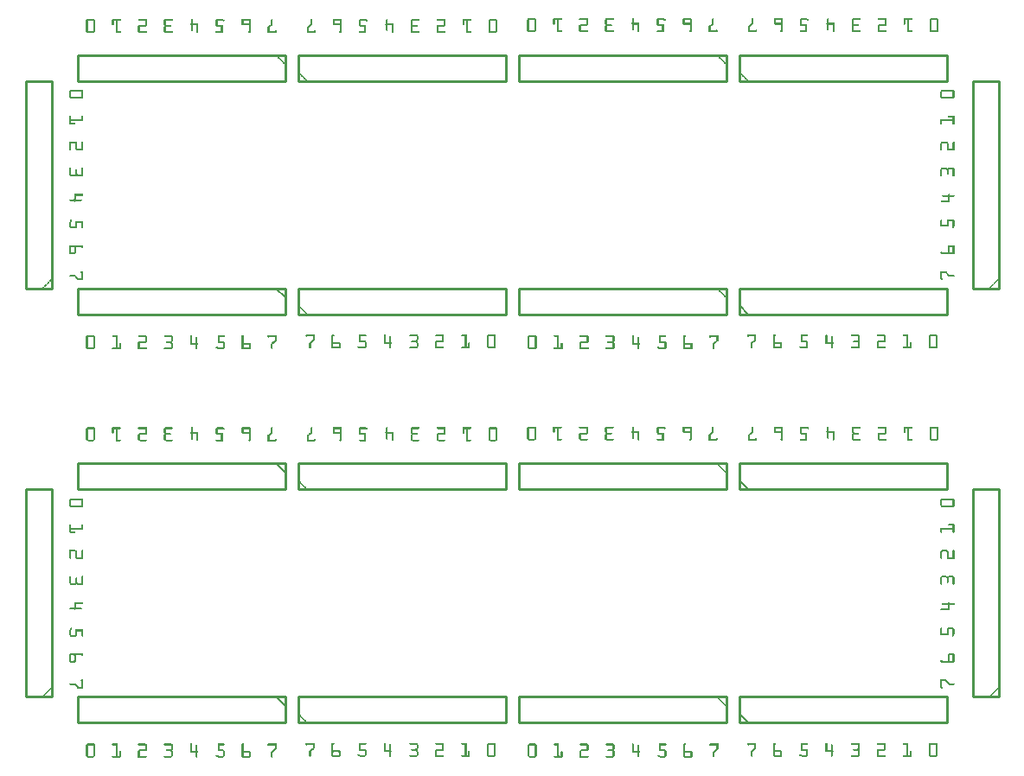
<source format=gto>
G04 MADE WITH FRITZING*
G04 WWW.FRITZING.ORG*
G04 DOUBLE SIDED*
G04 HOLES PLATED*
G04 CONTOUR ON CENTER OF CONTOUR VECTOR*
%ASAXBY*%
%FSLAX23Y23*%
%MOIN*%
%OFA0B0*%
%SFA1.0B1.0*%
%ADD10C,0.010000*%
%ADD11C,0.005000*%
%ADD12R,0.001000X0.001000*%
%LNSILK1*%
G90*
G70*
G54D10*
X2819Y158D02*
X3619Y158D01*
D02*
X3619Y158D02*
X3619Y258D01*
D02*
X3619Y258D02*
X2819Y258D01*
D02*
X2819Y258D02*
X2819Y158D01*
G54D11*
D02*
X2854Y158D02*
X2819Y193D01*
G54D10*
D02*
X2819Y1733D02*
X3619Y1733D01*
D02*
X3619Y1733D02*
X3619Y1833D01*
D02*
X3619Y1833D02*
X2819Y1833D01*
D02*
X2819Y1833D02*
X2819Y1733D01*
G54D11*
D02*
X2854Y1733D02*
X2819Y1768D01*
G54D10*
D02*
X2769Y258D02*
X1969Y258D01*
D02*
X1969Y258D02*
X1969Y158D01*
D02*
X1969Y158D02*
X2769Y158D01*
D02*
X2769Y158D02*
X2769Y258D01*
D02*
X2769Y1833D02*
X1969Y1833D01*
D02*
X1969Y1833D02*
X1969Y1733D01*
D02*
X1969Y1733D02*
X2769Y1733D01*
D02*
X2769Y1733D02*
X2769Y1833D01*
D02*
X1119Y158D02*
X1919Y158D01*
D02*
X1919Y158D02*
X1919Y258D01*
D02*
X1919Y258D02*
X1119Y258D01*
D02*
X1119Y258D02*
X1119Y158D01*
D02*
X1119Y1733D02*
X1919Y1733D01*
D02*
X1919Y1733D02*
X1919Y1833D01*
D02*
X1919Y1833D02*
X1119Y1833D01*
D02*
X1119Y1833D02*
X1119Y1733D01*
D02*
X1069Y258D02*
X269Y258D01*
D02*
X269Y258D02*
X269Y158D01*
D02*
X269Y158D02*
X1069Y158D01*
D02*
X1069Y158D02*
X1069Y258D01*
G54D11*
D02*
X1034Y258D02*
X1069Y223D01*
G54D10*
D02*
X1069Y1833D02*
X269Y1833D01*
D02*
X269Y1833D02*
X269Y1733D01*
D02*
X269Y1733D02*
X1069Y1733D01*
D02*
X1069Y1733D02*
X1069Y1833D01*
G54D11*
D02*
X1034Y1833D02*
X1069Y1798D01*
G54D10*
D02*
X2819Y1058D02*
X3619Y1058D01*
D02*
X3619Y1058D02*
X3619Y1158D01*
D02*
X3619Y1158D02*
X2819Y1158D01*
D02*
X2819Y1158D02*
X2819Y1058D01*
G54D11*
D02*
X2854Y1058D02*
X2819Y1093D01*
G54D10*
D02*
X2819Y2633D02*
X3619Y2633D01*
D02*
X3619Y2633D02*
X3619Y2733D01*
D02*
X3619Y2733D02*
X2819Y2733D01*
D02*
X2819Y2733D02*
X2819Y2633D01*
D02*
X2769Y1158D02*
X1969Y1158D01*
D02*
X1969Y1158D02*
X1969Y1058D01*
D02*
X1969Y1058D02*
X2769Y1058D01*
D02*
X2769Y1058D02*
X2769Y1158D01*
D02*
X2769Y2733D02*
X1969Y2733D01*
D02*
X1969Y2733D02*
X1969Y2633D01*
D02*
X1969Y2633D02*
X2769Y2633D01*
D02*
X2769Y2633D02*
X2769Y2733D01*
D02*
X1119Y1058D02*
X1919Y1058D01*
D02*
X1919Y1058D02*
X1919Y1158D01*
D02*
X1919Y1158D02*
X1119Y1158D01*
D02*
X1119Y1158D02*
X1119Y1058D01*
D02*
X1119Y2633D02*
X1919Y2633D01*
D02*
X1919Y2633D02*
X1919Y2733D01*
D02*
X1919Y2733D02*
X1119Y2733D01*
D02*
X1119Y2733D02*
X1119Y2633D01*
D02*
X1069Y1158D02*
X269Y1158D01*
D02*
X269Y1158D02*
X269Y1058D01*
D02*
X269Y1058D02*
X1069Y1058D01*
D02*
X1069Y1058D02*
X1069Y1158D01*
G54D11*
D02*
X1034Y1158D02*
X1069Y1123D01*
G54D10*
D02*
X1069Y2733D02*
X269Y2733D01*
D02*
X269Y2733D02*
X269Y2633D01*
D02*
X269Y2633D02*
X1069Y2633D01*
D02*
X1069Y2633D02*
X1069Y2733D01*
D02*
X3819Y258D02*
X3819Y1058D01*
D02*
X3819Y1058D02*
X3719Y1058D01*
D02*
X3719Y1058D02*
X3719Y258D01*
D02*
X3719Y258D02*
X3819Y258D01*
D02*
X3819Y1833D02*
X3819Y2633D01*
D02*
X3819Y2633D02*
X3719Y2633D01*
D02*
X3719Y2633D02*
X3719Y1833D01*
D02*
X3719Y1833D02*
X3819Y1833D01*
D02*
X169Y258D02*
X169Y1058D01*
D02*
X169Y1058D02*
X69Y1058D01*
D02*
X69Y1058D02*
X69Y258D01*
D02*
X69Y258D02*
X169Y258D01*
D02*
X169Y1833D02*
X169Y2633D01*
D02*
X169Y2633D02*
X69Y2633D01*
D02*
X69Y2633D02*
X69Y1833D01*
D02*
X69Y1833D02*
X169Y1833D01*
G54D12*
X2007Y2875D02*
X2031Y2875D01*
X2104Y2875D02*
X2133Y2875D01*
X2204Y2875D02*
X2235Y2875D01*
X2307Y2875D02*
X2333Y2875D01*
X2409Y2875D02*
X2411Y2875D01*
X2507Y2875D02*
X2526Y2875D01*
X2604Y2875D02*
X2633Y2875D01*
X2718Y2875D02*
X2719Y2875D01*
X2869Y2875D02*
X2871Y2875D01*
X2956Y2875D02*
X2985Y2875D01*
X3058Y2875D02*
X3077Y2875D01*
X3161Y2875D02*
X3162Y2875D01*
X3258Y2875D02*
X3284Y2875D01*
X3355Y2875D02*
X3386Y2875D01*
X3455Y2875D02*
X3484Y2875D01*
X3558Y2875D02*
X3581Y2875D01*
X2005Y2874D02*
X2033Y2874D01*
X2103Y2874D02*
X2135Y2874D01*
X2203Y2874D02*
X2235Y2874D01*
X2305Y2874D02*
X2335Y2874D01*
X2408Y2874D02*
X2412Y2874D01*
X2505Y2874D02*
X2529Y2874D01*
X2603Y2874D02*
X2634Y2874D01*
X2716Y2874D02*
X2720Y2874D01*
X2868Y2874D02*
X2872Y2874D01*
X2954Y2874D02*
X2986Y2874D01*
X3057Y2874D02*
X3081Y2874D01*
X3159Y2874D02*
X3164Y2874D01*
X3256Y2874D02*
X3286Y2874D01*
X3354Y2874D02*
X3387Y2874D01*
X3454Y2874D02*
X3486Y2874D01*
X3556Y2874D02*
X3583Y2874D01*
X2004Y2873D02*
X2034Y2873D01*
X2102Y2873D02*
X2135Y2873D01*
X2202Y2873D02*
X2235Y2873D01*
X2304Y2873D02*
X2335Y2873D01*
X2407Y2873D02*
X2413Y2873D01*
X2504Y2873D02*
X2531Y2873D01*
X2602Y2873D02*
X2635Y2873D01*
X2716Y2873D02*
X2721Y2873D01*
X2868Y2873D02*
X2873Y2873D01*
X2954Y2873D02*
X2987Y2873D01*
X3055Y2873D02*
X3083Y2873D01*
X3159Y2873D02*
X3164Y2873D01*
X3255Y2873D02*
X3286Y2873D01*
X3353Y2873D02*
X3387Y2873D01*
X3453Y2873D02*
X3486Y2873D01*
X3555Y2873D02*
X3584Y2873D01*
X306Y2872D02*
X332Y2872D01*
X404Y2872D02*
X434Y2872D01*
X504Y2872D02*
X535Y2872D01*
X606Y2872D02*
X634Y2872D01*
X709Y2872D02*
X712Y2872D01*
X806Y2872D02*
X827Y2872D01*
X903Y2872D02*
X934Y2872D01*
X1017Y2872D02*
X1020Y2872D01*
X1169Y2872D02*
X1172Y2872D01*
X1255Y2872D02*
X1285Y2872D01*
X1357Y2872D02*
X1379Y2872D01*
X1460Y2872D02*
X1463Y2872D01*
X1557Y2872D02*
X1585Y2872D01*
X1655Y2872D02*
X1687Y2872D01*
X1755Y2872D02*
X1785Y2872D01*
X1857Y2872D02*
X1882Y2872D01*
X2003Y2872D02*
X2035Y2872D01*
X2102Y2872D02*
X2136Y2872D01*
X2202Y2872D02*
X2235Y2872D01*
X2303Y2872D02*
X2335Y2872D01*
X2407Y2872D02*
X2413Y2872D01*
X2503Y2872D02*
X2533Y2872D01*
X2602Y2872D02*
X2635Y2872D01*
X2715Y2872D02*
X2721Y2872D01*
X2867Y2872D02*
X2873Y2872D01*
X2953Y2872D02*
X2987Y2872D01*
X3054Y2872D02*
X3085Y2872D01*
X3159Y2872D02*
X3164Y2872D01*
X3254Y2872D02*
X3287Y2872D01*
X3353Y2872D02*
X3387Y2872D01*
X3453Y2872D02*
X3486Y2872D01*
X3554Y2872D02*
X3585Y2872D01*
X305Y2871D02*
X333Y2871D01*
X403Y2871D02*
X435Y2871D01*
X503Y2871D02*
X535Y2871D01*
X605Y2871D02*
X635Y2871D01*
X708Y2871D02*
X712Y2871D01*
X804Y2871D02*
X830Y2871D01*
X902Y2871D02*
X935Y2871D01*
X1016Y2871D02*
X1021Y2871D01*
X1168Y2871D02*
X1173Y2871D01*
X1254Y2871D02*
X1286Y2871D01*
X1356Y2871D02*
X1382Y2871D01*
X1459Y2871D02*
X1464Y2871D01*
X1556Y2871D02*
X1586Y2871D01*
X1654Y2871D02*
X1687Y2871D01*
X1754Y2871D02*
X1786Y2871D01*
X1856Y2871D02*
X1884Y2871D01*
X2003Y2871D02*
X2035Y2871D01*
X2102Y2871D02*
X2135Y2871D01*
X2202Y2871D02*
X2235Y2871D01*
X2303Y2871D02*
X2335Y2871D01*
X2407Y2871D02*
X2413Y2871D01*
X2502Y2871D02*
X2535Y2871D01*
X2602Y2871D02*
X2635Y2871D01*
X2715Y2871D02*
X2721Y2871D01*
X2867Y2871D02*
X2873Y2871D01*
X2953Y2871D02*
X2987Y2871D01*
X3054Y2871D02*
X3086Y2871D01*
X3158Y2871D02*
X3164Y2871D01*
X3254Y2871D02*
X3286Y2871D01*
X3353Y2871D02*
X3387Y2871D01*
X3453Y2871D02*
X3486Y2871D01*
X3554Y2871D02*
X3586Y2871D01*
X304Y2870D02*
X334Y2870D01*
X402Y2870D02*
X435Y2870D01*
X502Y2870D02*
X535Y2870D01*
X604Y2870D02*
X635Y2870D01*
X707Y2870D02*
X713Y2870D01*
X803Y2870D02*
X832Y2870D01*
X902Y2870D02*
X935Y2870D01*
X1016Y2870D02*
X1021Y2870D01*
X1167Y2870D02*
X1173Y2870D01*
X1254Y2870D02*
X1287Y2870D01*
X1355Y2870D02*
X1384Y2870D01*
X1459Y2870D02*
X1464Y2870D01*
X1555Y2870D02*
X1586Y2870D01*
X1653Y2870D02*
X1687Y2870D01*
X1753Y2870D02*
X1786Y2870D01*
X1855Y2870D02*
X1885Y2870D01*
X2002Y2870D02*
X2035Y2870D01*
X2102Y2870D02*
X2135Y2870D01*
X2203Y2870D02*
X2235Y2870D01*
X2302Y2870D02*
X2335Y2870D01*
X2407Y2870D02*
X2413Y2870D01*
X2502Y2870D02*
X2535Y2870D01*
X2602Y2870D02*
X2635Y2870D01*
X2715Y2870D02*
X2721Y2870D01*
X2867Y2870D02*
X2873Y2870D01*
X2953Y2870D02*
X2987Y2870D01*
X3054Y2870D02*
X3087Y2870D01*
X3158Y2870D02*
X3164Y2870D01*
X3253Y2870D02*
X3286Y2870D01*
X3354Y2870D02*
X3387Y2870D01*
X3453Y2870D02*
X3486Y2870D01*
X3553Y2870D02*
X3586Y2870D01*
X303Y2869D02*
X335Y2869D01*
X402Y2869D02*
X435Y2869D01*
X502Y2869D02*
X535Y2869D01*
X603Y2869D02*
X635Y2869D01*
X707Y2869D02*
X713Y2869D01*
X803Y2869D02*
X834Y2869D01*
X902Y2869D02*
X935Y2869D01*
X1015Y2869D02*
X1021Y2869D01*
X1167Y2869D02*
X1173Y2869D01*
X1253Y2869D02*
X1287Y2869D01*
X1354Y2869D02*
X1386Y2869D01*
X1458Y2869D02*
X1464Y2869D01*
X1554Y2869D02*
X1587Y2869D01*
X1653Y2869D02*
X1687Y2869D01*
X1753Y2869D02*
X1786Y2869D01*
X1854Y2869D02*
X1886Y2869D01*
X2002Y2869D02*
X2036Y2869D01*
X2102Y2869D02*
X2134Y2869D01*
X2204Y2869D02*
X2235Y2869D01*
X2302Y2869D02*
X2334Y2869D01*
X2407Y2869D02*
X2413Y2869D01*
X2502Y2869D02*
X2535Y2869D01*
X2602Y2869D02*
X2635Y2869D01*
X2715Y2869D02*
X2721Y2869D01*
X2867Y2869D02*
X2873Y2869D01*
X2953Y2869D02*
X2987Y2869D01*
X3053Y2869D02*
X3087Y2869D01*
X3158Y2869D02*
X3164Y2869D01*
X3253Y2869D02*
X3285Y2869D01*
X3355Y2869D02*
X3387Y2869D01*
X3453Y2869D02*
X3485Y2869D01*
X3553Y2869D02*
X3586Y2869D01*
X303Y2868D02*
X335Y2868D01*
X402Y2868D02*
X435Y2868D01*
X502Y2868D02*
X535Y2868D01*
X602Y2868D02*
X635Y2868D01*
X707Y2868D02*
X713Y2868D01*
X802Y2868D02*
X835Y2868D01*
X902Y2868D02*
X935Y2868D01*
X1015Y2868D02*
X1021Y2868D01*
X1167Y2868D02*
X1173Y2868D01*
X1253Y2868D02*
X1287Y2868D01*
X1354Y2868D02*
X1386Y2868D01*
X1458Y2868D02*
X1464Y2868D01*
X1554Y2868D02*
X1586Y2868D01*
X1653Y2868D02*
X1687Y2868D01*
X1753Y2868D02*
X1786Y2868D01*
X1853Y2868D02*
X1886Y2868D01*
X2002Y2868D02*
X2008Y2868D01*
X2030Y2868D02*
X2036Y2868D01*
X2102Y2868D02*
X2108Y2868D01*
X2116Y2868D02*
X2122Y2868D01*
X2229Y2868D02*
X2235Y2868D01*
X2302Y2868D02*
X2308Y2868D01*
X2407Y2868D02*
X2413Y2868D01*
X2502Y2868D02*
X2508Y2868D01*
X2526Y2868D02*
X2535Y2868D01*
X2602Y2868D02*
X2608Y2868D01*
X2629Y2868D02*
X2635Y2868D01*
X2715Y2868D02*
X2721Y2868D01*
X2867Y2868D02*
X2873Y2868D01*
X2953Y2868D02*
X2960Y2868D01*
X2981Y2868D02*
X2987Y2868D01*
X3053Y2868D02*
X3059Y2868D01*
X3077Y2868D02*
X3087Y2868D01*
X3158Y2868D02*
X3164Y2868D01*
X3253Y2868D02*
X3259Y2868D01*
X3380Y2868D02*
X3387Y2868D01*
X3453Y2868D02*
X3459Y2868D01*
X3467Y2868D02*
X3473Y2868D01*
X3553Y2868D02*
X3559Y2868D01*
X3580Y2868D02*
X3586Y2868D01*
X302Y2867D02*
X335Y2867D01*
X402Y2867D02*
X435Y2867D01*
X503Y2867D02*
X535Y2867D01*
X602Y2867D02*
X635Y2867D01*
X707Y2867D02*
X713Y2867D01*
X802Y2867D02*
X835Y2867D01*
X902Y2867D02*
X935Y2867D01*
X1015Y2867D02*
X1021Y2867D01*
X1167Y2867D02*
X1173Y2867D01*
X1253Y2867D02*
X1287Y2867D01*
X1353Y2867D02*
X1387Y2867D01*
X1458Y2867D02*
X1464Y2867D01*
X1553Y2867D02*
X1586Y2867D01*
X1654Y2867D02*
X1687Y2867D01*
X1753Y2867D02*
X1786Y2867D01*
X1853Y2867D02*
X1886Y2867D01*
X2002Y2867D02*
X2008Y2867D01*
X2030Y2867D02*
X2036Y2867D01*
X2102Y2867D02*
X2108Y2867D01*
X2116Y2867D02*
X2122Y2867D01*
X2229Y2867D02*
X2235Y2867D01*
X2302Y2867D02*
X2308Y2867D01*
X2407Y2867D02*
X2413Y2867D01*
X2502Y2867D02*
X2508Y2867D01*
X2528Y2867D02*
X2535Y2867D01*
X2602Y2867D02*
X2608Y2867D01*
X2629Y2867D02*
X2635Y2867D01*
X2715Y2867D02*
X2721Y2867D01*
X2867Y2867D02*
X2873Y2867D01*
X2953Y2867D02*
X2959Y2867D01*
X2981Y2867D02*
X2987Y2867D01*
X3053Y2867D02*
X3059Y2867D01*
X3080Y2867D02*
X3086Y2867D01*
X3158Y2867D02*
X3164Y2867D01*
X3253Y2867D02*
X3259Y2867D01*
X3381Y2867D02*
X3387Y2867D01*
X3453Y2867D02*
X3459Y2867D01*
X3467Y2867D02*
X3473Y2867D01*
X3553Y2867D02*
X3559Y2867D01*
X3580Y2867D02*
X3586Y2867D01*
X302Y2866D02*
X336Y2866D01*
X402Y2866D02*
X433Y2866D01*
X504Y2866D02*
X535Y2866D01*
X602Y2866D02*
X633Y2866D01*
X707Y2866D02*
X713Y2866D01*
X802Y2866D02*
X835Y2866D01*
X902Y2866D02*
X935Y2866D01*
X1015Y2866D02*
X1021Y2866D01*
X1167Y2866D02*
X1173Y2866D01*
X1253Y2866D02*
X1287Y2866D01*
X1353Y2866D02*
X1387Y2866D01*
X1458Y2866D02*
X1464Y2866D01*
X1553Y2866D02*
X1584Y2866D01*
X1655Y2866D02*
X1687Y2866D01*
X1753Y2866D02*
X1784Y2866D01*
X1853Y2866D02*
X1886Y2866D01*
X2002Y2866D02*
X2008Y2866D01*
X2030Y2866D02*
X2036Y2866D01*
X2102Y2866D02*
X2108Y2866D01*
X2116Y2866D02*
X2122Y2866D01*
X2229Y2866D02*
X2235Y2866D01*
X2302Y2866D02*
X2308Y2866D01*
X2407Y2866D02*
X2413Y2866D01*
X2502Y2866D02*
X2508Y2866D01*
X2531Y2866D02*
X2534Y2866D01*
X2602Y2866D02*
X2608Y2866D01*
X2629Y2866D02*
X2635Y2866D01*
X2715Y2866D02*
X2721Y2866D01*
X2867Y2866D02*
X2873Y2866D01*
X2953Y2866D02*
X2959Y2866D01*
X2981Y2866D02*
X2987Y2866D01*
X3053Y2866D02*
X3059Y2866D01*
X3082Y2866D02*
X3085Y2866D01*
X3158Y2866D02*
X3164Y2866D01*
X3253Y2866D02*
X3259Y2866D01*
X3381Y2866D02*
X3387Y2866D01*
X3453Y2866D02*
X3459Y2866D01*
X3467Y2866D02*
X3473Y2866D01*
X3553Y2866D02*
X3559Y2866D01*
X3580Y2866D02*
X3586Y2866D01*
X302Y2865D02*
X308Y2865D01*
X330Y2865D02*
X336Y2865D01*
X402Y2865D02*
X408Y2865D01*
X416Y2865D02*
X422Y2865D01*
X529Y2865D02*
X535Y2865D01*
X602Y2865D02*
X608Y2865D01*
X707Y2865D02*
X713Y2865D01*
X802Y2865D02*
X808Y2865D01*
X827Y2865D02*
X835Y2865D01*
X902Y2865D02*
X908Y2865D01*
X929Y2865D02*
X935Y2865D01*
X1015Y2865D02*
X1021Y2865D01*
X1167Y2865D02*
X1173Y2865D01*
X1253Y2865D02*
X1259Y2865D01*
X1281Y2865D02*
X1287Y2865D01*
X1353Y2865D02*
X1359Y2865D01*
X1378Y2865D02*
X1386Y2865D01*
X1458Y2865D02*
X1464Y2865D01*
X1553Y2865D02*
X1559Y2865D01*
X1681Y2865D02*
X1687Y2865D01*
X1753Y2865D02*
X1759Y2865D01*
X1767Y2865D02*
X1773Y2865D01*
X1853Y2865D02*
X1859Y2865D01*
X1880Y2865D02*
X1886Y2865D01*
X2002Y2865D02*
X2008Y2865D01*
X2030Y2865D02*
X2036Y2865D01*
X2102Y2865D02*
X2108Y2865D01*
X2116Y2865D02*
X2122Y2865D01*
X2229Y2865D02*
X2235Y2865D01*
X2302Y2865D02*
X2308Y2865D01*
X2407Y2865D02*
X2413Y2865D01*
X2502Y2865D02*
X2508Y2865D01*
X2602Y2865D02*
X2608Y2865D01*
X2629Y2865D02*
X2635Y2865D01*
X2715Y2865D02*
X2721Y2865D01*
X2867Y2865D02*
X2873Y2865D01*
X2953Y2865D02*
X2959Y2865D01*
X2981Y2865D02*
X2987Y2865D01*
X3053Y2865D02*
X3059Y2865D01*
X3158Y2865D02*
X3164Y2865D01*
X3253Y2865D02*
X3259Y2865D01*
X3381Y2865D02*
X3387Y2865D01*
X3453Y2865D02*
X3459Y2865D01*
X3467Y2865D02*
X3473Y2865D01*
X3553Y2865D02*
X3559Y2865D01*
X3580Y2865D02*
X3586Y2865D01*
X302Y2864D02*
X308Y2864D01*
X330Y2864D02*
X336Y2864D01*
X402Y2864D02*
X408Y2864D01*
X416Y2864D02*
X422Y2864D01*
X529Y2864D02*
X535Y2864D01*
X602Y2864D02*
X608Y2864D01*
X707Y2864D02*
X713Y2864D01*
X802Y2864D02*
X808Y2864D01*
X829Y2864D02*
X834Y2864D01*
X902Y2864D02*
X908Y2864D01*
X929Y2864D02*
X935Y2864D01*
X1015Y2864D02*
X1021Y2864D01*
X1167Y2864D02*
X1173Y2864D01*
X1253Y2864D02*
X1259Y2864D01*
X1281Y2864D02*
X1287Y2864D01*
X1353Y2864D02*
X1359Y2864D01*
X1381Y2864D02*
X1386Y2864D01*
X1458Y2864D02*
X1464Y2864D01*
X1553Y2864D02*
X1559Y2864D01*
X1681Y2864D02*
X1687Y2864D01*
X1753Y2864D02*
X1759Y2864D01*
X1767Y2864D02*
X1773Y2864D01*
X1853Y2864D02*
X1859Y2864D01*
X1880Y2864D02*
X1886Y2864D01*
X2002Y2864D02*
X2008Y2864D01*
X2030Y2864D02*
X2036Y2864D01*
X2102Y2864D02*
X2108Y2864D01*
X2116Y2864D02*
X2122Y2864D01*
X2229Y2864D02*
X2235Y2864D01*
X2302Y2864D02*
X2308Y2864D01*
X2407Y2864D02*
X2413Y2864D01*
X2502Y2864D02*
X2508Y2864D01*
X2602Y2864D02*
X2608Y2864D01*
X2629Y2864D02*
X2635Y2864D01*
X2715Y2864D02*
X2721Y2864D01*
X2867Y2864D02*
X2873Y2864D01*
X2953Y2864D02*
X2959Y2864D01*
X2981Y2864D02*
X2987Y2864D01*
X3053Y2864D02*
X3059Y2864D01*
X3158Y2864D02*
X3164Y2864D01*
X3253Y2864D02*
X3259Y2864D01*
X3381Y2864D02*
X3387Y2864D01*
X3453Y2864D02*
X3459Y2864D01*
X3467Y2864D02*
X3473Y2864D01*
X3553Y2864D02*
X3559Y2864D01*
X3580Y2864D02*
X3586Y2864D01*
X302Y2863D02*
X308Y2863D01*
X330Y2863D02*
X336Y2863D01*
X402Y2863D02*
X408Y2863D01*
X416Y2863D02*
X422Y2863D01*
X529Y2863D02*
X535Y2863D01*
X602Y2863D02*
X608Y2863D01*
X707Y2863D02*
X713Y2863D01*
X802Y2863D02*
X808Y2863D01*
X832Y2863D02*
X833Y2863D01*
X902Y2863D02*
X908Y2863D01*
X929Y2863D02*
X935Y2863D01*
X1015Y2863D02*
X1021Y2863D01*
X1167Y2863D02*
X1173Y2863D01*
X1253Y2863D02*
X1259Y2863D01*
X1281Y2863D02*
X1287Y2863D01*
X1353Y2863D02*
X1359Y2863D01*
X1383Y2863D02*
X1384Y2863D01*
X1458Y2863D02*
X1464Y2863D01*
X1553Y2863D02*
X1559Y2863D01*
X1681Y2863D02*
X1687Y2863D01*
X1753Y2863D02*
X1759Y2863D01*
X1767Y2863D02*
X1773Y2863D01*
X1853Y2863D02*
X1859Y2863D01*
X1880Y2863D02*
X1886Y2863D01*
X2002Y2863D02*
X2008Y2863D01*
X2030Y2863D02*
X2036Y2863D01*
X2102Y2863D02*
X2108Y2863D01*
X2116Y2863D02*
X2122Y2863D01*
X2229Y2863D02*
X2235Y2863D01*
X2302Y2863D02*
X2308Y2863D01*
X2407Y2863D02*
X2413Y2863D01*
X2502Y2863D02*
X2508Y2863D01*
X2602Y2863D02*
X2608Y2863D01*
X2629Y2863D02*
X2635Y2863D01*
X2715Y2863D02*
X2721Y2863D01*
X2867Y2863D02*
X2873Y2863D01*
X2953Y2863D02*
X2959Y2863D01*
X2981Y2863D02*
X2987Y2863D01*
X3053Y2863D02*
X3059Y2863D01*
X3158Y2863D02*
X3164Y2863D01*
X3253Y2863D02*
X3259Y2863D01*
X3381Y2863D02*
X3387Y2863D01*
X3453Y2863D02*
X3459Y2863D01*
X3467Y2863D02*
X3473Y2863D01*
X3553Y2863D02*
X3559Y2863D01*
X3580Y2863D02*
X3586Y2863D01*
X302Y2862D02*
X308Y2862D01*
X330Y2862D02*
X336Y2862D01*
X402Y2862D02*
X408Y2862D01*
X416Y2862D02*
X422Y2862D01*
X529Y2862D02*
X535Y2862D01*
X602Y2862D02*
X608Y2862D01*
X707Y2862D02*
X713Y2862D01*
X802Y2862D02*
X808Y2862D01*
X902Y2862D02*
X908Y2862D01*
X929Y2862D02*
X935Y2862D01*
X1015Y2862D02*
X1021Y2862D01*
X1167Y2862D02*
X1173Y2862D01*
X1253Y2862D02*
X1259Y2862D01*
X1281Y2862D02*
X1287Y2862D01*
X1353Y2862D02*
X1359Y2862D01*
X1458Y2862D02*
X1464Y2862D01*
X1553Y2862D02*
X1559Y2862D01*
X1681Y2862D02*
X1687Y2862D01*
X1753Y2862D02*
X1759Y2862D01*
X1767Y2862D02*
X1773Y2862D01*
X1853Y2862D02*
X1859Y2862D01*
X1880Y2862D02*
X1886Y2862D01*
X2002Y2862D02*
X2008Y2862D01*
X2030Y2862D02*
X2036Y2862D01*
X2102Y2862D02*
X2108Y2862D01*
X2116Y2862D02*
X2122Y2862D01*
X2229Y2862D02*
X2235Y2862D01*
X2302Y2862D02*
X2308Y2862D01*
X2407Y2862D02*
X2413Y2862D01*
X2502Y2862D02*
X2508Y2862D01*
X2602Y2862D02*
X2608Y2862D01*
X2629Y2862D02*
X2635Y2862D01*
X2715Y2862D02*
X2721Y2862D01*
X2867Y2862D02*
X2873Y2862D01*
X2953Y2862D02*
X2959Y2862D01*
X2981Y2862D02*
X2987Y2862D01*
X3053Y2862D02*
X3059Y2862D01*
X3158Y2862D02*
X3164Y2862D01*
X3253Y2862D02*
X3259Y2862D01*
X3381Y2862D02*
X3387Y2862D01*
X3453Y2862D02*
X3459Y2862D01*
X3467Y2862D02*
X3473Y2862D01*
X3553Y2862D02*
X3559Y2862D01*
X3580Y2862D02*
X3586Y2862D01*
X302Y2861D02*
X308Y2861D01*
X330Y2861D02*
X336Y2861D01*
X402Y2861D02*
X408Y2861D01*
X416Y2861D02*
X422Y2861D01*
X529Y2861D02*
X535Y2861D01*
X602Y2861D02*
X608Y2861D01*
X707Y2861D02*
X713Y2861D01*
X802Y2861D02*
X808Y2861D01*
X902Y2861D02*
X908Y2861D01*
X929Y2861D02*
X935Y2861D01*
X1015Y2861D02*
X1021Y2861D01*
X1167Y2861D02*
X1173Y2861D01*
X1253Y2861D02*
X1259Y2861D01*
X1281Y2861D02*
X1287Y2861D01*
X1353Y2861D02*
X1359Y2861D01*
X1458Y2861D02*
X1464Y2861D01*
X1553Y2861D02*
X1559Y2861D01*
X1681Y2861D02*
X1687Y2861D01*
X1753Y2861D02*
X1759Y2861D01*
X1767Y2861D02*
X1773Y2861D01*
X1853Y2861D02*
X1859Y2861D01*
X1880Y2861D02*
X1886Y2861D01*
X2002Y2861D02*
X2008Y2861D01*
X2030Y2861D02*
X2036Y2861D01*
X2102Y2861D02*
X2108Y2861D01*
X2116Y2861D02*
X2122Y2861D01*
X2229Y2861D02*
X2235Y2861D01*
X2302Y2861D02*
X2308Y2861D01*
X2407Y2861D02*
X2413Y2861D01*
X2502Y2861D02*
X2508Y2861D01*
X2602Y2861D02*
X2608Y2861D01*
X2629Y2861D02*
X2635Y2861D01*
X2715Y2861D02*
X2721Y2861D01*
X2867Y2861D02*
X2873Y2861D01*
X2953Y2861D02*
X2959Y2861D01*
X2981Y2861D02*
X2987Y2861D01*
X3053Y2861D02*
X3059Y2861D01*
X3158Y2861D02*
X3164Y2861D01*
X3253Y2861D02*
X3259Y2861D01*
X3381Y2861D02*
X3387Y2861D01*
X3453Y2861D02*
X3459Y2861D01*
X3467Y2861D02*
X3473Y2861D01*
X3553Y2861D02*
X3559Y2861D01*
X3580Y2861D02*
X3586Y2861D01*
X302Y2860D02*
X308Y2860D01*
X330Y2860D02*
X336Y2860D01*
X402Y2860D02*
X408Y2860D01*
X416Y2860D02*
X422Y2860D01*
X529Y2860D02*
X535Y2860D01*
X602Y2860D02*
X608Y2860D01*
X707Y2860D02*
X713Y2860D01*
X802Y2860D02*
X808Y2860D01*
X902Y2860D02*
X908Y2860D01*
X929Y2860D02*
X935Y2860D01*
X1015Y2860D02*
X1021Y2860D01*
X1167Y2860D02*
X1173Y2860D01*
X1253Y2860D02*
X1259Y2860D01*
X1281Y2860D02*
X1287Y2860D01*
X1353Y2860D02*
X1359Y2860D01*
X1458Y2860D02*
X1464Y2860D01*
X1553Y2860D02*
X1559Y2860D01*
X1681Y2860D02*
X1687Y2860D01*
X1753Y2860D02*
X1759Y2860D01*
X1767Y2860D02*
X1773Y2860D01*
X1853Y2860D02*
X1859Y2860D01*
X1880Y2860D02*
X1886Y2860D01*
X2002Y2860D02*
X2008Y2860D01*
X2030Y2860D02*
X2036Y2860D01*
X2102Y2860D02*
X2108Y2860D01*
X2116Y2860D02*
X2122Y2860D01*
X2229Y2860D02*
X2235Y2860D01*
X2302Y2860D02*
X2308Y2860D01*
X2407Y2860D02*
X2413Y2860D01*
X2502Y2860D02*
X2508Y2860D01*
X2602Y2860D02*
X2608Y2860D01*
X2629Y2860D02*
X2635Y2860D01*
X2715Y2860D02*
X2721Y2860D01*
X2867Y2860D02*
X2873Y2860D01*
X2953Y2860D02*
X2959Y2860D01*
X2981Y2860D02*
X2987Y2860D01*
X3053Y2860D02*
X3059Y2860D01*
X3158Y2860D02*
X3164Y2860D01*
X3253Y2860D02*
X3259Y2860D01*
X3381Y2860D02*
X3387Y2860D01*
X3453Y2860D02*
X3459Y2860D01*
X3467Y2860D02*
X3473Y2860D01*
X3553Y2860D02*
X3559Y2860D01*
X3580Y2860D02*
X3586Y2860D01*
X302Y2859D02*
X308Y2859D01*
X330Y2859D02*
X336Y2859D01*
X402Y2859D02*
X408Y2859D01*
X416Y2859D02*
X422Y2859D01*
X529Y2859D02*
X535Y2859D01*
X602Y2859D02*
X608Y2859D01*
X707Y2859D02*
X713Y2859D01*
X802Y2859D02*
X808Y2859D01*
X902Y2859D02*
X908Y2859D01*
X929Y2859D02*
X935Y2859D01*
X1015Y2859D02*
X1021Y2859D01*
X1167Y2859D02*
X1173Y2859D01*
X1253Y2859D02*
X1259Y2859D01*
X1281Y2859D02*
X1287Y2859D01*
X1353Y2859D02*
X1359Y2859D01*
X1458Y2859D02*
X1464Y2859D01*
X1553Y2859D02*
X1559Y2859D01*
X1681Y2859D02*
X1687Y2859D01*
X1753Y2859D02*
X1759Y2859D01*
X1767Y2859D02*
X1773Y2859D01*
X1853Y2859D02*
X1859Y2859D01*
X1880Y2859D02*
X1886Y2859D01*
X2002Y2859D02*
X2008Y2859D01*
X2030Y2859D02*
X2036Y2859D01*
X2102Y2859D02*
X2108Y2859D01*
X2116Y2859D02*
X2122Y2859D01*
X2229Y2859D02*
X2235Y2859D01*
X2302Y2859D02*
X2308Y2859D01*
X2407Y2859D02*
X2413Y2859D01*
X2502Y2859D02*
X2508Y2859D01*
X2602Y2859D02*
X2608Y2859D01*
X2629Y2859D02*
X2635Y2859D01*
X2715Y2859D02*
X2721Y2859D01*
X2867Y2859D02*
X2873Y2859D01*
X2953Y2859D02*
X2959Y2859D01*
X2981Y2859D02*
X2987Y2859D01*
X3053Y2859D02*
X3059Y2859D01*
X3158Y2859D02*
X3164Y2859D01*
X3253Y2859D02*
X3259Y2859D01*
X3381Y2859D02*
X3387Y2859D01*
X3453Y2859D02*
X3459Y2859D01*
X3467Y2859D02*
X3473Y2859D01*
X3553Y2859D02*
X3559Y2859D01*
X3580Y2859D02*
X3586Y2859D01*
X302Y2858D02*
X308Y2858D01*
X330Y2858D02*
X336Y2858D01*
X402Y2858D02*
X408Y2858D01*
X416Y2858D02*
X422Y2858D01*
X529Y2858D02*
X535Y2858D01*
X602Y2858D02*
X608Y2858D01*
X707Y2858D02*
X713Y2858D01*
X802Y2858D02*
X808Y2858D01*
X902Y2858D02*
X908Y2858D01*
X929Y2858D02*
X935Y2858D01*
X1015Y2858D02*
X1021Y2858D01*
X1167Y2858D02*
X1173Y2858D01*
X1253Y2858D02*
X1259Y2858D01*
X1281Y2858D02*
X1287Y2858D01*
X1353Y2858D02*
X1359Y2858D01*
X1458Y2858D02*
X1464Y2858D01*
X1553Y2858D02*
X1559Y2858D01*
X1681Y2858D02*
X1687Y2858D01*
X1753Y2858D02*
X1759Y2858D01*
X1767Y2858D02*
X1773Y2858D01*
X1853Y2858D02*
X1859Y2858D01*
X1880Y2858D02*
X1886Y2858D01*
X2002Y2858D02*
X2008Y2858D01*
X2030Y2858D02*
X2036Y2858D01*
X2102Y2858D02*
X2108Y2858D01*
X2116Y2858D02*
X2122Y2858D01*
X2229Y2858D02*
X2235Y2858D01*
X2302Y2858D02*
X2308Y2858D01*
X2407Y2858D02*
X2413Y2858D01*
X2502Y2858D02*
X2508Y2858D01*
X2602Y2858D02*
X2608Y2858D01*
X2629Y2858D02*
X2635Y2858D01*
X2715Y2858D02*
X2721Y2858D01*
X2867Y2858D02*
X2873Y2858D01*
X2953Y2858D02*
X2960Y2858D01*
X2981Y2858D02*
X2987Y2858D01*
X3053Y2858D02*
X3059Y2858D01*
X3158Y2858D02*
X3165Y2858D01*
X3253Y2858D02*
X3259Y2858D01*
X3381Y2858D02*
X3387Y2858D01*
X3453Y2858D02*
X3459Y2858D01*
X3467Y2858D02*
X3473Y2858D01*
X3553Y2858D02*
X3559Y2858D01*
X3580Y2858D02*
X3586Y2858D01*
X302Y2857D02*
X308Y2857D01*
X330Y2857D02*
X336Y2857D01*
X402Y2857D02*
X408Y2857D01*
X416Y2857D02*
X422Y2857D01*
X529Y2857D02*
X535Y2857D01*
X602Y2857D02*
X608Y2857D01*
X707Y2857D02*
X713Y2857D01*
X802Y2857D02*
X808Y2857D01*
X902Y2857D02*
X908Y2857D01*
X929Y2857D02*
X935Y2857D01*
X1015Y2857D02*
X1021Y2857D01*
X1167Y2857D02*
X1173Y2857D01*
X1253Y2857D02*
X1259Y2857D01*
X1281Y2857D02*
X1287Y2857D01*
X1353Y2857D02*
X1359Y2857D01*
X1458Y2857D02*
X1464Y2857D01*
X1553Y2857D02*
X1559Y2857D01*
X1681Y2857D02*
X1687Y2857D01*
X1753Y2857D02*
X1759Y2857D01*
X1767Y2857D02*
X1773Y2857D01*
X1853Y2857D02*
X1859Y2857D01*
X1880Y2857D02*
X1886Y2857D01*
X2002Y2857D02*
X2008Y2857D01*
X2030Y2857D02*
X2036Y2857D01*
X2102Y2857D02*
X2108Y2857D01*
X2116Y2857D02*
X2122Y2857D01*
X2229Y2857D02*
X2235Y2857D01*
X2302Y2857D02*
X2308Y2857D01*
X2405Y2857D02*
X2434Y2857D01*
X2502Y2857D02*
X2508Y2857D01*
X2602Y2857D02*
X2635Y2857D01*
X2715Y2857D02*
X2721Y2857D01*
X2867Y2857D02*
X2873Y2857D01*
X2953Y2857D02*
X2987Y2857D01*
X3053Y2857D02*
X3059Y2857D01*
X3157Y2857D02*
X3185Y2857D01*
X3253Y2857D02*
X3259Y2857D01*
X3381Y2857D02*
X3387Y2857D01*
X3453Y2857D02*
X3459Y2857D01*
X3467Y2857D02*
X3473Y2857D01*
X3553Y2857D02*
X3559Y2857D01*
X3580Y2857D02*
X3586Y2857D01*
X302Y2856D02*
X308Y2856D01*
X330Y2856D02*
X336Y2856D01*
X402Y2856D02*
X408Y2856D01*
X416Y2856D02*
X422Y2856D01*
X529Y2856D02*
X535Y2856D01*
X602Y2856D02*
X608Y2856D01*
X707Y2856D02*
X713Y2856D01*
X802Y2856D02*
X808Y2856D01*
X902Y2856D02*
X908Y2856D01*
X929Y2856D02*
X935Y2856D01*
X1015Y2856D02*
X1021Y2856D01*
X1167Y2856D02*
X1173Y2856D01*
X1253Y2856D02*
X1259Y2856D01*
X1281Y2856D02*
X1287Y2856D01*
X1353Y2856D02*
X1359Y2856D01*
X1458Y2856D02*
X1464Y2856D01*
X1553Y2856D02*
X1559Y2856D01*
X1681Y2856D02*
X1687Y2856D01*
X1753Y2856D02*
X1759Y2856D01*
X1767Y2856D02*
X1773Y2856D01*
X1853Y2856D02*
X1859Y2856D01*
X1880Y2856D02*
X1886Y2856D01*
X2002Y2856D02*
X2008Y2856D01*
X2030Y2856D02*
X2036Y2856D01*
X2102Y2856D02*
X2108Y2856D01*
X2116Y2856D02*
X2122Y2856D01*
X2229Y2856D02*
X2235Y2856D01*
X2302Y2856D02*
X2308Y2856D01*
X2404Y2856D02*
X2434Y2856D01*
X2502Y2856D02*
X2508Y2856D01*
X2602Y2856D02*
X2635Y2856D01*
X2715Y2856D02*
X2721Y2856D01*
X2867Y2856D02*
X2873Y2856D01*
X2953Y2856D02*
X2987Y2856D01*
X3053Y2856D02*
X3059Y2856D01*
X3156Y2856D02*
X3185Y2856D01*
X3253Y2856D02*
X3259Y2856D01*
X3381Y2856D02*
X3387Y2856D01*
X3453Y2856D02*
X3459Y2856D01*
X3467Y2856D02*
X3473Y2856D01*
X3553Y2856D02*
X3559Y2856D01*
X3580Y2856D02*
X3586Y2856D01*
X302Y2855D02*
X308Y2855D01*
X330Y2855D02*
X336Y2855D01*
X402Y2855D02*
X408Y2855D01*
X416Y2855D02*
X422Y2855D01*
X529Y2855D02*
X535Y2855D01*
X602Y2855D02*
X608Y2855D01*
X707Y2855D02*
X733Y2855D01*
X802Y2855D02*
X808Y2855D01*
X902Y2855D02*
X935Y2855D01*
X1015Y2855D02*
X1021Y2855D01*
X1167Y2855D02*
X1173Y2855D01*
X1253Y2855D02*
X1287Y2855D01*
X1353Y2855D02*
X1359Y2855D01*
X1458Y2855D02*
X1485Y2855D01*
X1553Y2855D02*
X1559Y2855D01*
X1681Y2855D02*
X1687Y2855D01*
X1753Y2855D02*
X1759Y2855D01*
X1767Y2855D02*
X1773Y2855D01*
X1853Y2855D02*
X1859Y2855D01*
X1880Y2855D02*
X1886Y2855D01*
X2002Y2855D02*
X2008Y2855D01*
X2030Y2855D02*
X2036Y2855D01*
X2102Y2855D02*
X2108Y2855D01*
X2116Y2855D02*
X2122Y2855D01*
X2229Y2855D02*
X2235Y2855D01*
X2302Y2855D02*
X2308Y2855D01*
X2404Y2855D02*
X2434Y2855D01*
X2502Y2855D02*
X2508Y2855D01*
X2602Y2855D02*
X2635Y2855D01*
X2714Y2855D02*
X2721Y2855D01*
X2866Y2855D02*
X2873Y2855D01*
X2953Y2855D02*
X2987Y2855D01*
X3053Y2855D02*
X3059Y2855D01*
X3155Y2855D02*
X3185Y2855D01*
X3253Y2855D02*
X3259Y2855D01*
X3381Y2855D02*
X3387Y2855D01*
X3453Y2855D02*
X3459Y2855D01*
X3467Y2855D02*
X3473Y2855D01*
X3553Y2855D02*
X3559Y2855D01*
X3580Y2855D02*
X3586Y2855D01*
X302Y2854D02*
X308Y2854D01*
X330Y2854D02*
X336Y2854D01*
X402Y2854D02*
X408Y2854D01*
X416Y2854D02*
X422Y2854D01*
X529Y2854D02*
X535Y2854D01*
X602Y2854D02*
X608Y2854D01*
X705Y2854D02*
X734Y2854D01*
X802Y2854D02*
X808Y2854D01*
X902Y2854D02*
X935Y2854D01*
X1015Y2854D02*
X1021Y2854D01*
X1167Y2854D02*
X1173Y2854D01*
X1253Y2854D02*
X1287Y2854D01*
X1353Y2854D02*
X1359Y2854D01*
X1456Y2854D02*
X1485Y2854D01*
X1553Y2854D02*
X1559Y2854D01*
X1681Y2854D02*
X1687Y2854D01*
X1753Y2854D02*
X1759Y2854D01*
X1767Y2854D02*
X1773Y2854D01*
X1853Y2854D02*
X1859Y2854D01*
X1880Y2854D02*
X1886Y2854D01*
X2002Y2854D02*
X2008Y2854D01*
X2030Y2854D02*
X2036Y2854D01*
X2102Y2854D02*
X2108Y2854D01*
X2116Y2854D02*
X2122Y2854D01*
X2229Y2854D02*
X2235Y2854D01*
X2302Y2854D02*
X2308Y2854D01*
X2404Y2854D02*
X2434Y2854D01*
X2502Y2854D02*
X2508Y2854D01*
X2602Y2854D02*
X2635Y2854D01*
X2713Y2854D02*
X2721Y2854D01*
X2865Y2854D02*
X2873Y2854D01*
X2953Y2854D02*
X2987Y2854D01*
X3053Y2854D02*
X3059Y2854D01*
X3155Y2854D02*
X3185Y2854D01*
X3253Y2854D02*
X3260Y2854D01*
X3381Y2854D02*
X3387Y2854D01*
X3453Y2854D02*
X3459Y2854D01*
X3467Y2854D02*
X3473Y2854D01*
X3553Y2854D02*
X3559Y2854D01*
X3580Y2854D02*
X3586Y2854D01*
X302Y2853D02*
X308Y2853D01*
X330Y2853D02*
X336Y2853D01*
X402Y2853D02*
X408Y2853D01*
X416Y2853D02*
X422Y2853D01*
X529Y2853D02*
X535Y2853D01*
X602Y2853D02*
X608Y2853D01*
X704Y2853D02*
X734Y2853D01*
X802Y2853D02*
X808Y2853D01*
X902Y2853D02*
X935Y2853D01*
X1015Y2853D02*
X1021Y2853D01*
X1167Y2853D02*
X1173Y2853D01*
X1253Y2853D02*
X1287Y2853D01*
X1353Y2853D02*
X1359Y2853D01*
X1455Y2853D02*
X1485Y2853D01*
X1553Y2853D02*
X1559Y2853D01*
X1681Y2853D02*
X1687Y2853D01*
X1753Y2853D02*
X1759Y2853D01*
X1767Y2853D02*
X1773Y2853D01*
X1853Y2853D02*
X1859Y2853D01*
X1880Y2853D02*
X1886Y2853D01*
X2002Y2853D02*
X2008Y2853D01*
X2030Y2853D02*
X2036Y2853D01*
X2102Y2853D02*
X2108Y2853D01*
X2116Y2853D02*
X2122Y2853D01*
X2229Y2853D02*
X2235Y2853D01*
X2302Y2853D02*
X2309Y2853D01*
X2404Y2853D02*
X2434Y2853D01*
X2502Y2853D02*
X2508Y2853D01*
X2602Y2853D02*
X2635Y2853D01*
X2712Y2853D02*
X2721Y2853D01*
X2864Y2853D02*
X2873Y2853D01*
X2954Y2853D02*
X2987Y2853D01*
X3053Y2853D02*
X3059Y2853D01*
X3155Y2853D02*
X3185Y2853D01*
X3253Y2853D02*
X3260Y2853D01*
X3381Y2853D02*
X3387Y2853D01*
X3453Y2853D02*
X3459Y2853D01*
X3467Y2853D02*
X3473Y2853D01*
X3553Y2853D02*
X3559Y2853D01*
X3580Y2853D02*
X3586Y2853D01*
X302Y2852D02*
X308Y2852D01*
X330Y2852D02*
X336Y2852D01*
X402Y2852D02*
X408Y2852D01*
X416Y2852D02*
X422Y2852D01*
X529Y2852D02*
X535Y2852D01*
X602Y2852D02*
X608Y2852D01*
X704Y2852D02*
X734Y2852D01*
X802Y2852D02*
X808Y2852D01*
X902Y2852D02*
X935Y2852D01*
X1014Y2852D02*
X1021Y2852D01*
X1166Y2852D02*
X1173Y2852D01*
X1253Y2852D02*
X1287Y2852D01*
X1353Y2852D02*
X1359Y2852D01*
X1455Y2852D02*
X1485Y2852D01*
X1553Y2852D02*
X1559Y2852D01*
X1681Y2852D02*
X1687Y2852D01*
X1753Y2852D02*
X1759Y2852D01*
X1767Y2852D02*
X1773Y2852D01*
X1853Y2852D02*
X1859Y2852D01*
X1880Y2852D02*
X1886Y2852D01*
X2002Y2852D02*
X2008Y2852D01*
X2030Y2852D02*
X2036Y2852D01*
X2103Y2852D02*
X2107Y2852D01*
X2116Y2852D02*
X2122Y2852D01*
X2229Y2852D02*
X2235Y2852D01*
X2303Y2852D02*
X2311Y2852D01*
X2404Y2852D02*
X2434Y2852D01*
X2502Y2852D02*
X2508Y2852D01*
X2603Y2852D02*
X2635Y2852D01*
X2711Y2852D02*
X2721Y2852D01*
X2863Y2852D02*
X2872Y2852D01*
X2954Y2852D02*
X2987Y2852D01*
X3053Y2852D02*
X3060Y2852D01*
X3156Y2852D02*
X3185Y2852D01*
X3254Y2852D02*
X3262Y2852D01*
X3380Y2852D02*
X3387Y2852D01*
X3454Y2852D02*
X3458Y2852D01*
X3467Y2852D02*
X3473Y2852D01*
X3553Y2852D02*
X3559Y2852D01*
X3580Y2852D02*
X3586Y2852D01*
X302Y2851D02*
X308Y2851D01*
X330Y2851D02*
X336Y2851D01*
X402Y2851D02*
X408Y2851D01*
X416Y2851D02*
X422Y2851D01*
X529Y2851D02*
X535Y2851D01*
X602Y2851D02*
X609Y2851D01*
X704Y2851D02*
X734Y2851D01*
X802Y2851D02*
X808Y2851D01*
X902Y2851D02*
X935Y2851D01*
X1013Y2851D02*
X1021Y2851D01*
X1165Y2851D02*
X1173Y2851D01*
X1254Y2851D02*
X1287Y2851D01*
X1353Y2851D02*
X1359Y2851D01*
X1455Y2851D02*
X1485Y2851D01*
X1553Y2851D02*
X1560Y2851D01*
X1681Y2851D02*
X1687Y2851D01*
X1753Y2851D02*
X1759Y2851D01*
X1767Y2851D02*
X1773Y2851D01*
X1853Y2851D02*
X1859Y2851D01*
X1880Y2851D02*
X1886Y2851D01*
X2002Y2851D02*
X2008Y2851D01*
X2030Y2851D02*
X2036Y2851D01*
X2104Y2851D02*
X2106Y2851D01*
X2116Y2851D02*
X2122Y2851D01*
X2206Y2851D02*
X2235Y2851D01*
X2303Y2851D02*
X2327Y2851D01*
X2406Y2851D02*
X2434Y2851D01*
X2502Y2851D02*
X2528Y2851D01*
X2604Y2851D02*
X2635Y2851D01*
X2710Y2851D02*
X2720Y2851D01*
X2862Y2851D02*
X2871Y2851D01*
X2956Y2851D02*
X2987Y2851D01*
X3053Y2851D02*
X3080Y2851D01*
X3157Y2851D02*
X3185Y2851D01*
X3254Y2851D02*
X3278Y2851D01*
X3357Y2851D02*
X3386Y2851D01*
X3455Y2851D02*
X3457Y2851D01*
X3467Y2851D02*
X3473Y2851D01*
X3553Y2851D02*
X3559Y2851D01*
X3580Y2851D02*
X3586Y2851D01*
X302Y2850D02*
X308Y2850D01*
X330Y2850D02*
X336Y2850D01*
X403Y2850D02*
X408Y2850D01*
X416Y2850D02*
X422Y2850D01*
X529Y2850D02*
X535Y2850D01*
X602Y2850D02*
X609Y2850D01*
X704Y2850D02*
X734Y2850D01*
X802Y2850D02*
X808Y2850D01*
X902Y2850D02*
X935Y2850D01*
X1012Y2850D02*
X1021Y2850D01*
X1163Y2850D02*
X1173Y2850D01*
X1254Y2850D02*
X1287Y2850D01*
X1353Y2850D02*
X1359Y2850D01*
X1455Y2850D02*
X1485Y2850D01*
X1554Y2850D02*
X1561Y2850D01*
X1681Y2850D02*
X1687Y2850D01*
X1753Y2850D02*
X1759Y2850D01*
X1767Y2850D02*
X1773Y2850D01*
X1853Y2850D02*
X1859Y2850D01*
X1880Y2850D02*
X1886Y2850D01*
X2002Y2850D02*
X2008Y2850D01*
X2030Y2850D02*
X2036Y2850D01*
X2116Y2850D02*
X2122Y2850D01*
X2204Y2850D02*
X2235Y2850D01*
X2303Y2850D02*
X2328Y2850D01*
X2407Y2850D02*
X2413Y2850D01*
X2428Y2850D02*
X2434Y2850D01*
X2502Y2850D02*
X2528Y2850D01*
X2629Y2850D02*
X2635Y2850D01*
X2709Y2850D02*
X2718Y2850D01*
X2860Y2850D02*
X2870Y2850D01*
X2981Y2850D02*
X2987Y2850D01*
X3054Y2850D02*
X3080Y2850D01*
X3158Y2850D02*
X3164Y2850D01*
X3179Y2850D02*
X3185Y2850D01*
X3255Y2850D02*
X3279Y2850D01*
X3356Y2850D02*
X3386Y2850D01*
X3467Y2850D02*
X3473Y2850D01*
X3553Y2850D02*
X3559Y2850D01*
X3580Y2850D02*
X3586Y2850D01*
X302Y2849D02*
X308Y2849D01*
X330Y2849D02*
X336Y2849D01*
X403Y2849D02*
X407Y2849D01*
X416Y2849D02*
X422Y2849D01*
X507Y2849D02*
X535Y2849D01*
X603Y2849D02*
X626Y2849D01*
X705Y2849D02*
X734Y2849D01*
X802Y2849D02*
X828Y2849D01*
X903Y2849D02*
X935Y2849D01*
X1010Y2849D02*
X1020Y2849D01*
X1162Y2849D02*
X1172Y2849D01*
X1255Y2849D02*
X1287Y2849D01*
X1353Y2849D02*
X1380Y2849D01*
X1456Y2849D02*
X1485Y2849D01*
X1554Y2849D02*
X1577Y2849D01*
X1658Y2849D02*
X1687Y2849D01*
X1754Y2849D02*
X1758Y2849D01*
X1767Y2849D02*
X1773Y2849D01*
X1853Y2849D02*
X1859Y2849D01*
X1880Y2849D02*
X1886Y2849D01*
X2002Y2849D02*
X2008Y2849D01*
X2030Y2849D02*
X2036Y2849D01*
X2116Y2849D02*
X2122Y2849D01*
X2204Y2849D02*
X2235Y2849D01*
X2304Y2849D02*
X2328Y2849D01*
X2407Y2849D02*
X2413Y2849D01*
X2428Y2849D02*
X2434Y2849D01*
X2502Y2849D02*
X2528Y2849D01*
X2629Y2849D02*
X2635Y2849D01*
X2707Y2849D02*
X2717Y2849D01*
X2859Y2849D02*
X2869Y2849D01*
X2981Y2849D02*
X2987Y2849D01*
X3054Y2849D02*
X3080Y2849D01*
X3158Y2849D02*
X3164Y2849D01*
X3179Y2849D02*
X3185Y2849D01*
X3255Y2849D02*
X3280Y2849D01*
X3355Y2849D02*
X3386Y2849D01*
X3467Y2849D02*
X3473Y2849D01*
X3553Y2849D02*
X3559Y2849D01*
X3580Y2849D02*
X3586Y2849D01*
X302Y2848D02*
X308Y2848D01*
X330Y2848D02*
X336Y2848D01*
X416Y2848D02*
X422Y2848D01*
X505Y2848D02*
X535Y2848D01*
X603Y2848D02*
X628Y2848D01*
X707Y2848D02*
X713Y2848D01*
X727Y2848D02*
X734Y2848D01*
X802Y2848D02*
X828Y2848D01*
X929Y2848D02*
X935Y2848D01*
X1009Y2848D02*
X1019Y2848D01*
X1161Y2848D02*
X1171Y2848D01*
X1281Y2848D02*
X1287Y2848D01*
X1353Y2848D02*
X1380Y2848D01*
X1458Y2848D02*
X1465Y2848D01*
X1479Y2848D02*
X1485Y2848D01*
X1554Y2848D02*
X1579Y2848D01*
X1656Y2848D02*
X1686Y2848D01*
X1767Y2848D02*
X1773Y2848D01*
X1853Y2848D02*
X1859Y2848D01*
X1880Y2848D02*
X1886Y2848D01*
X2002Y2848D02*
X2008Y2848D01*
X2030Y2848D02*
X2036Y2848D01*
X2116Y2848D02*
X2122Y2848D01*
X2203Y2848D02*
X2234Y2848D01*
X2304Y2848D02*
X2328Y2848D01*
X2407Y2848D02*
X2413Y2848D01*
X2428Y2848D02*
X2434Y2848D01*
X2503Y2848D02*
X2528Y2848D01*
X2629Y2848D02*
X2635Y2848D01*
X2706Y2848D02*
X2716Y2848D01*
X2858Y2848D02*
X2868Y2848D01*
X2981Y2848D02*
X2987Y2848D01*
X3055Y2848D02*
X3080Y2848D01*
X3158Y2848D02*
X3164Y2848D01*
X3179Y2848D02*
X3185Y2848D01*
X3256Y2848D02*
X3280Y2848D01*
X3354Y2848D02*
X3385Y2848D01*
X3467Y2848D02*
X3473Y2848D01*
X3553Y2848D02*
X3559Y2848D01*
X3580Y2848D02*
X3586Y2848D01*
X302Y2847D02*
X308Y2847D01*
X330Y2847D02*
X336Y2847D01*
X416Y2847D02*
X422Y2847D01*
X504Y2847D02*
X535Y2847D01*
X604Y2847D02*
X628Y2847D01*
X707Y2847D02*
X713Y2847D01*
X728Y2847D02*
X734Y2847D01*
X802Y2847D02*
X828Y2847D01*
X929Y2847D02*
X935Y2847D01*
X1008Y2847D02*
X1018Y2847D01*
X1160Y2847D02*
X1170Y2847D01*
X1281Y2847D02*
X1287Y2847D01*
X1354Y2847D02*
X1380Y2847D01*
X1458Y2847D02*
X1464Y2847D01*
X1479Y2847D02*
X1485Y2847D01*
X1555Y2847D02*
X1580Y2847D01*
X1655Y2847D02*
X1686Y2847D01*
X1767Y2847D02*
X1773Y2847D01*
X1853Y2847D02*
X1859Y2847D01*
X1880Y2847D02*
X1886Y2847D01*
X2002Y2847D02*
X2008Y2847D01*
X2030Y2847D02*
X2036Y2847D01*
X2116Y2847D02*
X2122Y2847D01*
X2202Y2847D02*
X2233Y2847D01*
X2304Y2847D02*
X2328Y2847D01*
X2407Y2847D02*
X2413Y2847D01*
X2428Y2847D02*
X2434Y2847D01*
X2504Y2847D02*
X2528Y2847D01*
X2629Y2847D02*
X2635Y2847D01*
X2705Y2847D02*
X2715Y2847D01*
X2857Y2847D02*
X2867Y2847D01*
X2981Y2847D02*
X2987Y2847D01*
X3055Y2847D02*
X3080Y2847D01*
X3158Y2847D02*
X3164Y2847D01*
X3179Y2847D02*
X3185Y2847D01*
X3255Y2847D02*
X3279Y2847D01*
X3353Y2847D02*
X3385Y2847D01*
X3467Y2847D02*
X3473Y2847D01*
X3553Y2847D02*
X3559Y2847D01*
X3580Y2847D02*
X3586Y2847D01*
X302Y2846D02*
X308Y2846D01*
X330Y2846D02*
X336Y2846D01*
X416Y2846D02*
X422Y2846D01*
X503Y2846D02*
X535Y2846D01*
X604Y2846D02*
X628Y2846D01*
X707Y2846D02*
X713Y2846D01*
X728Y2846D02*
X734Y2846D01*
X803Y2846D02*
X828Y2846D01*
X929Y2846D02*
X935Y2846D01*
X1007Y2846D02*
X1017Y2846D01*
X1159Y2846D02*
X1169Y2846D01*
X1281Y2846D02*
X1287Y2846D01*
X1354Y2846D02*
X1380Y2846D01*
X1458Y2846D02*
X1464Y2846D01*
X1479Y2846D02*
X1485Y2846D01*
X1556Y2846D02*
X1580Y2846D01*
X1654Y2846D02*
X1686Y2846D01*
X1767Y2846D02*
X1773Y2846D01*
X1853Y2846D02*
X1859Y2846D01*
X1880Y2846D02*
X1886Y2846D01*
X2002Y2846D02*
X2008Y2846D01*
X2030Y2846D02*
X2036Y2846D01*
X2116Y2846D02*
X2122Y2846D01*
X2202Y2846D02*
X2232Y2846D01*
X2303Y2846D02*
X2328Y2846D01*
X2407Y2846D02*
X2413Y2846D01*
X2428Y2846D02*
X2434Y2846D01*
X2505Y2846D02*
X2528Y2846D01*
X2629Y2846D02*
X2635Y2846D01*
X2704Y2846D02*
X2714Y2846D01*
X2856Y2846D02*
X2866Y2846D01*
X2981Y2846D02*
X2987Y2846D01*
X3057Y2846D02*
X3080Y2846D01*
X3158Y2846D02*
X3164Y2846D01*
X3179Y2846D02*
X3185Y2846D01*
X3254Y2846D02*
X3279Y2846D01*
X3353Y2846D02*
X3383Y2846D01*
X3467Y2846D02*
X3473Y2846D01*
X3553Y2846D02*
X3559Y2846D01*
X3580Y2846D02*
X3586Y2846D01*
X302Y2845D02*
X308Y2845D01*
X330Y2845D02*
X336Y2845D01*
X416Y2845D02*
X422Y2845D01*
X503Y2845D02*
X534Y2845D01*
X604Y2845D02*
X628Y2845D01*
X707Y2845D02*
X713Y2845D01*
X728Y2845D02*
X734Y2845D01*
X803Y2845D02*
X828Y2845D01*
X929Y2845D02*
X935Y2845D01*
X1006Y2845D02*
X1016Y2845D01*
X1158Y2845D02*
X1167Y2845D01*
X1281Y2845D02*
X1287Y2845D01*
X1355Y2845D02*
X1380Y2845D01*
X1458Y2845D02*
X1464Y2845D01*
X1479Y2845D02*
X1485Y2845D01*
X1555Y2845D02*
X1580Y2845D01*
X1654Y2845D02*
X1685Y2845D01*
X1767Y2845D02*
X1773Y2845D01*
X1853Y2845D02*
X1859Y2845D01*
X1880Y2845D02*
X1886Y2845D01*
X2002Y2845D02*
X2008Y2845D01*
X2030Y2845D02*
X2036Y2845D01*
X2116Y2845D02*
X2122Y2845D01*
X2202Y2845D02*
X2230Y2845D01*
X2303Y2845D02*
X2326Y2845D01*
X2407Y2845D02*
X2413Y2845D01*
X2428Y2845D02*
X2434Y2845D01*
X2507Y2845D02*
X2528Y2845D01*
X2629Y2845D02*
X2635Y2845D01*
X2703Y2845D02*
X2712Y2845D01*
X2855Y2845D02*
X2864Y2845D01*
X2981Y2845D02*
X2987Y2845D01*
X3059Y2845D02*
X3080Y2845D01*
X3158Y2845D02*
X3164Y2845D01*
X3179Y2845D02*
X3185Y2845D01*
X3254Y2845D02*
X3277Y2845D01*
X3353Y2845D02*
X3381Y2845D01*
X3467Y2845D02*
X3473Y2845D01*
X3553Y2845D02*
X3559Y2845D01*
X3580Y2845D02*
X3586Y2845D01*
X302Y2844D02*
X308Y2844D01*
X330Y2844D02*
X336Y2844D01*
X416Y2844D02*
X422Y2844D01*
X502Y2844D02*
X533Y2844D01*
X603Y2844D02*
X628Y2844D01*
X707Y2844D02*
X713Y2844D01*
X728Y2844D02*
X734Y2844D01*
X804Y2844D02*
X828Y2844D01*
X929Y2844D02*
X935Y2844D01*
X1005Y2844D02*
X1014Y2844D01*
X1156Y2844D02*
X1166Y2844D01*
X1281Y2844D02*
X1287Y2844D01*
X1356Y2844D02*
X1380Y2844D01*
X1458Y2844D02*
X1464Y2844D01*
X1479Y2844D02*
X1485Y2844D01*
X1555Y2844D02*
X1579Y2844D01*
X1653Y2844D02*
X1684Y2844D01*
X1767Y2844D02*
X1773Y2844D01*
X1853Y2844D02*
X1859Y2844D01*
X1880Y2844D02*
X1886Y2844D01*
X2002Y2844D02*
X2008Y2844D01*
X2030Y2844D02*
X2036Y2844D01*
X2116Y2844D02*
X2122Y2844D01*
X2202Y2844D02*
X2208Y2844D01*
X2302Y2844D02*
X2309Y2844D01*
X2407Y2844D02*
X2413Y2844D01*
X2428Y2844D02*
X2434Y2844D01*
X2522Y2844D02*
X2528Y2844D01*
X2629Y2844D02*
X2635Y2844D01*
X2702Y2844D02*
X2711Y2844D01*
X2854Y2844D02*
X2863Y2844D01*
X2981Y2844D02*
X2987Y2844D01*
X3074Y2844D02*
X3080Y2844D01*
X3158Y2844D02*
X3164Y2844D01*
X3179Y2844D02*
X3185Y2844D01*
X3254Y2844D02*
X3261Y2844D01*
X3353Y2844D02*
X3359Y2844D01*
X3467Y2844D02*
X3473Y2844D01*
X3553Y2844D02*
X3559Y2844D01*
X3580Y2844D02*
X3586Y2844D01*
X302Y2843D02*
X308Y2843D01*
X330Y2843D02*
X336Y2843D01*
X416Y2843D02*
X422Y2843D01*
X502Y2843D02*
X532Y2843D01*
X603Y2843D02*
X627Y2843D01*
X707Y2843D02*
X713Y2843D01*
X728Y2843D02*
X734Y2843D01*
X806Y2843D02*
X828Y2843D01*
X929Y2843D02*
X935Y2843D01*
X1003Y2843D02*
X1013Y2843D01*
X1155Y2843D02*
X1165Y2843D01*
X1281Y2843D02*
X1287Y2843D01*
X1357Y2843D02*
X1380Y2843D01*
X1458Y2843D02*
X1464Y2843D01*
X1479Y2843D02*
X1485Y2843D01*
X1554Y2843D02*
X1578Y2843D01*
X1653Y2843D02*
X1683Y2843D01*
X1767Y2843D02*
X1773Y2843D01*
X1853Y2843D02*
X1859Y2843D01*
X1880Y2843D02*
X1886Y2843D01*
X2002Y2843D02*
X2008Y2843D01*
X2030Y2843D02*
X2036Y2843D01*
X2116Y2843D02*
X2122Y2843D01*
X2202Y2843D02*
X2208Y2843D01*
X2302Y2843D02*
X2308Y2843D01*
X2407Y2843D02*
X2413Y2843D01*
X2428Y2843D02*
X2434Y2843D01*
X2522Y2843D02*
X2528Y2843D01*
X2629Y2843D02*
X2635Y2843D01*
X2702Y2843D02*
X2710Y2843D01*
X2854Y2843D02*
X2862Y2843D01*
X2981Y2843D02*
X2987Y2843D01*
X3074Y2843D02*
X3080Y2843D01*
X3158Y2843D02*
X3164Y2843D01*
X3179Y2843D02*
X3185Y2843D01*
X3253Y2843D02*
X3260Y2843D01*
X3353Y2843D02*
X3359Y2843D01*
X3467Y2843D02*
X3473Y2843D01*
X3553Y2843D02*
X3559Y2843D01*
X3580Y2843D02*
X3586Y2843D01*
X302Y2842D02*
X308Y2842D01*
X330Y2842D02*
X336Y2842D01*
X416Y2842D02*
X422Y2842D01*
X502Y2842D02*
X508Y2842D01*
X603Y2842D02*
X610Y2842D01*
X707Y2842D02*
X713Y2842D01*
X728Y2842D02*
X734Y2842D01*
X822Y2842D02*
X828Y2842D01*
X929Y2842D02*
X935Y2842D01*
X1002Y2842D02*
X1012Y2842D01*
X1154Y2842D02*
X1164Y2842D01*
X1281Y2842D02*
X1287Y2842D01*
X1374Y2842D02*
X1380Y2842D01*
X1458Y2842D02*
X1464Y2842D01*
X1479Y2842D02*
X1485Y2842D01*
X1554Y2842D02*
X1562Y2842D01*
X1653Y2842D02*
X1659Y2842D01*
X1767Y2842D02*
X1773Y2842D01*
X1853Y2842D02*
X1859Y2842D01*
X1880Y2842D02*
X1886Y2842D01*
X2002Y2842D02*
X2008Y2842D01*
X2030Y2842D02*
X2036Y2842D01*
X2116Y2842D02*
X2122Y2842D01*
X2202Y2842D02*
X2208Y2842D01*
X2302Y2842D02*
X2308Y2842D01*
X2407Y2842D02*
X2413Y2842D01*
X2428Y2842D02*
X2434Y2842D01*
X2522Y2842D02*
X2528Y2842D01*
X2629Y2842D02*
X2635Y2842D01*
X2702Y2842D02*
X2709Y2842D01*
X2854Y2842D02*
X2861Y2842D01*
X2981Y2842D02*
X2987Y2842D01*
X3074Y2842D02*
X3080Y2842D01*
X3158Y2842D02*
X3164Y2842D01*
X3179Y2842D02*
X3185Y2842D01*
X3253Y2842D02*
X3259Y2842D01*
X3353Y2842D02*
X3359Y2842D01*
X3467Y2842D02*
X3473Y2842D01*
X3553Y2842D02*
X3559Y2842D01*
X3580Y2842D02*
X3586Y2842D01*
X302Y2841D02*
X308Y2841D01*
X330Y2841D02*
X336Y2841D01*
X416Y2841D02*
X422Y2841D01*
X502Y2841D02*
X508Y2841D01*
X602Y2841D02*
X609Y2841D01*
X707Y2841D02*
X713Y2841D01*
X728Y2841D02*
X734Y2841D01*
X822Y2841D02*
X828Y2841D01*
X929Y2841D02*
X935Y2841D01*
X1002Y2841D02*
X1011Y2841D01*
X1154Y2841D02*
X1163Y2841D01*
X1281Y2841D02*
X1287Y2841D01*
X1374Y2841D02*
X1380Y2841D01*
X1458Y2841D02*
X1464Y2841D01*
X1479Y2841D02*
X1485Y2841D01*
X1553Y2841D02*
X1560Y2841D01*
X1653Y2841D02*
X1659Y2841D01*
X1767Y2841D02*
X1773Y2841D01*
X1853Y2841D02*
X1859Y2841D01*
X1880Y2841D02*
X1886Y2841D01*
X2002Y2841D02*
X2008Y2841D01*
X2030Y2841D02*
X2036Y2841D01*
X2116Y2841D02*
X2122Y2841D01*
X2202Y2841D02*
X2208Y2841D01*
X2302Y2841D02*
X2308Y2841D01*
X2407Y2841D02*
X2413Y2841D01*
X2428Y2841D02*
X2434Y2841D01*
X2522Y2841D02*
X2528Y2841D01*
X2629Y2841D02*
X2635Y2841D01*
X2702Y2841D02*
X2708Y2841D01*
X2854Y2841D02*
X2860Y2841D01*
X2981Y2841D02*
X2987Y2841D01*
X3074Y2841D02*
X3080Y2841D01*
X3158Y2841D02*
X3164Y2841D01*
X3179Y2841D02*
X3185Y2841D01*
X3253Y2841D02*
X3259Y2841D01*
X3353Y2841D02*
X3359Y2841D01*
X3467Y2841D02*
X3473Y2841D01*
X3553Y2841D02*
X3559Y2841D01*
X3580Y2841D02*
X3586Y2841D01*
X302Y2840D02*
X308Y2840D01*
X330Y2840D02*
X336Y2840D01*
X416Y2840D02*
X422Y2840D01*
X502Y2840D02*
X508Y2840D01*
X602Y2840D02*
X608Y2840D01*
X707Y2840D02*
X713Y2840D01*
X728Y2840D02*
X734Y2840D01*
X822Y2840D02*
X828Y2840D01*
X929Y2840D02*
X935Y2840D01*
X1002Y2840D02*
X1010Y2840D01*
X1154Y2840D02*
X1162Y2840D01*
X1281Y2840D02*
X1287Y2840D01*
X1374Y2840D02*
X1380Y2840D01*
X1458Y2840D02*
X1464Y2840D01*
X1479Y2840D02*
X1485Y2840D01*
X1553Y2840D02*
X1559Y2840D01*
X1653Y2840D02*
X1659Y2840D01*
X1767Y2840D02*
X1773Y2840D01*
X1853Y2840D02*
X1859Y2840D01*
X1880Y2840D02*
X1886Y2840D01*
X2002Y2840D02*
X2008Y2840D01*
X2030Y2840D02*
X2036Y2840D01*
X2116Y2840D02*
X2122Y2840D01*
X2202Y2840D02*
X2208Y2840D01*
X2302Y2840D02*
X2308Y2840D01*
X2407Y2840D02*
X2413Y2840D01*
X2428Y2840D02*
X2434Y2840D01*
X2522Y2840D02*
X2528Y2840D01*
X2629Y2840D02*
X2635Y2840D01*
X2702Y2840D02*
X2708Y2840D01*
X2854Y2840D02*
X2860Y2840D01*
X2981Y2840D02*
X2987Y2840D01*
X3074Y2840D02*
X3080Y2840D01*
X3158Y2840D02*
X3164Y2840D01*
X3179Y2840D02*
X3185Y2840D01*
X3253Y2840D02*
X3259Y2840D01*
X3353Y2840D02*
X3359Y2840D01*
X3467Y2840D02*
X3473Y2840D01*
X3553Y2840D02*
X3559Y2840D01*
X3580Y2840D02*
X3586Y2840D01*
X302Y2839D02*
X308Y2839D01*
X330Y2839D02*
X336Y2839D01*
X416Y2839D02*
X422Y2839D01*
X502Y2839D02*
X508Y2839D01*
X602Y2839D02*
X608Y2839D01*
X707Y2839D02*
X713Y2839D01*
X728Y2839D02*
X734Y2839D01*
X822Y2839D02*
X828Y2839D01*
X929Y2839D02*
X935Y2839D01*
X1002Y2839D02*
X1008Y2839D01*
X1154Y2839D02*
X1160Y2839D01*
X1281Y2839D02*
X1287Y2839D01*
X1374Y2839D02*
X1380Y2839D01*
X1458Y2839D02*
X1464Y2839D01*
X1479Y2839D02*
X1485Y2839D01*
X1553Y2839D02*
X1559Y2839D01*
X1653Y2839D02*
X1659Y2839D01*
X1767Y2839D02*
X1773Y2839D01*
X1853Y2839D02*
X1859Y2839D01*
X1880Y2839D02*
X1886Y2839D01*
X2002Y2839D02*
X2008Y2839D01*
X2030Y2839D02*
X2036Y2839D01*
X2116Y2839D02*
X2122Y2839D01*
X2202Y2839D02*
X2208Y2839D01*
X2302Y2839D02*
X2308Y2839D01*
X2407Y2839D02*
X2413Y2839D01*
X2428Y2839D02*
X2434Y2839D01*
X2522Y2839D02*
X2528Y2839D01*
X2629Y2839D02*
X2635Y2839D01*
X2702Y2839D02*
X2708Y2839D01*
X2854Y2839D02*
X2860Y2839D01*
X2981Y2839D02*
X2987Y2839D01*
X3074Y2839D02*
X3080Y2839D01*
X3158Y2839D02*
X3164Y2839D01*
X3179Y2839D02*
X3185Y2839D01*
X3253Y2839D02*
X3259Y2839D01*
X3353Y2839D02*
X3359Y2839D01*
X3467Y2839D02*
X3473Y2839D01*
X3553Y2839D02*
X3559Y2839D01*
X3580Y2839D02*
X3586Y2839D01*
X302Y2838D02*
X308Y2838D01*
X330Y2838D02*
X336Y2838D01*
X416Y2838D02*
X422Y2838D01*
X502Y2838D02*
X508Y2838D01*
X602Y2838D02*
X608Y2838D01*
X707Y2838D02*
X713Y2838D01*
X728Y2838D02*
X734Y2838D01*
X822Y2838D02*
X828Y2838D01*
X929Y2838D02*
X935Y2838D01*
X1002Y2838D02*
X1008Y2838D01*
X1154Y2838D02*
X1160Y2838D01*
X1281Y2838D02*
X1287Y2838D01*
X1374Y2838D02*
X1380Y2838D01*
X1458Y2838D02*
X1464Y2838D01*
X1479Y2838D02*
X1485Y2838D01*
X1553Y2838D02*
X1559Y2838D01*
X1653Y2838D02*
X1659Y2838D01*
X1767Y2838D02*
X1773Y2838D01*
X1853Y2838D02*
X1859Y2838D01*
X1880Y2838D02*
X1886Y2838D01*
X2002Y2838D02*
X2008Y2838D01*
X2030Y2838D02*
X2036Y2838D01*
X2116Y2838D02*
X2122Y2838D01*
X2202Y2838D02*
X2208Y2838D01*
X2302Y2838D02*
X2308Y2838D01*
X2407Y2838D02*
X2413Y2838D01*
X2428Y2838D02*
X2434Y2838D01*
X2522Y2838D02*
X2528Y2838D01*
X2629Y2838D02*
X2635Y2838D01*
X2702Y2838D02*
X2708Y2838D01*
X2854Y2838D02*
X2860Y2838D01*
X2981Y2838D02*
X2987Y2838D01*
X3074Y2838D02*
X3080Y2838D01*
X3158Y2838D02*
X3164Y2838D01*
X3179Y2838D02*
X3185Y2838D01*
X3253Y2838D02*
X3259Y2838D01*
X3353Y2838D02*
X3359Y2838D01*
X3467Y2838D02*
X3473Y2838D01*
X3553Y2838D02*
X3559Y2838D01*
X3580Y2838D02*
X3586Y2838D01*
X302Y2837D02*
X308Y2837D01*
X330Y2837D02*
X336Y2837D01*
X416Y2837D02*
X422Y2837D01*
X502Y2837D02*
X508Y2837D01*
X602Y2837D02*
X608Y2837D01*
X707Y2837D02*
X713Y2837D01*
X728Y2837D02*
X734Y2837D01*
X822Y2837D02*
X828Y2837D01*
X929Y2837D02*
X935Y2837D01*
X1002Y2837D02*
X1008Y2837D01*
X1154Y2837D02*
X1160Y2837D01*
X1281Y2837D02*
X1287Y2837D01*
X1374Y2837D02*
X1380Y2837D01*
X1458Y2837D02*
X1464Y2837D01*
X1479Y2837D02*
X1485Y2837D01*
X1553Y2837D02*
X1559Y2837D01*
X1653Y2837D02*
X1659Y2837D01*
X1767Y2837D02*
X1773Y2837D01*
X1853Y2837D02*
X1859Y2837D01*
X1880Y2837D02*
X1886Y2837D01*
X2002Y2837D02*
X2008Y2837D01*
X2030Y2837D02*
X2036Y2837D01*
X2116Y2837D02*
X2122Y2837D01*
X2202Y2837D02*
X2208Y2837D01*
X2302Y2837D02*
X2308Y2837D01*
X2407Y2837D02*
X2413Y2837D01*
X2428Y2837D02*
X2434Y2837D01*
X2522Y2837D02*
X2528Y2837D01*
X2629Y2837D02*
X2635Y2837D01*
X2702Y2837D02*
X2708Y2837D01*
X2854Y2837D02*
X2860Y2837D01*
X2981Y2837D02*
X2987Y2837D01*
X3074Y2837D02*
X3080Y2837D01*
X3158Y2837D02*
X3164Y2837D01*
X3179Y2837D02*
X3185Y2837D01*
X3253Y2837D02*
X3259Y2837D01*
X3353Y2837D02*
X3359Y2837D01*
X3467Y2837D02*
X3473Y2837D01*
X3553Y2837D02*
X3559Y2837D01*
X3580Y2837D02*
X3586Y2837D01*
X302Y2836D02*
X308Y2836D01*
X330Y2836D02*
X336Y2836D01*
X416Y2836D02*
X422Y2836D01*
X502Y2836D02*
X508Y2836D01*
X602Y2836D02*
X608Y2836D01*
X707Y2836D02*
X713Y2836D01*
X728Y2836D02*
X734Y2836D01*
X822Y2836D02*
X828Y2836D01*
X929Y2836D02*
X935Y2836D01*
X1002Y2836D02*
X1008Y2836D01*
X1154Y2836D02*
X1160Y2836D01*
X1281Y2836D02*
X1287Y2836D01*
X1374Y2836D02*
X1380Y2836D01*
X1458Y2836D02*
X1464Y2836D01*
X1479Y2836D02*
X1485Y2836D01*
X1553Y2836D02*
X1559Y2836D01*
X1653Y2836D02*
X1659Y2836D01*
X1767Y2836D02*
X1773Y2836D01*
X1853Y2836D02*
X1859Y2836D01*
X1880Y2836D02*
X1886Y2836D01*
X2002Y2836D02*
X2008Y2836D01*
X2030Y2836D02*
X2036Y2836D01*
X2116Y2836D02*
X2122Y2836D01*
X2202Y2836D02*
X2208Y2836D01*
X2302Y2836D02*
X2308Y2836D01*
X2407Y2836D02*
X2413Y2836D01*
X2428Y2836D02*
X2434Y2836D01*
X2522Y2836D02*
X2528Y2836D01*
X2629Y2836D02*
X2635Y2836D01*
X2702Y2836D02*
X2708Y2836D01*
X2854Y2836D02*
X2860Y2836D01*
X2981Y2836D02*
X2987Y2836D01*
X3074Y2836D02*
X3080Y2836D01*
X3158Y2836D02*
X3164Y2836D01*
X3179Y2836D02*
X3185Y2836D01*
X3253Y2836D02*
X3259Y2836D01*
X3353Y2836D02*
X3359Y2836D01*
X3467Y2836D02*
X3473Y2836D01*
X3553Y2836D02*
X3559Y2836D01*
X3580Y2836D02*
X3586Y2836D01*
X302Y2835D02*
X308Y2835D01*
X330Y2835D02*
X336Y2835D01*
X416Y2835D02*
X422Y2835D01*
X502Y2835D02*
X508Y2835D01*
X602Y2835D02*
X608Y2835D01*
X707Y2835D02*
X713Y2835D01*
X728Y2835D02*
X734Y2835D01*
X822Y2835D02*
X828Y2835D01*
X929Y2835D02*
X935Y2835D01*
X1002Y2835D02*
X1008Y2835D01*
X1154Y2835D02*
X1160Y2835D01*
X1281Y2835D02*
X1287Y2835D01*
X1374Y2835D02*
X1380Y2835D01*
X1458Y2835D02*
X1464Y2835D01*
X1479Y2835D02*
X1485Y2835D01*
X1553Y2835D02*
X1559Y2835D01*
X1653Y2835D02*
X1659Y2835D01*
X1767Y2835D02*
X1773Y2835D01*
X1853Y2835D02*
X1859Y2835D01*
X1880Y2835D02*
X1886Y2835D01*
X2002Y2835D02*
X2008Y2835D01*
X2030Y2835D02*
X2036Y2835D01*
X2116Y2835D02*
X2122Y2835D01*
X2202Y2835D02*
X2208Y2835D01*
X2302Y2835D02*
X2308Y2835D01*
X2407Y2835D02*
X2413Y2835D01*
X2428Y2835D02*
X2434Y2835D01*
X2522Y2835D02*
X2528Y2835D01*
X2629Y2835D02*
X2635Y2835D01*
X2702Y2835D02*
X2708Y2835D01*
X2854Y2835D02*
X2860Y2835D01*
X2981Y2835D02*
X2987Y2835D01*
X3074Y2835D02*
X3080Y2835D01*
X3158Y2835D02*
X3164Y2835D01*
X3179Y2835D02*
X3185Y2835D01*
X3253Y2835D02*
X3259Y2835D01*
X3353Y2835D02*
X3359Y2835D01*
X3467Y2835D02*
X3473Y2835D01*
X3553Y2835D02*
X3559Y2835D01*
X3580Y2835D02*
X3586Y2835D01*
X302Y2834D02*
X308Y2834D01*
X330Y2834D02*
X336Y2834D01*
X416Y2834D02*
X422Y2834D01*
X502Y2834D02*
X508Y2834D01*
X602Y2834D02*
X608Y2834D01*
X707Y2834D02*
X713Y2834D01*
X728Y2834D02*
X734Y2834D01*
X822Y2834D02*
X828Y2834D01*
X929Y2834D02*
X935Y2834D01*
X1002Y2834D02*
X1008Y2834D01*
X1154Y2834D02*
X1160Y2834D01*
X1281Y2834D02*
X1287Y2834D01*
X1374Y2834D02*
X1380Y2834D01*
X1458Y2834D02*
X1464Y2834D01*
X1479Y2834D02*
X1485Y2834D01*
X1553Y2834D02*
X1559Y2834D01*
X1653Y2834D02*
X1659Y2834D01*
X1767Y2834D02*
X1773Y2834D01*
X1853Y2834D02*
X1859Y2834D01*
X1880Y2834D02*
X1886Y2834D01*
X2002Y2834D02*
X2008Y2834D01*
X2030Y2834D02*
X2036Y2834D01*
X2116Y2834D02*
X2122Y2834D01*
X2202Y2834D02*
X2208Y2834D01*
X2302Y2834D02*
X2308Y2834D01*
X2407Y2834D02*
X2413Y2834D01*
X2428Y2834D02*
X2434Y2834D01*
X2522Y2834D02*
X2528Y2834D01*
X2629Y2834D02*
X2635Y2834D01*
X2702Y2834D02*
X2708Y2834D01*
X2854Y2834D02*
X2860Y2834D01*
X2981Y2834D02*
X2987Y2834D01*
X3074Y2834D02*
X3080Y2834D01*
X3158Y2834D02*
X3164Y2834D01*
X3179Y2834D02*
X3185Y2834D01*
X3253Y2834D02*
X3259Y2834D01*
X3353Y2834D02*
X3359Y2834D01*
X3467Y2834D02*
X3473Y2834D01*
X3553Y2834D02*
X3559Y2834D01*
X3580Y2834D02*
X3586Y2834D01*
X302Y2833D02*
X308Y2833D01*
X330Y2833D02*
X336Y2833D01*
X416Y2833D02*
X422Y2833D01*
X502Y2833D02*
X508Y2833D01*
X602Y2833D02*
X608Y2833D01*
X707Y2833D02*
X713Y2833D01*
X728Y2833D02*
X734Y2833D01*
X822Y2833D02*
X828Y2833D01*
X929Y2833D02*
X935Y2833D01*
X1002Y2833D02*
X1008Y2833D01*
X1154Y2833D02*
X1160Y2833D01*
X1281Y2833D02*
X1287Y2833D01*
X1374Y2833D02*
X1380Y2833D01*
X1458Y2833D02*
X1464Y2833D01*
X1479Y2833D02*
X1485Y2833D01*
X1553Y2833D02*
X1559Y2833D01*
X1653Y2833D02*
X1659Y2833D01*
X1767Y2833D02*
X1773Y2833D01*
X1853Y2833D02*
X1859Y2833D01*
X1880Y2833D02*
X1886Y2833D01*
X2002Y2833D02*
X2008Y2833D01*
X2030Y2833D02*
X2036Y2833D01*
X2116Y2833D02*
X2122Y2833D01*
X2202Y2833D02*
X2208Y2833D01*
X2302Y2833D02*
X2308Y2833D01*
X2407Y2833D02*
X2413Y2833D01*
X2428Y2833D02*
X2434Y2833D01*
X2522Y2833D02*
X2528Y2833D01*
X2629Y2833D02*
X2635Y2833D01*
X2702Y2833D02*
X2708Y2833D01*
X2854Y2833D02*
X2860Y2833D01*
X2981Y2833D02*
X2987Y2833D01*
X3074Y2833D02*
X3080Y2833D01*
X3158Y2833D02*
X3164Y2833D01*
X3179Y2833D02*
X3185Y2833D01*
X3253Y2833D02*
X3259Y2833D01*
X3353Y2833D02*
X3359Y2833D01*
X3467Y2833D02*
X3473Y2833D01*
X3553Y2833D02*
X3559Y2833D01*
X3580Y2833D02*
X3586Y2833D01*
X302Y2832D02*
X308Y2832D01*
X330Y2832D02*
X336Y2832D01*
X416Y2832D02*
X422Y2832D01*
X502Y2832D02*
X508Y2832D01*
X602Y2832D02*
X608Y2832D01*
X707Y2832D02*
X713Y2832D01*
X728Y2832D02*
X734Y2832D01*
X822Y2832D02*
X828Y2832D01*
X929Y2832D02*
X935Y2832D01*
X1002Y2832D02*
X1008Y2832D01*
X1154Y2832D02*
X1160Y2832D01*
X1281Y2832D02*
X1287Y2832D01*
X1374Y2832D02*
X1380Y2832D01*
X1458Y2832D02*
X1464Y2832D01*
X1479Y2832D02*
X1485Y2832D01*
X1553Y2832D02*
X1559Y2832D01*
X1653Y2832D02*
X1659Y2832D01*
X1767Y2832D02*
X1773Y2832D01*
X1853Y2832D02*
X1859Y2832D01*
X1880Y2832D02*
X1886Y2832D01*
X2002Y2832D02*
X2008Y2832D01*
X2030Y2832D02*
X2036Y2832D01*
X2116Y2832D02*
X2122Y2832D01*
X2202Y2832D02*
X2208Y2832D01*
X2302Y2832D02*
X2308Y2832D01*
X2407Y2832D02*
X2413Y2832D01*
X2428Y2832D02*
X2434Y2832D01*
X2522Y2832D02*
X2528Y2832D01*
X2629Y2832D02*
X2635Y2832D01*
X2702Y2832D02*
X2708Y2832D01*
X2854Y2832D02*
X2860Y2832D01*
X2981Y2832D02*
X2987Y2832D01*
X3074Y2832D02*
X3080Y2832D01*
X3158Y2832D02*
X3164Y2832D01*
X3179Y2832D02*
X3185Y2832D01*
X3253Y2832D02*
X3259Y2832D01*
X3353Y2832D02*
X3359Y2832D01*
X3467Y2832D02*
X3473Y2832D01*
X3553Y2832D02*
X3559Y2832D01*
X3580Y2832D02*
X3586Y2832D01*
X302Y2831D02*
X308Y2831D01*
X330Y2831D02*
X336Y2831D01*
X416Y2831D02*
X422Y2831D01*
X502Y2831D02*
X508Y2831D01*
X602Y2831D02*
X608Y2831D01*
X707Y2831D02*
X713Y2831D01*
X728Y2831D02*
X734Y2831D01*
X822Y2831D02*
X828Y2831D01*
X929Y2831D02*
X935Y2831D01*
X1002Y2831D02*
X1008Y2831D01*
X1154Y2831D02*
X1160Y2831D01*
X1281Y2831D02*
X1287Y2831D01*
X1374Y2831D02*
X1380Y2831D01*
X1458Y2831D02*
X1464Y2831D01*
X1479Y2831D02*
X1485Y2831D01*
X1553Y2831D02*
X1559Y2831D01*
X1653Y2831D02*
X1659Y2831D01*
X1767Y2831D02*
X1773Y2831D01*
X1853Y2831D02*
X1859Y2831D01*
X1880Y2831D02*
X1886Y2831D01*
X2002Y2831D02*
X2008Y2831D01*
X2030Y2831D02*
X2036Y2831D01*
X2116Y2831D02*
X2122Y2831D01*
X2202Y2831D02*
X2208Y2831D01*
X2302Y2831D02*
X2308Y2831D01*
X2407Y2831D02*
X2413Y2831D01*
X2428Y2831D02*
X2434Y2831D01*
X2522Y2831D02*
X2528Y2831D01*
X2629Y2831D02*
X2635Y2831D01*
X2702Y2831D02*
X2708Y2831D01*
X2731Y2831D02*
X2733Y2831D01*
X2854Y2831D02*
X2860Y2831D01*
X2883Y2831D02*
X2885Y2831D01*
X2981Y2831D02*
X2987Y2831D01*
X3074Y2831D02*
X3080Y2831D01*
X3158Y2831D02*
X3164Y2831D01*
X3179Y2831D02*
X3185Y2831D01*
X3253Y2831D02*
X3259Y2831D01*
X3353Y2831D02*
X3359Y2831D01*
X3467Y2831D02*
X3473Y2831D01*
X3553Y2831D02*
X3559Y2831D01*
X3580Y2831D02*
X3586Y2831D01*
X302Y2830D02*
X308Y2830D01*
X330Y2830D02*
X336Y2830D01*
X416Y2830D02*
X422Y2830D01*
X502Y2830D02*
X508Y2830D01*
X602Y2830D02*
X608Y2830D01*
X707Y2830D02*
X713Y2830D01*
X728Y2830D02*
X734Y2830D01*
X822Y2830D02*
X828Y2830D01*
X929Y2830D02*
X935Y2830D01*
X1002Y2830D02*
X1008Y2830D01*
X1154Y2830D02*
X1160Y2830D01*
X1281Y2830D02*
X1287Y2830D01*
X1374Y2830D02*
X1380Y2830D01*
X1458Y2830D02*
X1464Y2830D01*
X1479Y2830D02*
X1485Y2830D01*
X1553Y2830D02*
X1559Y2830D01*
X1653Y2830D02*
X1659Y2830D01*
X1767Y2830D02*
X1773Y2830D01*
X1853Y2830D02*
X1859Y2830D01*
X1880Y2830D02*
X1886Y2830D01*
X2002Y2830D02*
X2008Y2830D01*
X2030Y2830D02*
X2036Y2830D01*
X2116Y2830D02*
X2122Y2830D01*
X2202Y2830D02*
X2208Y2830D01*
X2302Y2830D02*
X2308Y2830D01*
X2407Y2830D02*
X2413Y2830D01*
X2428Y2830D02*
X2434Y2830D01*
X2522Y2830D02*
X2528Y2830D01*
X2629Y2830D02*
X2635Y2830D01*
X2702Y2830D02*
X2708Y2830D01*
X2730Y2830D02*
X2734Y2830D01*
X2854Y2830D02*
X2860Y2830D01*
X2882Y2830D02*
X2886Y2830D01*
X2981Y2830D02*
X2987Y2830D01*
X3074Y2830D02*
X3080Y2830D01*
X3159Y2830D02*
X3164Y2830D01*
X3179Y2830D02*
X3185Y2830D01*
X3253Y2830D02*
X3259Y2830D01*
X3353Y2830D02*
X3359Y2830D01*
X3467Y2830D02*
X3473Y2830D01*
X3553Y2830D02*
X3559Y2830D01*
X3580Y2830D02*
X3586Y2830D01*
X302Y2829D02*
X308Y2829D01*
X330Y2829D02*
X336Y2829D01*
X416Y2829D02*
X422Y2829D01*
X502Y2829D02*
X508Y2829D01*
X602Y2829D02*
X608Y2829D01*
X707Y2829D02*
X713Y2829D01*
X728Y2829D02*
X734Y2829D01*
X822Y2829D02*
X828Y2829D01*
X929Y2829D02*
X935Y2829D01*
X1002Y2829D02*
X1008Y2829D01*
X1154Y2829D02*
X1160Y2829D01*
X1281Y2829D02*
X1287Y2829D01*
X1374Y2829D02*
X1380Y2829D01*
X1458Y2829D02*
X1464Y2829D01*
X1479Y2829D02*
X1485Y2829D01*
X1553Y2829D02*
X1559Y2829D01*
X1653Y2829D02*
X1659Y2829D01*
X1767Y2829D02*
X1773Y2829D01*
X1853Y2829D02*
X1859Y2829D01*
X1880Y2829D02*
X1886Y2829D01*
X2002Y2829D02*
X2008Y2829D01*
X2030Y2829D02*
X2036Y2829D01*
X2116Y2829D02*
X2122Y2829D01*
X2202Y2829D02*
X2208Y2829D01*
X2302Y2829D02*
X2308Y2829D01*
X2408Y2829D02*
X2413Y2829D01*
X2428Y2829D02*
X2434Y2829D01*
X2522Y2829D02*
X2528Y2829D01*
X2629Y2829D02*
X2635Y2829D01*
X2702Y2829D02*
X2708Y2829D01*
X2729Y2829D02*
X2735Y2829D01*
X2854Y2829D02*
X2860Y2829D01*
X2881Y2829D02*
X2887Y2829D01*
X2981Y2829D02*
X2987Y2829D01*
X3074Y2829D02*
X3080Y2829D01*
X3159Y2829D02*
X3164Y2829D01*
X3179Y2829D02*
X3185Y2829D01*
X3253Y2829D02*
X3259Y2829D01*
X3353Y2829D02*
X3359Y2829D01*
X3467Y2829D02*
X3473Y2829D01*
X3553Y2829D02*
X3559Y2829D01*
X3580Y2829D02*
X3586Y2829D01*
X302Y2828D02*
X308Y2828D01*
X330Y2828D02*
X336Y2828D01*
X416Y2828D02*
X422Y2828D01*
X502Y2828D02*
X508Y2828D01*
X602Y2828D02*
X608Y2828D01*
X707Y2828D02*
X713Y2828D01*
X728Y2828D02*
X734Y2828D01*
X822Y2828D02*
X828Y2828D01*
X929Y2828D02*
X935Y2828D01*
X1002Y2828D02*
X1008Y2828D01*
X1031Y2828D02*
X1034Y2828D01*
X1154Y2828D02*
X1160Y2828D01*
X1182Y2828D02*
X1185Y2828D01*
X1281Y2828D02*
X1287Y2828D01*
X1374Y2828D02*
X1380Y2828D01*
X1458Y2828D02*
X1464Y2828D01*
X1479Y2828D02*
X1485Y2828D01*
X1553Y2828D02*
X1559Y2828D01*
X1653Y2828D02*
X1659Y2828D01*
X1767Y2828D02*
X1773Y2828D01*
X1853Y2828D02*
X1859Y2828D01*
X1880Y2828D02*
X1886Y2828D01*
X2002Y2828D02*
X2036Y2828D01*
X2116Y2828D02*
X2134Y2828D01*
X2202Y2828D02*
X2233Y2828D01*
X2302Y2828D02*
X2333Y2828D01*
X2408Y2828D02*
X2412Y2828D01*
X2428Y2828D02*
X2434Y2828D01*
X2504Y2828D02*
X2528Y2828D01*
X2628Y2828D02*
X2635Y2828D01*
X2702Y2828D02*
X2735Y2828D01*
X2854Y2828D02*
X2887Y2828D01*
X2980Y2828D02*
X2987Y2828D01*
X3055Y2828D02*
X3080Y2828D01*
X3160Y2828D02*
X3163Y2828D01*
X3179Y2828D02*
X3185Y2828D01*
X3253Y2828D02*
X3285Y2828D01*
X3353Y2828D02*
X3385Y2828D01*
X3467Y2828D02*
X3484Y2828D01*
X3553Y2828D02*
X3586Y2828D01*
X302Y2827D02*
X308Y2827D01*
X330Y2827D02*
X336Y2827D01*
X416Y2827D02*
X422Y2827D01*
X502Y2827D02*
X508Y2827D01*
X602Y2827D02*
X608Y2827D01*
X707Y2827D02*
X713Y2827D01*
X728Y2827D02*
X734Y2827D01*
X822Y2827D02*
X828Y2827D01*
X929Y2827D02*
X935Y2827D01*
X1002Y2827D02*
X1008Y2827D01*
X1030Y2827D02*
X1035Y2827D01*
X1154Y2827D02*
X1160Y2827D01*
X1182Y2827D02*
X1186Y2827D01*
X1281Y2827D02*
X1287Y2827D01*
X1374Y2827D02*
X1380Y2827D01*
X1459Y2827D02*
X1464Y2827D01*
X1479Y2827D02*
X1485Y2827D01*
X1553Y2827D02*
X1559Y2827D01*
X1653Y2827D02*
X1659Y2827D01*
X1767Y2827D02*
X1773Y2827D01*
X1853Y2827D02*
X1859Y2827D01*
X1880Y2827D02*
X1886Y2827D01*
X2002Y2827D02*
X2035Y2827D01*
X2116Y2827D02*
X2135Y2827D01*
X2202Y2827D02*
X2235Y2827D01*
X2302Y2827D02*
X2335Y2827D01*
X2428Y2827D02*
X2434Y2827D01*
X2503Y2827D02*
X2528Y2827D01*
X2627Y2827D02*
X2635Y2827D01*
X2702Y2827D02*
X2735Y2827D01*
X2854Y2827D02*
X2887Y2827D01*
X2978Y2827D02*
X2987Y2827D01*
X3054Y2827D02*
X3080Y2827D01*
X3179Y2827D02*
X3185Y2827D01*
X3253Y2827D02*
X3286Y2827D01*
X3353Y2827D02*
X3386Y2827D01*
X3467Y2827D02*
X3486Y2827D01*
X3553Y2827D02*
X3586Y2827D01*
X302Y2826D02*
X308Y2826D01*
X329Y2826D02*
X336Y2826D01*
X416Y2826D02*
X422Y2826D01*
X502Y2826D02*
X508Y2826D01*
X602Y2826D02*
X608Y2826D01*
X708Y2826D02*
X712Y2826D01*
X728Y2826D02*
X734Y2826D01*
X822Y2826D02*
X828Y2826D01*
X929Y2826D02*
X935Y2826D01*
X1002Y2826D02*
X1008Y2826D01*
X1029Y2826D02*
X1035Y2826D01*
X1154Y2826D02*
X1160Y2826D01*
X1181Y2826D02*
X1187Y2826D01*
X1281Y2826D02*
X1287Y2826D01*
X1374Y2826D02*
X1380Y2826D01*
X1459Y2826D02*
X1464Y2826D01*
X1479Y2826D02*
X1485Y2826D01*
X1553Y2826D02*
X1559Y2826D01*
X1653Y2826D02*
X1659Y2826D01*
X1767Y2826D02*
X1773Y2826D01*
X1853Y2826D02*
X1859Y2826D01*
X1880Y2826D02*
X1886Y2826D01*
X2003Y2826D02*
X2035Y2826D01*
X2116Y2826D02*
X2135Y2826D01*
X2202Y2826D02*
X2235Y2826D01*
X2302Y2826D02*
X2335Y2826D01*
X2428Y2826D02*
X2434Y2826D01*
X2502Y2826D02*
X2528Y2826D01*
X2626Y2826D02*
X2635Y2826D01*
X2702Y2826D02*
X2735Y2826D01*
X2854Y2826D02*
X2887Y2826D01*
X2978Y2826D02*
X2987Y2826D01*
X3054Y2826D02*
X3080Y2826D01*
X3179Y2826D02*
X3185Y2826D01*
X3254Y2826D02*
X3286Y2826D01*
X3354Y2826D02*
X3386Y2826D01*
X3467Y2826D02*
X3486Y2826D01*
X3553Y2826D02*
X3586Y2826D01*
X302Y2825D02*
X336Y2825D01*
X416Y2825D02*
X434Y2825D01*
X502Y2825D02*
X534Y2825D01*
X602Y2825D02*
X634Y2825D01*
X709Y2825D02*
X711Y2825D01*
X728Y2825D02*
X734Y2825D01*
X803Y2825D02*
X828Y2825D01*
X927Y2825D02*
X935Y2825D01*
X1002Y2825D02*
X1035Y2825D01*
X1154Y2825D02*
X1187Y2825D01*
X1279Y2825D02*
X1287Y2825D01*
X1355Y2825D02*
X1380Y2825D01*
X1461Y2825D02*
X1462Y2825D01*
X1479Y2825D02*
X1485Y2825D01*
X1553Y2825D02*
X1585Y2825D01*
X1653Y2825D02*
X1685Y2825D01*
X1767Y2825D02*
X1785Y2825D01*
X1853Y2825D02*
X1886Y2825D01*
X2003Y2825D02*
X2035Y2825D01*
X2116Y2825D02*
X2136Y2825D01*
X2203Y2825D02*
X2235Y2825D01*
X2303Y2825D02*
X2335Y2825D01*
X2428Y2825D02*
X2434Y2825D01*
X2502Y2825D02*
X2528Y2825D01*
X2626Y2825D02*
X2635Y2825D01*
X2702Y2825D02*
X2735Y2825D01*
X2854Y2825D02*
X2887Y2825D01*
X2978Y2825D02*
X2987Y2825D01*
X3053Y2825D02*
X3080Y2825D01*
X3179Y2825D02*
X3185Y2825D01*
X3254Y2825D02*
X3287Y2825D01*
X3354Y2825D02*
X3386Y2825D01*
X3467Y2825D02*
X3486Y2825D01*
X3554Y2825D02*
X3585Y2825D01*
X302Y2824D02*
X335Y2824D01*
X416Y2824D02*
X435Y2824D01*
X502Y2824D02*
X535Y2824D01*
X602Y2824D02*
X635Y2824D01*
X728Y2824D02*
X734Y2824D01*
X802Y2824D02*
X828Y2824D01*
X926Y2824D02*
X935Y2824D01*
X1002Y2824D02*
X1035Y2824D01*
X1154Y2824D02*
X1187Y2824D01*
X1278Y2824D02*
X1287Y2824D01*
X1354Y2824D02*
X1380Y2824D01*
X1479Y2824D02*
X1485Y2824D01*
X1553Y2824D02*
X1586Y2824D01*
X1653Y2824D02*
X1686Y2824D01*
X1767Y2824D02*
X1786Y2824D01*
X1853Y2824D02*
X1886Y2824D01*
X2004Y2824D02*
X2034Y2824D01*
X2116Y2824D02*
X2135Y2824D01*
X2204Y2824D02*
X2235Y2824D01*
X2304Y2824D02*
X2335Y2824D01*
X2428Y2824D02*
X2433Y2824D01*
X2502Y2824D02*
X2528Y2824D01*
X2626Y2824D02*
X2635Y2824D01*
X2702Y2824D02*
X2735Y2824D01*
X2854Y2824D02*
X2887Y2824D01*
X2978Y2824D02*
X2987Y2824D01*
X3054Y2824D02*
X3080Y2824D01*
X3179Y2824D02*
X3185Y2824D01*
X3255Y2824D02*
X3286Y2824D01*
X3355Y2824D02*
X3386Y2824D01*
X3467Y2824D02*
X3486Y2824D01*
X3555Y2824D02*
X3585Y2824D01*
X303Y2823D02*
X335Y2823D01*
X416Y2823D02*
X435Y2823D01*
X503Y2823D02*
X535Y2823D01*
X603Y2823D02*
X635Y2823D01*
X728Y2823D02*
X734Y2823D01*
X802Y2823D02*
X828Y2823D01*
X926Y2823D02*
X935Y2823D01*
X1002Y2823D02*
X1035Y2823D01*
X1154Y2823D02*
X1187Y2823D01*
X1278Y2823D02*
X1287Y2823D01*
X1353Y2823D02*
X1380Y2823D01*
X1479Y2823D02*
X1485Y2823D01*
X1554Y2823D02*
X1586Y2823D01*
X1654Y2823D02*
X1686Y2823D01*
X1767Y2823D02*
X1786Y2823D01*
X1854Y2823D02*
X1886Y2823D01*
X2005Y2823D02*
X2033Y2823D01*
X2116Y2823D02*
X2135Y2823D01*
X2205Y2823D02*
X2235Y2823D01*
X2305Y2823D02*
X2335Y2823D01*
X2428Y2823D02*
X2433Y2823D01*
X2502Y2823D02*
X2528Y2823D01*
X2626Y2823D02*
X2635Y2823D01*
X2702Y2823D02*
X2734Y2823D01*
X2854Y2823D02*
X2886Y2823D01*
X2978Y2823D02*
X2986Y2823D01*
X3054Y2823D02*
X3080Y2823D01*
X3180Y2823D02*
X3184Y2823D01*
X3256Y2823D02*
X3286Y2823D01*
X3356Y2823D02*
X3386Y2823D01*
X3467Y2823D02*
X3486Y2823D01*
X3556Y2823D02*
X3584Y2823D01*
X303Y2822D02*
X334Y2822D01*
X416Y2822D02*
X435Y2822D01*
X503Y2822D02*
X535Y2822D01*
X603Y2822D02*
X635Y2822D01*
X728Y2822D02*
X734Y2822D01*
X802Y2822D02*
X828Y2822D01*
X926Y2822D02*
X935Y2822D01*
X1002Y2822D02*
X1035Y2822D01*
X1154Y2822D02*
X1187Y2822D01*
X1278Y2822D02*
X1287Y2822D01*
X1353Y2822D02*
X1380Y2822D01*
X1479Y2822D02*
X1485Y2822D01*
X1554Y2822D02*
X1587Y2822D01*
X1654Y2822D02*
X1686Y2822D01*
X1767Y2822D02*
X1786Y2822D01*
X1854Y2822D02*
X1885Y2822D01*
X2006Y2822D02*
X2031Y2822D01*
X2116Y2822D02*
X2134Y2822D01*
X2206Y2822D02*
X2234Y2822D01*
X2306Y2822D02*
X2334Y2822D01*
X2429Y2822D02*
X2432Y2822D01*
X2503Y2822D02*
X2528Y2822D01*
X2627Y2822D02*
X2634Y2822D01*
X2702Y2822D02*
X2733Y2822D01*
X2854Y2822D02*
X2885Y2822D01*
X2979Y2822D02*
X2985Y2822D01*
X3055Y2822D02*
X3080Y2822D01*
X3181Y2822D02*
X3183Y2822D01*
X3257Y2822D02*
X3285Y2822D01*
X3357Y2822D02*
X3385Y2822D01*
X3467Y2822D02*
X3485Y2822D01*
X3557Y2822D02*
X3582Y2822D01*
X304Y2821D02*
X334Y2821D01*
X416Y2821D02*
X435Y2821D01*
X504Y2821D02*
X535Y2821D01*
X604Y2821D02*
X635Y2821D01*
X728Y2821D02*
X733Y2821D01*
X802Y2821D02*
X828Y2821D01*
X926Y2821D02*
X935Y2821D01*
X1002Y2821D02*
X1035Y2821D01*
X1154Y2821D02*
X1187Y2821D01*
X1278Y2821D02*
X1287Y2821D01*
X1354Y2821D02*
X1380Y2821D01*
X1479Y2821D02*
X1485Y2821D01*
X1555Y2821D02*
X1586Y2821D01*
X1655Y2821D02*
X1686Y2821D01*
X1767Y2821D02*
X1786Y2821D01*
X1855Y2821D02*
X1884Y2821D01*
X306Y2820D02*
X332Y2820D01*
X416Y2820D02*
X435Y2820D01*
X505Y2820D02*
X535Y2820D01*
X605Y2820D02*
X634Y2820D01*
X729Y2820D02*
X733Y2820D01*
X803Y2820D02*
X828Y2820D01*
X927Y2820D02*
X934Y2820D01*
X1002Y2820D02*
X1034Y2820D01*
X1154Y2820D02*
X1186Y2820D01*
X1278Y2820D02*
X1286Y2820D01*
X1354Y2820D02*
X1380Y2820D01*
X1480Y2820D02*
X1484Y2820D01*
X1557Y2820D02*
X1586Y2820D01*
X1657Y2820D02*
X1686Y2820D01*
X1767Y2820D02*
X1786Y2820D01*
X1856Y2820D02*
X1883Y2820D01*
X308Y2819D02*
X330Y2819D01*
X416Y2819D02*
X433Y2819D01*
X507Y2819D02*
X533Y2819D01*
X607Y2819D02*
X633Y2819D01*
X730Y2819D02*
X731Y2819D01*
X804Y2819D02*
X828Y2819D01*
X928Y2819D02*
X933Y2819D01*
X1002Y2819D02*
X1033Y2819D01*
X1154Y2819D02*
X1185Y2819D01*
X1280Y2819D02*
X1284Y2819D01*
X1356Y2819D02*
X1380Y2819D01*
X1481Y2819D02*
X1483Y2819D01*
X1559Y2819D02*
X1584Y2819D01*
X1659Y2819D02*
X1684Y2819D01*
X1767Y2819D02*
X1784Y2819D01*
X1858Y2819D02*
X1881Y2819D01*
X1036Y2734D02*
X1036Y2734D01*
X2735Y2734D02*
X2735Y2734D01*
X1035Y2733D02*
X1037Y2733D01*
X2734Y2733D02*
X2736Y2733D01*
X1034Y2732D02*
X1038Y2732D01*
X2733Y2732D02*
X2737Y2732D01*
X1033Y2731D02*
X1039Y2731D01*
X2732Y2731D02*
X2738Y2731D01*
X1033Y2730D02*
X1040Y2730D01*
X2733Y2730D02*
X2739Y2730D01*
X1034Y2729D02*
X1041Y2729D01*
X2734Y2729D02*
X2740Y2729D01*
X1035Y2728D02*
X1042Y2728D01*
X2735Y2728D02*
X2741Y2728D01*
X1036Y2727D02*
X1043Y2727D01*
X2736Y2727D02*
X2742Y2727D01*
X1037Y2726D02*
X1044Y2726D01*
X2737Y2726D02*
X2743Y2726D01*
X1038Y2725D02*
X1045Y2725D01*
X2738Y2725D02*
X2744Y2725D01*
X1039Y2724D02*
X1046Y2724D01*
X2739Y2724D02*
X2745Y2724D01*
X1040Y2723D02*
X1047Y2723D01*
X2740Y2723D02*
X2746Y2723D01*
X1041Y2722D02*
X1048Y2722D01*
X2741Y2722D02*
X2747Y2722D01*
X1042Y2721D02*
X1049Y2721D01*
X2742Y2721D02*
X2748Y2721D01*
X1043Y2720D02*
X1050Y2720D01*
X2743Y2720D02*
X2749Y2720D01*
X1044Y2719D02*
X1051Y2719D01*
X2744Y2719D02*
X2750Y2719D01*
X1045Y2718D02*
X1052Y2718D01*
X2745Y2718D02*
X2751Y2718D01*
X1047Y2717D02*
X1053Y2717D01*
X2746Y2717D02*
X2752Y2717D01*
X1048Y2716D02*
X1054Y2716D01*
X2748Y2716D02*
X2753Y2716D01*
X1049Y2715D02*
X1055Y2715D01*
X2749Y2715D02*
X2754Y2715D01*
X1050Y2714D02*
X1056Y2714D01*
X2750Y2714D02*
X2755Y2714D01*
X1051Y2713D02*
X1057Y2713D01*
X2751Y2713D02*
X2756Y2713D01*
X1052Y2712D02*
X1058Y2712D01*
X2752Y2712D02*
X2757Y2712D01*
X1053Y2711D02*
X1059Y2711D01*
X2753Y2711D02*
X2758Y2711D01*
X1054Y2710D02*
X1060Y2710D01*
X2753Y2710D02*
X2759Y2710D01*
X1054Y2709D02*
X1061Y2709D01*
X2754Y2709D02*
X2760Y2709D01*
X1055Y2708D02*
X1062Y2708D01*
X2755Y2708D02*
X2761Y2708D01*
X1056Y2707D02*
X1063Y2707D01*
X2756Y2707D02*
X2762Y2707D01*
X1057Y2706D02*
X1064Y2706D01*
X2757Y2706D02*
X2763Y2706D01*
X1058Y2705D02*
X1065Y2705D01*
X2758Y2705D02*
X2764Y2705D01*
X1059Y2704D02*
X1066Y2704D01*
X2759Y2704D02*
X2765Y2704D01*
X1060Y2703D02*
X1067Y2703D01*
X2760Y2703D02*
X2766Y2703D01*
X1061Y2702D02*
X1068Y2702D01*
X2761Y2702D02*
X2767Y2702D01*
X1062Y2701D02*
X1069Y2701D01*
X2762Y2701D02*
X2768Y2701D01*
X1063Y2700D02*
X1070Y2700D01*
X2763Y2700D02*
X2769Y2700D01*
X1064Y2699D02*
X1070Y2699D01*
X2764Y2699D02*
X2769Y2699D01*
X1065Y2698D02*
X1069Y2698D01*
X2765Y2698D02*
X2768Y2698D01*
X1066Y2697D02*
X1068Y2697D01*
X2766Y2697D02*
X2767Y2697D01*
X1120Y2669D02*
X1121Y2669D01*
X2820Y2669D02*
X2820Y2669D01*
X1119Y2668D02*
X1122Y2668D01*
X2819Y2668D02*
X2821Y2668D01*
X1118Y2667D02*
X1123Y2667D01*
X2818Y2667D02*
X2822Y2667D01*
X1118Y2666D02*
X1124Y2666D01*
X2817Y2666D02*
X2823Y2666D01*
X1118Y2665D02*
X1125Y2665D01*
X2818Y2665D02*
X2824Y2665D01*
X1119Y2664D02*
X1126Y2664D01*
X2819Y2664D02*
X2825Y2664D01*
X1120Y2663D02*
X1127Y2663D01*
X2820Y2663D02*
X2826Y2663D01*
X1121Y2662D02*
X1128Y2662D01*
X2821Y2662D02*
X2827Y2662D01*
X1122Y2661D02*
X1129Y2661D01*
X2822Y2661D02*
X2828Y2661D01*
X1123Y2660D02*
X1130Y2660D01*
X2823Y2660D02*
X2829Y2660D01*
X1124Y2659D02*
X1131Y2659D01*
X2824Y2659D02*
X2830Y2659D01*
X1125Y2658D02*
X1132Y2658D01*
X2825Y2658D02*
X2831Y2658D01*
X1126Y2657D02*
X1133Y2657D01*
X2826Y2657D02*
X2832Y2657D01*
X1127Y2656D02*
X1133Y2656D01*
X2827Y2656D02*
X2833Y2656D01*
X1128Y2655D02*
X1134Y2655D01*
X2828Y2655D02*
X2834Y2655D01*
X1129Y2654D02*
X1135Y2654D01*
X2829Y2654D02*
X2835Y2654D01*
X1130Y2653D02*
X1136Y2653D01*
X2830Y2653D02*
X2836Y2653D01*
X1131Y2652D02*
X1137Y2652D01*
X2831Y2652D02*
X2836Y2652D01*
X1132Y2651D02*
X1138Y2651D01*
X2832Y2651D02*
X2838Y2651D01*
X1133Y2650D02*
X1139Y2650D01*
X2833Y2650D02*
X2839Y2650D01*
X1134Y2649D02*
X1140Y2649D01*
X2834Y2649D02*
X2840Y2649D01*
X1135Y2648D02*
X1141Y2648D01*
X2835Y2648D02*
X2841Y2648D01*
X1136Y2647D02*
X1143Y2647D01*
X2836Y2647D02*
X2842Y2647D01*
X1137Y2646D02*
X1144Y2646D01*
X2837Y2646D02*
X2843Y2646D01*
X1138Y2645D02*
X1145Y2645D01*
X2838Y2645D02*
X2844Y2645D01*
X1139Y2644D02*
X1146Y2644D01*
X2839Y2644D02*
X2845Y2644D01*
X1140Y2643D02*
X1147Y2643D01*
X2840Y2643D02*
X2846Y2643D01*
X1141Y2642D02*
X1148Y2642D01*
X2841Y2642D02*
X2847Y2642D01*
X1142Y2641D02*
X1149Y2641D01*
X2842Y2641D02*
X2848Y2641D01*
X1143Y2640D02*
X1150Y2640D01*
X2843Y2640D02*
X2849Y2640D01*
X1144Y2639D02*
X1151Y2639D01*
X2844Y2639D02*
X2850Y2639D01*
X1145Y2638D02*
X1152Y2638D01*
X2845Y2638D02*
X2851Y2638D01*
X1146Y2637D02*
X1153Y2637D01*
X2846Y2637D02*
X2852Y2637D01*
X1147Y2636D02*
X1154Y2636D01*
X2847Y2636D02*
X2853Y2636D01*
X1148Y2635D02*
X1155Y2635D01*
X2848Y2635D02*
X2854Y2635D01*
X1149Y2634D02*
X1154Y2634D01*
X2849Y2634D02*
X2854Y2634D01*
X1150Y2633D02*
X1153Y2633D01*
X2850Y2633D02*
X2853Y2633D01*
X1151Y2632D02*
X1152Y2632D01*
X2851Y2632D02*
X2852Y2632D01*
X242Y2598D02*
X287Y2598D01*
X3599Y2598D02*
X3644Y2598D01*
X240Y2597D02*
X288Y2597D01*
X3598Y2597D02*
X3646Y2597D01*
X239Y2596D02*
X289Y2596D01*
X3597Y2596D02*
X3647Y2596D01*
X239Y2595D02*
X290Y2595D01*
X3596Y2595D02*
X3647Y2595D01*
X238Y2594D02*
X290Y2594D01*
X3596Y2594D02*
X3648Y2594D01*
X238Y2593D02*
X291Y2593D01*
X3595Y2593D02*
X3648Y2593D01*
X238Y2592D02*
X291Y2592D01*
X3595Y2592D02*
X3648Y2592D01*
X238Y2591D02*
X244Y2591D01*
X285Y2591D02*
X291Y2591D01*
X3595Y2591D02*
X3601Y2591D01*
X3642Y2591D02*
X3648Y2591D01*
X238Y2590D02*
X244Y2590D01*
X285Y2590D02*
X291Y2590D01*
X3595Y2590D02*
X3601Y2590D01*
X3642Y2590D02*
X3648Y2590D01*
X238Y2589D02*
X244Y2589D01*
X285Y2589D02*
X291Y2589D01*
X3595Y2589D02*
X3601Y2589D01*
X3642Y2589D02*
X3648Y2589D01*
X238Y2588D02*
X244Y2588D01*
X285Y2588D02*
X291Y2588D01*
X3595Y2588D02*
X3601Y2588D01*
X3642Y2588D02*
X3648Y2588D01*
X238Y2587D02*
X244Y2587D01*
X285Y2587D02*
X291Y2587D01*
X3595Y2587D02*
X3601Y2587D01*
X3642Y2587D02*
X3648Y2587D01*
X238Y2586D02*
X244Y2586D01*
X285Y2586D02*
X291Y2586D01*
X3595Y2586D02*
X3601Y2586D01*
X3642Y2586D02*
X3648Y2586D01*
X238Y2585D02*
X244Y2585D01*
X285Y2585D02*
X291Y2585D01*
X3595Y2585D02*
X3601Y2585D01*
X3642Y2585D02*
X3648Y2585D01*
X238Y2584D02*
X244Y2584D01*
X285Y2584D02*
X291Y2584D01*
X3595Y2584D02*
X3601Y2584D01*
X3642Y2584D02*
X3648Y2584D01*
X238Y2583D02*
X244Y2583D01*
X285Y2583D02*
X291Y2583D01*
X3595Y2583D02*
X3601Y2583D01*
X3642Y2583D02*
X3648Y2583D01*
X238Y2582D02*
X244Y2582D01*
X285Y2582D02*
X291Y2582D01*
X3595Y2582D02*
X3601Y2582D01*
X3642Y2582D02*
X3648Y2582D01*
X238Y2581D02*
X244Y2581D01*
X285Y2581D02*
X291Y2581D01*
X3595Y2581D02*
X3601Y2581D01*
X3642Y2581D02*
X3648Y2581D01*
X238Y2580D02*
X244Y2580D01*
X285Y2580D02*
X291Y2580D01*
X3595Y2580D02*
X3601Y2580D01*
X3642Y2580D02*
X3648Y2580D01*
X238Y2579D02*
X244Y2579D01*
X285Y2579D02*
X291Y2579D01*
X3595Y2579D02*
X3601Y2579D01*
X3642Y2579D02*
X3648Y2579D01*
X238Y2578D02*
X244Y2578D01*
X285Y2578D02*
X291Y2578D01*
X3595Y2578D02*
X3601Y2578D01*
X3642Y2578D02*
X3648Y2578D01*
X238Y2577D02*
X244Y2577D01*
X285Y2577D02*
X291Y2577D01*
X3595Y2577D02*
X3601Y2577D01*
X3642Y2577D02*
X3648Y2577D01*
X238Y2576D02*
X244Y2576D01*
X285Y2576D02*
X291Y2576D01*
X3595Y2576D02*
X3601Y2576D01*
X3642Y2576D02*
X3648Y2576D01*
X238Y2575D02*
X244Y2575D01*
X285Y2575D02*
X291Y2575D01*
X3595Y2575D02*
X3601Y2575D01*
X3642Y2575D02*
X3648Y2575D01*
X238Y2574D02*
X244Y2574D01*
X285Y2574D02*
X291Y2574D01*
X3595Y2574D02*
X3601Y2574D01*
X3642Y2574D02*
X3648Y2574D01*
X238Y2573D02*
X244Y2573D01*
X285Y2573D02*
X291Y2573D01*
X3595Y2573D02*
X3601Y2573D01*
X3642Y2573D02*
X3648Y2573D01*
X238Y2572D02*
X244Y2572D01*
X285Y2572D02*
X291Y2572D01*
X3595Y2572D02*
X3601Y2572D01*
X3642Y2572D02*
X3648Y2572D01*
X238Y2571D02*
X291Y2571D01*
X3595Y2571D02*
X3648Y2571D01*
X238Y2570D02*
X291Y2570D01*
X3595Y2570D02*
X3648Y2570D01*
X238Y2569D02*
X290Y2569D01*
X3596Y2569D02*
X3648Y2569D01*
X239Y2568D02*
X290Y2568D01*
X3596Y2568D02*
X3647Y2568D01*
X240Y2567D02*
X289Y2567D01*
X3597Y2567D02*
X3647Y2567D01*
X240Y2566D02*
X288Y2566D01*
X3598Y2566D02*
X3646Y2566D01*
X242Y2565D02*
X287Y2565D01*
X3599Y2565D02*
X3644Y2565D01*
X239Y2498D02*
X243Y2498D01*
X286Y2498D02*
X289Y2498D01*
X3626Y2498D02*
X3647Y2498D01*
X238Y2497D02*
X243Y2497D01*
X285Y2497D02*
X290Y2497D01*
X3625Y2497D02*
X3648Y2497D01*
X238Y2496D02*
X244Y2496D01*
X285Y2496D02*
X291Y2496D01*
X3625Y2496D02*
X3648Y2496D01*
X238Y2495D02*
X244Y2495D01*
X285Y2495D02*
X291Y2495D01*
X3625Y2495D02*
X3648Y2495D01*
X238Y2494D02*
X244Y2494D01*
X285Y2494D02*
X291Y2494D01*
X3625Y2494D02*
X3648Y2494D01*
X238Y2493D02*
X244Y2493D01*
X285Y2493D02*
X291Y2493D01*
X3626Y2493D02*
X3648Y2493D01*
X238Y2492D02*
X244Y2492D01*
X285Y2492D02*
X291Y2492D01*
X3627Y2492D02*
X3648Y2492D01*
X238Y2491D02*
X244Y2491D01*
X285Y2491D02*
X291Y2491D01*
X3642Y2491D02*
X3648Y2491D01*
X238Y2490D02*
X244Y2490D01*
X285Y2490D02*
X291Y2490D01*
X3642Y2490D02*
X3648Y2490D01*
X238Y2489D02*
X244Y2489D01*
X285Y2489D02*
X291Y2489D01*
X3642Y2489D02*
X3648Y2489D01*
X238Y2488D02*
X244Y2488D01*
X285Y2488D02*
X291Y2488D01*
X3642Y2488D02*
X3648Y2488D01*
X238Y2487D02*
X244Y2487D01*
X285Y2487D02*
X291Y2487D01*
X3642Y2487D02*
X3648Y2487D01*
X238Y2486D02*
X244Y2486D01*
X285Y2486D02*
X291Y2486D01*
X3642Y2486D02*
X3648Y2486D01*
X238Y2485D02*
X291Y2485D01*
X3596Y2485D02*
X3648Y2485D01*
X238Y2484D02*
X291Y2484D01*
X3595Y2484D02*
X3648Y2484D01*
X238Y2483D02*
X291Y2483D01*
X3595Y2483D02*
X3648Y2483D01*
X238Y2482D02*
X291Y2482D01*
X3595Y2482D02*
X3648Y2482D01*
X238Y2481D02*
X291Y2481D01*
X3595Y2481D02*
X3648Y2481D01*
X238Y2480D02*
X291Y2480D01*
X3595Y2480D02*
X3648Y2480D01*
X238Y2479D02*
X291Y2479D01*
X3595Y2479D02*
X3648Y2479D01*
X238Y2478D02*
X244Y2478D01*
X3595Y2478D02*
X3602Y2478D01*
X3642Y2478D02*
X3648Y2478D01*
X238Y2477D02*
X244Y2477D01*
X3595Y2477D02*
X3601Y2477D01*
X3642Y2477D02*
X3648Y2477D01*
X238Y2476D02*
X244Y2476D01*
X3595Y2476D02*
X3601Y2476D01*
X3642Y2476D02*
X3648Y2476D01*
X238Y2475D02*
X244Y2475D01*
X3595Y2475D02*
X3601Y2475D01*
X3642Y2475D02*
X3648Y2475D01*
X238Y2474D02*
X244Y2474D01*
X3595Y2474D02*
X3601Y2474D01*
X3642Y2474D02*
X3648Y2474D01*
X238Y2473D02*
X244Y2473D01*
X3595Y2473D02*
X3601Y2473D01*
X3642Y2473D02*
X3648Y2473D01*
X238Y2472D02*
X244Y2472D01*
X3595Y2472D02*
X3601Y2472D01*
X3642Y2472D02*
X3648Y2472D01*
X238Y2471D02*
X259Y2471D01*
X3595Y2471D02*
X3601Y2471D01*
X3642Y2471D02*
X3648Y2471D01*
X238Y2470D02*
X261Y2470D01*
X3595Y2470D02*
X3601Y2470D01*
X3642Y2470D02*
X3648Y2470D01*
X238Y2469D02*
X261Y2469D01*
X3595Y2469D02*
X3601Y2469D01*
X3642Y2469D02*
X3648Y2469D01*
X238Y2468D02*
X261Y2468D01*
X3595Y2468D02*
X3601Y2468D01*
X3642Y2468D02*
X3648Y2468D01*
X238Y2467D02*
X261Y2467D01*
X3595Y2467D02*
X3601Y2467D01*
X3642Y2467D02*
X3648Y2467D01*
X239Y2466D02*
X261Y2466D01*
X3596Y2466D02*
X3601Y2466D01*
X3643Y2466D02*
X3648Y2466D01*
X240Y2465D02*
X260Y2465D01*
X3597Y2465D02*
X3600Y2465D01*
X3644Y2465D02*
X3646Y2465D01*
X238Y2398D02*
X264Y2398D01*
X286Y2398D02*
X290Y2398D01*
X3599Y2398D02*
X3621Y2398D01*
X3643Y2398D02*
X3647Y2398D01*
X238Y2397D02*
X265Y2397D01*
X285Y2397D02*
X290Y2397D01*
X3598Y2397D02*
X3622Y2397D01*
X3643Y2397D02*
X3648Y2397D01*
X238Y2396D02*
X266Y2396D01*
X285Y2396D02*
X291Y2396D01*
X3597Y2396D02*
X3623Y2396D01*
X3642Y2396D02*
X3648Y2396D01*
X238Y2395D02*
X267Y2395D01*
X285Y2395D02*
X291Y2395D01*
X3596Y2395D02*
X3624Y2395D01*
X3642Y2395D02*
X3648Y2395D01*
X238Y2394D02*
X267Y2394D01*
X285Y2394D02*
X291Y2394D01*
X3596Y2394D02*
X3624Y2394D01*
X3642Y2394D02*
X3648Y2394D01*
X238Y2393D02*
X267Y2393D01*
X285Y2393D02*
X291Y2393D01*
X3595Y2393D02*
X3625Y2393D01*
X3642Y2393D02*
X3648Y2393D01*
X238Y2392D02*
X267Y2392D01*
X285Y2392D02*
X291Y2392D01*
X3595Y2392D02*
X3625Y2392D01*
X3642Y2392D02*
X3648Y2392D01*
X238Y2391D02*
X244Y2391D01*
X261Y2391D02*
X267Y2391D01*
X285Y2391D02*
X291Y2391D01*
X3595Y2391D02*
X3601Y2391D01*
X3619Y2391D02*
X3625Y2391D01*
X3642Y2391D02*
X3648Y2391D01*
X238Y2390D02*
X244Y2390D01*
X261Y2390D02*
X267Y2390D01*
X285Y2390D02*
X291Y2390D01*
X3595Y2390D02*
X3601Y2390D01*
X3619Y2390D02*
X3625Y2390D01*
X3642Y2390D02*
X3648Y2390D01*
X238Y2389D02*
X244Y2389D01*
X261Y2389D02*
X267Y2389D01*
X285Y2389D02*
X291Y2389D01*
X3595Y2389D02*
X3601Y2389D01*
X3619Y2389D02*
X3625Y2389D01*
X3642Y2389D02*
X3648Y2389D01*
X238Y2388D02*
X244Y2388D01*
X261Y2388D02*
X267Y2388D01*
X285Y2388D02*
X291Y2388D01*
X3595Y2388D02*
X3601Y2388D01*
X3619Y2388D02*
X3625Y2388D01*
X3642Y2388D02*
X3648Y2388D01*
X238Y2387D02*
X244Y2387D01*
X261Y2387D02*
X267Y2387D01*
X285Y2387D02*
X291Y2387D01*
X3595Y2387D02*
X3601Y2387D01*
X3619Y2387D02*
X3625Y2387D01*
X3642Y2387D02*
X3648Y2387D01*
X238Y2386D02*
X244Y2386D01*
X261Y2386D02*
X267Y2386D01*
X285Y2386D02*
X291Y2386D01*
X3595Y2386D02*
X3601Y2386D01*
X3619Y2386D02*
X3625Y2386D01*
X3642Y2386D02*
X3648Y2386D01*
X238Y2385D02*
X244Y2385D01*
X261Y2385D02*
X267Y2385D01*
X285Y2385D02*
X291Y2385D01*
X3595Y2385D02*
X3601Y2385D01*
X3619Y2385D02*
X3625Y2385D01*
X3642Y2385D02*
X3648Y2385D01*
X238Y2384D02*
X244Y2384D01*
X261Y2384D02*
X267Y2384D01*
X285Y2384D02*
X291Y2384D01*
X3595Y2384D02*
X3601Y2384D01*
X3619Y2384D02*
X3625Y2384D01*
X3642Y2384D02*
X3648Y2384D01*
X238Y2383D02*
X244Y2383D01*
X261Y2383D02*
X267Y2383D01*
X285Y2383D02*
X291Y2383D01*
X3595Y2383D02*
X3601Y2383D01*
X3619Y2383D02*
X3625Y2383D01*
X3642Y2383D02*
X3648Y2383D01*
X238Y2382D02*
X244Y2382D01*
X261Y2382D02*
X267Y2382D01*
X285Y2382D02*
X291Y2382D01*
X3595Y2382D02*
X3601Y2382D01*
X3619Y2382D02*
X3625Y2382D01*
X3642Y2382D02*
X3648Y2382D01*
X238Y2381D02*
X244Y2381D01*
X261Y2381D02*
X267Y2381D01*
X285Y2381D02*
X291Y2381D01*
X3595Y2381D02*
X3601Y2381D01*
X3619Y2381D02*
X3625Y2381D01*
X3642Y2381D02*
X3648Y2381D01*
X238Y2380D02*
X244Y2380D01*
X261Y2380D02*
X267Y2380D01*
X285Y2380D02*
X291Y2380D01*
X3595Y2380D02*
X3601Y2380D01*
X3619Y2380D02*
X3625Y2380D01*
X3642Y2380D02*
X3648Y2380D01*
X238Y2379D02*
X244Y2379D01*
X261Y2379D02*
X267Y2379D01*
X285Y2379D02*
X291Y2379D01*
X3595Y2379D02*
X3601Y2379D01*
X3619Y2379D02*
X3625Y2379D01*
X3642Y2379D02*
X3648Y2379D01*
X238Y2378D02*
X244Y2378D01*
X261Y2378D02*
X267Y2378D01*
X285Y2378D02*
X291Y2378D01*
X3595Y2378D02*
X3601Y2378D01*
X3619Y2378D02*
X3625Y2378D01*
X3642Y2378D02*
X3648Y2378D01*
X238Y2377D02*
X244Y2377D01*
X261Y2377D02*
X267Y2377D01*
X285Y2377D02*
X291Y2377D01*
X3595Y2377D02*
X3601Y2377D01*
X3619Y2377D02*
X3625Y2377D01*
X3642Y2377D02*
X3648Y2377D01*
X238Y2376D02*
X244Y2376D01*
X261Y2376D02*
X267Y2376D01*
X285Y2376D02*
X291Y2376D01*
X3595Y2376D02*
X3601Y2376D01*
X3619Y2376D02*
X3625Y2376D01*
X3642Y2376D02*
X3648Y2376D01*
X238Y2375D02*
X244Y2375D01*
X261Y2375D02*
X267Y2375D01*
X285Y2375D02*
X291Y2375D01*
X3595Y2375D02*
X3601Y2375D01*
X3619Y2375D02*
X3625Y2375D01*
X3642Y2375D02*
X3648Y2375D01*
X238Y2374D02*
X244Y2374D01*
X261Y2374D02*
X267Y2374D01*
X285Y2374D02*
X291Y2374D01*
X3595Y2374D02*
X3601Y2374D01*
X3619Y2374D02*
X3625Y2374D01*
X3642Y2374D02*
X3648Y2374D01*
X238Y2373D02*
X244Y2373D01*
X261Y2373D02*
X267Y2373D01*
X285Y2373D02*
X291Y2373D01*
X3595Y2373D02*
X3601Y2373D01*
X3619Y2373D02*
X3625Y2373D01*
X3642Y2373D02*
X3648Y2373D01*
X238Y2372D02*
X244Y2372D01*
X261Y2372D02*
X267Y2372D01*
X285Y2372D02*
X291Y2372D01*
X3595Y2372D02*
X3601Y2372D01*
X3619Y2372D02*
X3625Y2372D01*
X3642Y2372D02*
X3648Y2372D01*
X238Y2371D02*
X244Y2371D01*
X261Y2371D02*
X291Y2371D01*
X3595Y2371D02*
X3601Y2371D01*
X3619Y2371D02*
X3648Y2371D01*
X238Y2370D02*
X244Y2370D01*
X262Y2370D02*
X291Y2370D01*
X3595Y2370D02*
X3601Y2370D01*
X3619Y2370D02*
X3648Y2370D01*
X238Y2369D02*
X244Y2369D01*
X262Y2369D02*
X290Y2369D01*
X3595Y2369D02*
X3601Y2369D01*
X3619Y2369D02*
X3648Y2369D01*
X238Y2368D02*
X244Y2368D01*
X262Y2368D02*
X290Y2368D01*
X3595Y2368D02*
X3601Y2368D01*
X3620Y2368D02*
X3648Y2368D01*
X238Y2367D02*
X244Y2367D01*
X263Y2367D02*
X289Y2367D01*
X3595Y2367D02*
X3601Y2367D01*
X3620Y2367D02*
X3648Y2367D01*
X239Y2366D02*
X243Y2366D01*
X264Y2366D02*
X288Y2366D01*
X3596Y2366D02*
X3601Y2366D01*
X3621Y2366D02*
X3648Y2366D01*
X240Y2365D02*
X242Y2365D01*
X266Y2365D02*
X286Y2365D01*
X3597Y2365D02*
X3599Y2365D01*
X3623Y2365D02*
X3648Y2365D01*
X3602Y2299D02*
X3614Y2299D01*
X3629Y2299D02*
X3641Y2299D01*
X239Y2298D02*
X243Y2298D01*
X286Y2298D02*
X290Y2298D01*
X3599Y2298D02*
X3619Y2298D01*
X3625Y2298D02*
X3645Y2298D01*
X238Y2297D02*
X243Y2297D01*
X285Y2297D02*
X290Y2297D01*
X3598Y2297D02*
X3620Y2297D01*
X3623Y2297D02*
X3646Y2297D01*
X238Y2296D02*
X244Y2296D01*
X285Y2296D02*
X291Y2296D01*
X3597Y2296D02*
X3647Y2296D01*
X238Y2295D02*
X244Y2295D01*
X285Y2295D02*
X291Y2295D01*
X3596Y2295D02*
X3647Y2295D01*
X238Y2294D02*
X244Y2294D01*
X285Y2294D02*
X291Y2294D01*
X3596Y2294D02*
X3648Y2294D01*
X238Y2293D02*
X244Y2293D01*
X285Y2293D02*
X291Y2293D01*
X3595Y2293D02*
X3648Y2293D01*
X238Y2292D02*
X244Y2292D01*
X264Y2292D02*
X264Y2292D01*
X285Y2292D02*
X291Y2292D01*
X3595Y2292D02*
X3602Y2292D01*
X3615Y2292D02*
X3628Y2292D01*
X3642Y2292D02*
X3648Y2292D01*
X238Y2291D02*
X244Y2291D01*
X262Y2291D02*
X266Y2291D01*
X285Y2291D02*
X291Y2291D01*
X3595Y2291D02*
X3601Y2291D01*
X3618Y2291D02*
X3626Y2291D01*
X3642Y2291D02*
X3648Y2291D01*
X238Y2290D02*
X244Y2290D01*
X262Y2290D02*
X267Y2290D01*
X285Y2290D02*
X291Y2290D01*
X3595Y2290D02*
X3601Y2290D01*
X3618Y2290D02*
X3625Y2290D01*
X3642Y2290D02*
X3648Y2290D01*
X238Y2289D02*
X244Y2289D01*
X261Y2289D02*
X267Y2289D01*
X285Y2289D02*
X291Y2289D01*
X3595Y2289D02*
X3601Y2289D01*
X3619Y2289D02*
X3625Y2289D01*
X3642Y2289D02*
X3648Y2289D01*
X238Y2288D02*
X244Y2288D01*
X261Y2288D02*
X267Y2288D01*
X285Y2288D02*
X291Y2288D01*
X3595Y2288D02*
X3601Y2288D01*
X3619Y2288D02*
X3625Y2288D01*
X3642Y2288D02*
X3648Y2288D01*
X238Y2287D02*
X244Y2287D01*
X261Y2287D02*
X267Y2287D01*
X285Y2287D02*
X291Y2287D01*
X3595Y2287D02*
X3601Y2287D01*
X3619Y2287D02*
X3625Y2287D01*
X3642Y2287D02*
X3648Y2287D01*
X238Y2286D02*
X244Y2286D01*
X261Y2286D02*
X267Y2286D01*
X285Y2286D02*
X291Y2286D01*
X3595Y2286D02*
X3601Y2286D01*
X3619Y2286D02*
X3625Y2286D01*
X3642Y2286D02*
X3648Y2286D01*
X238Y2285D02*
X244Y2285D01*
X261Y2285D02*
X267Y2285D01*
X285Y2285D02*
X291Y2285D01*
X3595Y2285D02*
X3601Y2285D01*
X3619Y2285D02*
X3625Y2285D01*
X3642Y2285D02*
X3648Y2285D01*
X238Y2284D02*
X244Y2284D01*
X261Y2284D02*
X267Y2284D01*
X285Y2284D02*
X291Y2284D01*
X3595Y2284D02*
X3601Y2284D01*
X3619Y2284D02*
X3625Y2284D01*
X3642Y2284D02*
X3648Y2284D01*
X238Y2283D02*
X244Y2283D01*
X261Y2283D02*
X267Y2283D01*
X285Y2283D02*
X291Y2283D01*
X3595Y2283D02*
X3601Y2283D01*
X3619Y2283D02*
X3625Y2283D01*
X3642Y2283D02*
X3648Y2283D01*
X238Y2282D02*
X244Y2282D01*
X261Y2282D02*
X267Y2282D01*
X285Y2282D02*
X291Y2282D01*
X3595Y2282D02*
X3601Y2282D01*
X3619Y2282D02*
X3625Y2282D01*
X3642Y2282D02*
X3648Y2282D01*
X238Y2281D02*
X244Y2281D01*
X261Y2281D02*
X267Y2281D01*
X285Y2281D02*
X291Y2281D01*
X3595Y2281D02*
X3601Y2281D01*
X3619Y2281D02*
X3625Y2281D01*
X3642Y2281D02*
X3648Y2281D01*
X238Y2280D02*
X244Y2280D01*
X261Y2280D02*
X267Y2280D01*
X285Y2280D02*
X291Y2280D01*
X3595Y2280D02*
X3601Y2280D01*
X3619Y2280D02*
X3625Y2280D01*
X3642Y2280D02*
X3648Y2280D01*
X238Y2279D02*
X244Y2279D01*
X261Y2279D02*
X267Y2279D01*
X285Y2279D02*
X291Y2279D01*
X3595Y2279D02*
X3601Y2279D01*
X3619Y2279D02*
X3625Y2279D01*
X3642Y2279D02*
X3648Y2279D01*
X238Y2278D02*
X244Y2278D01*
X261Y2278D02*
X267Y2278D01*
X285Y2278D02*
X291Y2278D01*
X3595Y2278D02*
X3601Y2278D01*
X3619Y2278D02*
X3625Y2278D01*
X3642Y2278D02*
X3648Y2278D01*
X238Y2277D02*
X244Y2277D01*
X261Y2277D02*
X267Y2277D01*
X285Y2277D02*
X291Y2277D01*
X3595Y2277D02*
X3601Y2277D01*
X3619Y2277D02*
X3625Y2277D01*
X3642Y2277D02*
X3648Y2277D01*
X238Y2276D02*
X244Y2276D01*
X261Y2276D02*
X267Y2276D01*
X285Y2276D02*
X291Y2276D01*
X3595Y2276D02*
X3601Y2276D01*
X3619Y2276D02*
X3625Y2276D01*
X3642Y2276D02*
X3648Y2276D01*
X238Y2275D02*
X244Y2275D01*
X261Y2275D02*
X267Y2275D01*
X285Y2275D02*
X291Y2275D01*
X3595Y2275D02*
X3601Y2275D01*
X3619Y2275D02*
X3625Y2275D01*
X3642Y2275D02*
X3648Y2275D01*
X238Y2274D02*
X244Y2274D01*
X261Y2274D02*
X268Y2274D01*
X285Y2274D02*
X291Y2274D01*
X3595Y2274D02*
X3601Y2274D01*
X3619Y2274D02*
X3625Y2274D01*
X3642Y2274D02*
X3648Y2274D01*
X238Y2273D02*
X244Y2273D01*
X261Y2273D02*
X268Y2273D01*
X285Y2273D02*
X291Y2273D01*
X3595Y2273D02*
X3601Y2273D01*
X3619Y2273D02*
X3624Y2273D01*
X3642Y2273D02*
X3648Y2273D01*
X238Y2272D02*
X244Y2272D01*
X259Y2272D02*
X269Y2272D01*
X285Y2272D02*
X291Y2272D01*
X3595Y2272D02*
X3601Y2272D01*
X3620Y2272D02*
X3623Y2272D01*
X3642Y2272D02*
X3648Y2272D01*
X238Y2271D02*
X291Y2271D01*
X3595Y2271D02*
X3601Y2271D01*
X3642Y2271D02*
X3648Y2271D01*
X238Y2270D02*
X291Y2270D01*
X3595Y2270D02*
X3601Y2270D01*
X3642Y2270D02*
X3648Y2270D01*
X238Y2269D02*
X290Y2269D01*
X3595Y2269D02*
X3601Y2269D01*
X3642Y2269D02*
X3648Y2269D01*
X239Y2268D02*
X290Y2268D01*
X3595Y2268D02*
X3601Y2268D01*
X3642Y2268D02*
X3648Y2268D01*
X240Y2267D02*
X289Y2267D01*
X3595Y2267D02*
X3601Y2267D01*
X3642Y2267D02*
X3648Y2267D01*
X241Y2266D02*
X262Y2266D01*
X267Y2266D02*
X288Y2266D01*
X3596Y2266D02*
X3601Y2266D01*
X3643Y2266D02*
X3647Y2266D01*
X242Y2265D02*
X260Y2265D01*
X269Y2265D02*
X286Y2265D01*
X3597Y2265D02*
X3599Y2265D01*
X3644Y2265D02*
X3646Y2265D01*
X256Y2197D02*
X289Y2197D01*
X3627Y2197D02*
X3629Y2197D01*
X256Y2196D02*
X290Y2196D01*
X3625Y2196D02*
X3630Y2196D01*
X256Y2195D02*
X291Y2195D01*
X3625Y2195D02*
X3630Y2195D01*
X256Y2194D02*
X291Y2194D01*
X3624Y2194D02*
X3631Y2194D01*
X256Y2193D02*
X291Y2193D01*
X3602Y2193D02*
X3647Y2193D01*
X256Y2192D02*
X290Y2192D01*
X3602Y2192D02*
X3648Y2192D01*
X256Y2191D02*
X289Y2191D01*
X3601Y2191D02*
X3648Y2191D01*
X256Y2190D02*
X262Y2190D01*
X3601Y2190D02*
X3648Y2190D01*
X256Y2189D02*
X262Y2189D01*
X3602Y2189D02*
X3648Y2189D01*
X256Y2188D02*
X262Y2188D01*
X3602Y2188D02*
X3647Y2188D01*
X256Y2187D02*
X262Y2187D01*
X3604Y2187D02*
X3645Y2187D01*
X256Y2186D02*
X262Y2186D01*
X3625Y2186D02*
X3631Y2186D01*
X256Y2185D02*
X262Y2185D01*
X3625Y2185D02*
X3631Y2185D01*
X256Y2184D02*
X262Y2184D01*
X3625Y2184D02*
X3631Y2184D01*
X256Y2183D02*
X262Y2183D01*
X3625Y2183D02*
X3631Y2183D01*
X256Y2182D02*
X262Y2182D01*
X3625Y2182D02*
X3631Y2182D01*
X256Y2181D02*
X262Y2181D01*
X3625Y2181D02*
X3631Y2181D01*
X256Y2180D02*
X262Y2180D01*
X3625Y2180D02*
X3631Y2180D01*
X256Y2179D02*
X262Y2179D01*
X3625Y2179D02*
X3631Y2179D01*
X256Y2178D02*
X262Y2178D01*
X3625Y2178D02*
X3631Y2178D01*
X255Y2177D02*
X262Y2177D01*
X3625Y2177D02*
X3631Y2177D01*
X239Y2176D02*
X284Y2176D01*
X3625Y2176D02*
X3631Y2176D01*
X238Y2175D02*
X284Y2175D01*
X3625Y2175D02*
X3631Y2175D01*
X238Y2174D02*
X285Y2174D01*
X3625Y2174D02*
X3631Y2174D01*
X238Y2173D02*
X285Y2173D01*
X3597Y2173D02*
X3631Y2173D01*
X238Y2172D02*
X285Y2172D01*
X3596Y2172D02*
X3631Y2172D01*
X239Y2171D02*
X284Y2171D01*
X3596Y2171D02*
X3631Y2171D01*
X240Y2170D02*
X283Y2170D01*
X3595Y2170D02*
X3631Y2170D01*
X256Y2169D02*
X261Y2169D01*
X3595Y2169D02*
X3631Y2169D01*
X256Y2168D02*
X261Y2168D01*
X3596Y2168D02*
X3631Y2168D01*
X257Y2167D02*
X260Y2167D01*
X3597Y2167D02*
X3631Y2167D01*
X244Y2099D02*
X244Y2099D01*
X3598Y2099D02*
X3599Y2099D01*
X3624Y2099D02*
X3643Y2099D01*
X242Y2098D02*
X246Y2098D01*
X3596Y2098D02*
X3600Y2098D01*
X3622Y2098D02*
X3645Y2098D01*
X241Y2097D02*
X246Y2097D01*
X3596Y2097D02*
X3601Y2097D01*
X3621Y2097D02*
X3646Y2097D01*
X241Y2096D02*
X247Y2096D01*
X3595Y2096D02*
X3601Y2096D01*
X3620Y2096D02*
X3647Y2096D01*
X240Y2095D02*
X247Y2095D01*
X3595Y2095D02*
X3601Y2095D01*
X3619Y2095D02*
X3647Y2095D01*
X240Y2094D02*
X246Y2094D01*
X3595Y2094D02*
X3601Y2094D01*
X3619Y2094D02*
X3648Y2094D01*
X239Y2093D02*
X246Y2093D01*
X3595Y2093D02*
X3601Y2093D01*
X3619Y2093D02*
X3648Y2093D01*
X239Y2092D02*
X246Y2092D01*
X262Y2092D02*
X291Y2092D01*
X3595Y2092D02*
X3601Y2092D01*
X3619Y2092D02*
X3625Y2092D01*
X3642Y2092D02*
X3648Y2092D01*
X239Y2091D02*
X245Y2091D01*
X261Y2091D02*
X291Y2091D01*
X3595Y2091D02*
X3601Y2091D01*
X3619Y2091D02*
X3625Y2091D01*
X3642Y2091D02*
X3648Y2091D01*
X238Y2090D02*
X245Y2090D01*
X261Y2090D02*
X291Y2090D01*
X3595Y2090D02*
X3601Y2090D01*
X3619Y2090D02*
X3625Y2090D01*
X3642Y2090D02*
X3648Y2090D01*
X238Y2089D02*
X244Y2089D01*
X261Y2089D02*
X291Y2089D01*
X3595Y2089D02*
X3601Y2089D01*
X3619Y2089D02*
X3625Y2089D01*
X3642Y2089D02*
X3648Y2089D01*
X238Y2088D02*
X244Y2088D01*
X261Y2088D02*
X291Y2088D01*
X3595Y2088D02*
X3601Y2088D01*
X3619Y2088D02*
X3625Y2088D01*
X3642Y2088D02*
X3648Y2088D01*
X238Y2087D02*
X244Y2087D01*
X261Y2087D02*
X291Y2087D01*
X3595Y2087D02*
X3601Y2087D01*
X3619Y2087D02*
X3625Y2087D01*
X3642Y2087D02*
X3648Y2087D01*
X238Y2086D02*
X244Y2086D01*
X261Y2086D02*
X291Y2086D01*
X3595Y2086D02*
X3601Y2086D01*
X3619Y2086D02*
X3625Y2086D01*
X3642Y2086D02*
X3648Y2086D01*
X238Y2085D02*
X244Y2085D01*
X261Y2085D02*
X268Y2085D01*
X285Y2085D02*
X291Y2085D01*
X3595Y2085D02*
X3601Y2085D01*
X3619Y2085D02*
X3625Y2085D01*
X3642Y2085D02*
X3648Y2085D01*
X238Y2084D02*
X244Y2084D01*
X261Y2084D02*
X267Y2084D01*
X285Y2084D02*
X291Y2084D01*
X3595Y2084D02*
X3601Y2084D01*
X3619Y2084D02*
X3625Y2084D01*
X3642Y2084D02*
X3648Y2084D01*
X238Y2083D02*
X244Y2083D01*
X261Y2083D02*
X267Y2083D01*
X285Y2083D02*
X291Y2083D01*
X3595Y2083D02*
X3601Y2083D01*
X3619Y2083D02*
X3625Y2083D01*
X3642Y2083D02*
X3648Y2083D01*
X238Y2082D02*
X244Y2082D01*
X261Y2082D02*
X267Y2082D01*
X285Y2082D02*
X291Y2082D01*
X3595Y2082D02*
X3601Y2082D01*
X3619Y2082D02*
X3625Y2082D01*
X3642Y2082D02*
X3648Y2082D01*
X238Y2081D02*
X244Y2081D01*
X261Y2081D02*
X267Y2081D01*
X285Y2081D02*
X291Y2081D01*
X3595Y2081D02*
X3601Y2081D01*
X3619Y2081D02*
X3625Y2081D01*
X3642Y2081D02*
X3648Y2081D01*
X238Y2080D02*
X244Y2080D01*
X261Y2080D02*
X267Y2080D01*
X285Y2080D02*
X291Y2080D01*
X3595Y2080D02*
X3601Y2080D01*
X3619Y2080D02*
X3625Y2080D01*
X3642Y2080D02*
X3648Y2080D01*
X238Y2079D02*
X244Y2079D01*
X261Y2079D02*
X267Y2079D01*
X285Y2079D02*
X291Y2079D01*
X3595Y2079D02*
X3601Y2079D01*
X3619Y2079D02*
X3625Y2079D01*
X3642Y2079D02*
X3648Y2079D01*
X238Y2078D02*
X244Y2078D01*
X261Y2078D02*
X267Y2078D01*
X285Y2078D02*
X291Y2078D01*
X3595Y2078D02*
X3625Y2078D01*
X3642Y2078D02*
X3648Y2078D01*
X238Y2077D02*
X244Y2077D01*
X261Y2077D02*
X267Y2077D01*
X285Y2077D02*
X291Y2077D01*
X3595Y2077D02*
X3625Y2077D01*
X3642Y2077D02*
X3648Y2077D01*
X238Y2076D02*
X244Y2076D01*
X261Y2076D02*
X267Y2076D01*
X285Y2076D02*
X291Y2076D01*
X3595Y2076D02*
X3625Y2076D01*
X3642Y2076D02*
X3648Y2076D01*
X238Y2075D02*
X244Y2075D01*
X261Y2075D02*
X267Y2075D01*
X285Y2075D02*
X291Y2075D01*
X3595Y2075D02*
X3625Y2075D01*
X3642Y2075D02*
X3648Y2075D01*
X238Y2074D02*
X244Y2074D01*
X261Y2074D02*
X267Y2074D01*
X285Y2074D02*
X291Y2074D01*
X3595Y2074D02*
X3625Y2074D01*
X3641Y2074D02*
X3648Y2074D01*
X238Y2073D02*
X244Y2073D01*
X261Y2073D02*
X267Y2073D01*
X285Y2073D02*
X291Y2073D01*
X3595Y2073D02*
X3625Y2073D01*
X3641Y2073D02*
X3648Y2073D01*
X238Y2072D02*
X244Y2072D01*
X261Y2072D02*
X267Y2072D01*
X285Y2072D02*
X291Y2072D01*
X3595Y2072D02*
X3625Y2072D01*
X3641Y2072D02*
X3647Y2072D01*
X238Y2071D02*
X267Y2071D01*
X285Y2071D02*
X291Y2071D01*
X3640Y2071D02*
X3647Y2071D01*
X238Y2070D02*
X267Y2070D01*
X285Y2070D02*
X291Y2070D01*
X3640Y2070D02*
X3646Y2070D01*
X238Y2069D02*
X267Y2069D01*
X285Y2069D02*
X291Y2069D01*
X3639Y2069D02*
X3646Y2069D01*
X239Y2068D02*
X266Y2068D01*
X285Y2068D02*
X291Y2068D01*
X3639Y2068D02*
X3646Y2068D01*
X240Y2067D02*
X265Y2067D01*
X285Y2067D02*
X291Y2067D01*
X3640Y2067D02*
X3645Y2067D01*
X241Y2066D02*
X264Y2066D01*
X286Y2066D02*
X290Y2066D01*
X3640Y2066D02*
X3644Y2066D01*
X243Y2065D02*
X262Y2065D01*
X287Y2065D02*
X289Y2065D01*
X3642Y2065D02*
X3643Y2065D01*
X241Y1999D02*
X288Y1999D01*
X3627Y1999D02*
X3646Y1999D01*
X239Y1998D02*
X290Y1998D01*
X3626Y1998D02*
X3647Y1998D01*
X238Y1997D02*
X291Y1997D01*
X3625Y1997D02*
X3648Y1997D01*
X238Y1996D02*
X291Y1996D01*
X3625Y1996D02*
X3648Y1996D01*
X238Y1995D02*
X291Y1995D01*
X3625Y1995D02*
X3648Y1995D01*
X238Y1994D02*
X291Y1994D01*
X3625Y1994D02*
X3648Y1994D01*
X238Y1993D02*
X291Y1993D01*
X3625Y1993D02*
X3648Y1993D01*
X238Y1992D02*
X244Y1992D01*
X255Y1992D02*
X262Y1992D01*
X285Y1992D02*
X291Y1992D01*
X3625Y1992D02*
X3631Y1992D01*
X3642Y1992D02*
X3648Y1992D01*
X238Y1991D02*
X244Y1991D01*
X256Y1991D02*
X262Y1991D01*
X285Y1991D02*
X291Y1991D01*
X3625Y1991D02*
X3631Y1991D01*
X3642Y1991D02*
X3648Y1991D01*
X238Y1990D02*
X244Y1990D01*
X256Y1990D02*
X262Y1990D01*
X286Y1990D02*
X290Y1990D01*
X3625Y1990D02*
X3631Y1990D01*
X3642Y1990D02*
X3648Y1990D01*
X238Y1989D02*
X244Y1989D01*
X256Y1989D02*
X262Y1989D01*
X287Y1989D02*
X288Y1989D01*
X3625Y1989D02*
X3631Y1989D01*
X3642Y1989D02*
X3648Y1989D01*
X238Y1988D02*
X244Y1988D01*
X256Y1988D02*
X262Y1988D01*
X3625Y1988D02*
X3631Y1988D01*
X3642Y1988D02*
X3648Y1988D01*
X238Y1987D02*
X244Y1987D01*
X256Y1987D02*
X262Y1987D01*
X3625Y1987D02*
X3631Y1987D01*
X3642Y1987D02*
X3648Y1987D01*
X238Y1986D02*
X244Y1986D01*
X256Y1986D02*
X262Y1986D01*
X3625Y1986D02*
X3631Y1986D01*
X3642Y1986D02*
X3648Y1986D01*
X238Y1985D02*
X244Y1985D01*
X256Y1985D02*
X262Y1985D01*
X3625Y1985D02*
X3631Y1985D01*
X3642Y1985D02*
X3648Y1985D01*
X238Y1984D02*
X244Y1984D01*
X256Y1984D02*
X262Y1984D01*
X3625Y1984D02*
X3631Y1984D01*
X3642Y1984D02*
X3648Y1984D01*
X238Y1983D02*
X244Y1983D01*
X256Y1983D02*
X262Y1983D01*
X3625Y1983D02*
X3631Y1983D01*
X3642Y1983D02*
X3648Y1983D01*
X238Y1982D02*
X244Y1982D01*
X256Y1982D02*
X262Y1982D01*
X3625Y1982D02*
X3631Y1982D01*
X3642Y1982D02*
X3648Y1982D01*
X238Y1981D02*
X244Y1981D01*
X256Y1981D02*
X262Y1981D01*
X3625Y1981D02*
X3631Y1981D01*
X3642Y1981D02*
X3648Y1981D01*
X238Y1980D02*
X244Y1980D01*
X256Y1980D02*
X262Y1980D01*
X3625Y1980D02*
X3631Y1980D01*
X3642Y1980D02*
X3648Y1980D01*
X238Y1979D02*
X244Y1979D01*
X256Y1979D02*
X262Y1979D01*
X3625Y1979D02*
X3631Y1979D01*
X3642Y1979D02*
X3648Y1979D01*
X238Y1978D02*
X244Y1978D01*
X256Y1978D02*
X262Y1978D01*
X3625Y1978D02*
X3631Y1978D01*
X3642Y1978D02*
X3648Y1978D01*
X238Y1977D02*
X244Y1977D01*
X256Y1977D02*
X262Y1977D01*
X3625Y1977D02*
X3631Y1977D01*
X3642Y1977D02*
X3648Y1977D01*
X238Y1976D02*
X244Y1976D01*
X256Y1976D02*
X262Y1976D01*
X3625Y1976D02*
X3631Y1976D01*
X3642Y1976D02*
X3648Y1976D01*
X238Y1975D02*
X244Y1975D01*
X256Y1975D02*
X262Y1975D01*
X3598Y1975D02*
X3599Y1975D01*
X3625Y1975D02*
X3631Y1975D01*
X3642Y1975D02*
X3648Y1975D01*
X238Y1974D02*
X244Y1974D01*
X256Y1974D02*
X262Y1974D01*
X3596Y1974D02*
X3600Y1974D01*
X3625Y1974D02*
X3631Y1974D01*
X3642Y1974D02*
X3648Y1974D01*
X238Y1973D02*
X244Y1973D01*
X256Y1973D02*
X262Y1973D01*
X3596Y1973D02*
X3601Y1973D01*
X3625Y1973D02*
X3631Y1973D01*
X3642Y1973D02*
X3648Y1973D01*
X238Y1972D02*
X244Y1972D01*
X255Y1972D02*
X262Y1972D01*
X3595Y1972D02*
X3601Y1972D01*
X3624Y1972D02*
X3631Y1972D01*
X3642Y1972D02*
X3648Y1972D01*
X238Y1971D02*
X262Y1971D01*
X3595Y1971D02*
X3648Y1971D01*
X238Y1970D02*
X262Y1970D01*
X3595Y1970D02*
X3648Y1970D01*
X238Y1969D02*
X262Y1969D01*
X3595Y1969D02*
X3648Y1969D01*
X238Y1968D02*
X261Y1968D01*
X3595Y1968D02*
X3648Y1968D01*
X238Y1967D02*
X261Y1967D01*
X3596Y1967D02*
X3648Y1967D01*
X239Y1966D02*
X261Y1966D01*
X3596Y1966D02*
X3647Y1966D01*
X240Y1965D02*
X259Y1965D01*
X3598Y1965D02*
X3646Y1965D01*
X284Y1899D02*
X288Y1899D01*
X3595Y1899D02*
X3617Y1899D01*
X283Y1898D02*
X290Y1898D01*
X3595Y1898D02*
X3618Y1898D01*
X282Y1897D02*
X291Y1897D01*
X3595Y1897D02*
X3619Y1897D01*
X282Y1896D02*
X291Y1896D01*
X3595Y1896D02*
X3620Y1896D01*
X282Y1895D02*
X291Y1895D01*
X3595Y1895D02*
X3621Y1895D01*
X282Y1894D02*
X291Y1894D01*
X3595Y1894D02*
X3621Y1894D01*
X283Y1893D02*
X291Y1893D01*
X3595Y1893D02*
X3622Y1893D01*
X285Y1892D02*
X291Y1892D01*
X3595Y1892D02*
X3601Y1892D01*
X3615Y1892D02*
X3623Y1892D01*
X285Y1891D02*
X291Y1891D01*
X3595Y1891D02*
X3601Y1891D01*
X3616Y1891D02*
X3624Y1891D01*
X285Y1890D02*
X291Y1890D01*
X3595Y1890D02*
X3601Y1890D01*
X3617Y1890D02*
X3625Y1890D01*
X285Y1889D02*
X291Y1889D01*
X3595Y1889D02*
X3601Y1889D01*
X3618Y1889D02*
X3626Y1889D01*
X285Y1888D02*
X291Y1888D01*
X3595Y1888D02*
X3601Y1888D01*
X3618Y1888D02*
X3627Y1888D01*
X285Y1887D02*
X291Y1887D01*
X3595Y1887D02*
X3601Y1887D01*
X3619Y1887D02*
X3627Y1887D01*
X285Y1886D02*
X291Y1886D01*
X3595Y1886D02*
X3601Y1886D01*
X3620Y1886D02*
X3628Y1886D01*
X240Y1885D02*
X260Y1885D01*
X285Y1885D02*
X291Y1885D01*
X3595Y1885D02*
X3601Y1885D01*
X3621Y1885D02*
X3646Y1885D01*
X239Y1884D02*
X261Y1884D01*
X285Y1884D02*
X291Y1884D01*
X3595Y1884D02*
X3601Y1884D01*
X3622Y1884D02*
X3647Y1884D01*
X238Y1883D02*
X262Y1883D01*
X285Y1883D02*
X291Y1883D01*
X3595Y1883D02*
X3601Y1883D01*
X3623Y1883D02*
X3648Y1883D01*
X238Y1882D02*
X263Y1882D01*
X285Y1882D02*
X291Y1882D01*
X3595Y1882D02*
X3601Y1882D01*
X3624Y1882D02*
X3648Y1882D01*
X238Y1881D02*
X263Y1881D01*
X285Y1881D02*
X291Y1881D01*
X3595Y1881D02*
X3601Y1881D01*
X3624Y1881D02*
X3648Y1881D01*
X239Y1880D02*
X264Y1880D01*
X285Y1880D02*
X291Y1880D01*
X3595Y1880D02*
X3601Y1880D01*
X3625Y1880D02*
X3647Y1880D01*
X240Y1879D02*
X265Y1879D01*
X285Y1879D02*
X291Y1879D01*
X3595Y1879D02*
X3601Y1879D01*
X3627Y1879D02*
X3646Y1879D01*
X258Y1878D02*
X266Y1878D01*
X285Y1878D02*
X291Y1878D01*
X3595Y1878D02*
X3601Y1878D01*
X259Y1877D02*
X267Y1877D01*
X285Y1877D02*
X291Y1877D01*
X3595Y1877D02*
X3601Y1877D01*
X260Y1876D02*
X268Y1876D01*
X285Y1876D02*
X291Y1876D01*
X3595Y1876D02*
X3601Y1876D01*
X260Y1875D02*
X269Y1875D01*
X285Y1875D02*
X291Y1875D01*
X3595Y1875D02*
X3601Y1875D01*
X261Y1874D02*
X269Y1874D01*
X285Y1874D02*
X291Y1874D01*
X3595Y1874D02*
X3601Y1874D01*
X262Y1873D02*
X270Y1873D01*
X285Y1873D02*
X291Y1873D01*
X3595Y1873D02*
X3601Y1873D01*
X263Y1872D02*
X271Y1872D01*
X285Y1872D02*
X291Y1872D01*
X3595Y1872D02*
X3601Y1872D01*
X264Y1871D02*
X291Y1871D01*
X3595Y1871D02*
X3603Y1871D01*
X265Y1870D02*
X291Y1870D01*
X3595Y1870D02*
X3604Y1870D01*
X167Y1869D02*
X167Y1869D01*
X266Y1869D02*
X291Y1869D01*
X3595Y1869D02*
X3604Y1869D01*
X3816Y1869D02*
X3817Y1869D01*
X166Y1868D02*
X168Y1868D01*
X266Y1868D02*
X291Y1868D01*
X3595Y1868D02*
X3604Y1868D01*
X3815Y1868D02*
X3818Y1868D01*
X165Y1867D02*
X169Y1867D01*
X267Y1867D02*
X291Y1867D01*
X3596Y1867D02*
X3604Y1867D01*
X3814Y1867D02*
X3819Y1867D01*
X164Y1866D02*
X170Y1866D01*
X268Y1866D02*
X291Y1866D01*
X3596Y1866D02*
X3603Y1866D01*
X3813Y1866D02*
X3819Y1866D01*
X163Y1865D02*
X169Y1865D01*
X270Y1865D02*
X291Y1865D01*
X3598Y1865D02*
X3601Y1865D01*
X3812Y1865D02*
X3818Y1865D01*
X162Y1864D02*
X168Y1864D01*
X3811Y1864D02*
X3817Y1864D01*
X161Y1863D02*
X167Y1863D01*
X3810Y1863D02*
X3816Y1863D01*
X160Y1862D02*
X166Y1862D01*
X3809Y1862D02*
X3815Y1862D01*
X159Y1861D02*
X165Y1861D01*
X3808Y1861D02*
X3814Y1861D01*
X158Y1860D02*
X164Y1860D01*
X3807Y1860D02*
X3813Y1860D01*
X157Y1859D02*
X163Y1859D01*
X3806Y1859D02*
X3812Y1859D01*
X156Y1858D02*
X162Y1858D01*
X3805Y1858D02*
X3811Y1858D01*
X155Y1857D02*
X161Y1857D01*
X3804Y1857D02*
X3810Y1857D01*
X154Y1856D02*
X160Y1856D01*
X3804Y1856D02*
X3809Y1856D01*
X153Y1855D02*
X159Y1855D01*
X3803Y1855D02*
X3808Y1855D01*
X153Y1854D02*
X158Y1854D01*
X3802Y1854D02*
X3807Y1854D01*
X152Y1853D02*
X157Y1853D01*
X3801Y1853D02*
X3806Y1853D01*
X151Y1852D02*
X156Y1852D01*
X3800Y1852D02*
X3805Y1852D01*
X150Y1851D02*
X155Y1851D01*
X3799Y1851D02*
X3804Y1851D01*
X149Y1850D02*
X154Y1850D01*
X3798Y1850D02*
X3803Y1850D01*
X147Y1849D02*
X153Y1849D01*
X3797Y1849D02*
X3802Y1849D01*
X146Y1848D02*
X152Y1848D01*
X3795Y1848D02*
X3801Y1848D01*
X145Y1847D02*
X151Y1847D01*
X3794Y1847D02*
X3800Y1847D01*
X144Y1846D02*
X150Y1846D01*
X3793Y1846D02*
X3799Y1846D01*
X143Y1845D02*
X149Y1845D01*
X3792Y1845D02*
X3798Y1845D01*
X142Y1844D02*
X148Y1844D01*
X3791Y1844D02*
X3797Y1844D01*
X141Y1843D02*
X147Y1843D01*
X3790Y1843D02*
X3796Y1843D01*
X140Y1842D02*
X146Y1842D01*
X3789Y1842D02*
X3795Y1842D01*
X139Y1841D02*
X145Y1841D01*
X3788Y1841D02*
X3794Y1841D01*
X138Y1840D02*
X144Y1840D01*
X3787Y1840D02*
X3793Y1840D01*
X137Y1839D02*
X143Y1839D01*
X3786Y1839D02*
X3792Y1839D01*
X136Y1838D02*
X142Y1838D01*
X3785Y1838D02*
X3791Y1838D01*
X135Y1837D02*
X141Y1837D01*
X3784Y1837D02*
X3790Y1837D01*
X134Y1836D02*
X140Y1836D01*
X3783Y1836D02*
X3789Y1836D01*
X133Y1835D02*
X139Y1835D01*
X3782Y1835D02*
X3788Y1835D01*
X133Y1834D02*
X138Y1834D01*
X2735Y1834D02*
X2735Y1834D01*
X3783Y1834D02*
X3787Y1834D01*
X134Y1833D02*
X137Y1833D01*
X2734Y1833D02*
X2736Y1833D01*
X3784Y1833D02*
X3786Y1833D01*
X135Y1832D02*
X136Y1832D01*
X2733Y1832D02*
X2737Y1832D01*
X3785Y1832D02*
X3785Y1832D01*
X2732Y1831D02*
X2738Y1831D01*
X2733Y1830D02*
X2739Y1830D01*
X2734Y1829D02*
X2740Y1829D01*
X2735Y1828D02*
X2741Y1828D01*
X2736Y1827D02*
X2742Y1827D01*
X2737Y1826D02*
X2743Y1826D01*
X2738Y1825D02*
X2744Y1825D01*
X2739Y1824D02*
X2745Y1824D01*
X2740Y1823D02*
X2746Y1823D01*
X2741Y1822D02*
X2747Y1822D01*
X2742Y1821D02*
X2748Y1821D01*
X2743Y1820D02*
X2749Y1820D01*
X2744Y1819D02*
X2750Y1819D01*
X2745Y1818D02*
X2751Y1818D01*
X2747Y1817D02*
X2752Y1817D01*
X2748Y1816D02*
X2753Y1816D01*
X2749Y1815D02*
X2754Y1815D01*
X2750Y1814D02*
X2755Y1814D01*
X2751Y1813D02*
X2756Y1813D01*
X2752Y1812D02*
X2757Y1812D01*
X2753Y1811D02*
X2758Y1811D01*
X2753Y1810D02*
X2759Y1810D01*
X2754Y1809D02*
X2760Y1809D01*
X2755Y1808D02*
X2761Y1808D01*
X2756Y1807D02*
X2762Y1807D01*
X2757Y1806D02*
X2763Y1806D01*
X2758Y1805D02*
X2764Y1805D01*
X2759Y1804D02*
X2765Y1804D01*
X2760Y1803D02*
X2766Y1803D01*
X2761Y1802D02*
X2767Y1802D01*
X2762Y1801D02*
X2768Y1801D01*
X2763Y1800D02*
X2769Y1800D01*
X2764Y1799D02*
X2769Y1799D01*
X2765Y1798D02*
X2768Y1798D01*
X2766Y1797D02*
X2767Y1797D01*
X1120Y1769D02*
X1121Y1769D01*
X1119Y1768D02*
X1122Y1768D01*
X1118Y1767D02*
X1123Y1767D01*
X1118Y1766D02*
X1124Y1766D01*
X1119Y1765D02*
X1125Y1765D01*
X1120Y1764D02*
X1126Y1764D01*
X1121Y1763D02*
X1127Y1763D01*
X1122Y1762D02*
X1128Y1762D01*
X1123Y1761D02*
X1129Y1761D01*
X1124Y1760D02*
X1130Y1760D01*
X1125Y1759D02*
X1131Y1759D01*
X1126Y1758D02*
X1132Y1758D01*
X1127Y1757D02*
X1133Y1757D01*
X1128Y1756D02*
X1133Y1756D01*
X1129Y1755D02*
X1134Y1755D01*
X1130Y1754D02*
X1135Y1754D01*
X1131Y1753D02*
X1136Y1753D01*
X1132Y1752D02*
X1137Y1752D01*
X1133Y1751D02*
X1138Y1751D01*
X1134Y1750D02*
X1139Y1750D01*
X1135Y1749D02*
X1140Y1749D01*
X1136Y1748D02*
X1142Y1748D01*
X1137Y1747D02*
X1143Y1747D01*
X1138Y1746D02*
X1144Y1746D01*
X1139Y1745D02*
X1145Y1745D01*
X1140Y1744D02*
X1146Y1744D01*
X1141Y1743D02*
X1147Y1743D01*
X1142Y1742D02*
X1148Y1742D01*
X1143Y1741D02*
X1149Y1741D01*
X1144Y1740D02*
X1150Y1740D01*
X1145Y1739D02*
X1151Y1739D01*
X1146Y1738D02*
X1152Y1738D01*
X1147Y1737D02*
X1153Y1737D01*
X1148Y1736D02*
X1154Y1736D01*
X1149Y1735D02*
X1155Y1735D01*
X1150Y1734D02*
X1154Y1734D01*
X1151Y1733D02*
X1153Y1733D01*
X1152Y1732D02*
X1152Y1732D01*
X1151Y1655D02*
X1182Y1655D01*
X1251Y1655D02*
X1255Y1655D01*
X1355Y1655D02*
X1379Y1655D01*
X1453Y1655D02*
X1453Y1655D01*
X1551Y1655D02*
X1576Y1655D01*
X1651Y1655D02*
X1676Y1655D01*
X1751Y1655D02*
X1767Y1655D01*
X1853Y1655D02*
X1876Y1655D01*
X2854Y1655D02*
X2884Y1655D01*
X2954Y1655D02*
X2958Y1655D01*
X3058Y1655D02*
X3082Y1655D01*
X3155Y1655D02*
X3156Y1655D01*
X3253Y1655D02*
X3278Y1655D01*
X3353Y1655D02*
X3378Y1655D01*
X3453Y1655D02*
X3470Y1655D01*
X3556Y1655D02*
X3578Y1655D01*
X1149Y1654D02*
X1182Y1654D01*
X1249Y1654D02*
X1257Y1654D01*
X1355Y1654D02*
X1381Y1654D01*
X1451Y1654D02*
X1455Y1654D01*
X1549Y1654D02*
X1578Y1654D01*
X1649Y1654D02*
X1678Y1654D01*
X1749Y1654D02*
X1768Y1654D01*
X1851Y1654D02*
X1878Y1654D01*
X2852Y1654D02*
X2884Y1654D01*
X2952Y1654D02*
X2959Y1654D01*
X3058Y1654D02*
X3083Y1654D01*
X3153Y1654D02*
X3157Y1654D01*
X3252Y1654D02*
X3281Y1654D01*
X3352Y1654D02*
X3381Y1654D01*
X3451Y1654D02*
X3470Y1654D01*
X3554Y1654D02*
X3580Y1654D01*
X1149Y1653D02*
X1182Y1653D01*
X1249Y1653D02*
X1257Y1653D01*
X1355Y1653D02*
X1381Y1653D01*
X1450Y1653D02*
X1455Y1653D01*
X1548Y1653D02*
X1579Y1653D01*
X1648Y1653D02*
X1679Y1653D01*
X1748Y1653D02*
X1768Y1653D01*
X1850Y1653D02*
X1879Y1653D01*
X2851Y1653D02*
X2884Y1653D01*
X2951Y1653D02*
X2960Y1653D01*
X3058Y1653D02*
X3084Y1653D01*
X3153Y1653D02*
X3158Y1653D01*
X3251Y1653D02*
X3282Y1653D01*
X3351Y1653D02*
X3382Y1653D01*
X3451Y1653D02*
X3470Y1653D01*
X3552Y1653D02*
X3582Y1653D01*
X307Y1652D02*
X331Y1652D01*
X404Y1652D02*
X422Y1652D01*
X504Y1652D02*
X531Y1652D01*
X604Y1652D02*
X631Y1652D01*
X705Y1652D02*
X708Y1652D01*
X809Y1652D02*
X834Y1652D01*
X903Y1652D02*
X909Y1652D01*
X1003Y1652D02*
X1035Y1652D01*
X1148Y1652D02*
X1182Y1652D01*
X1248Y1652D02*
X1258Y1652D01*
X1355Y1652D02*
X1382Y1652D01*
X1450Y1652D02*
X1456Y1652D01*
X1548Y1652D02*
X1580Y1652D01*
X1648Y1652D02*
X1680Y1652D01*
X1748Y1652D02*
X1768Y1652D01*
X1849Y1652D02*
X1880Y1652D01*
X2009Y1652D02*
X2034Y1652D01*
X2106Y1652D02*
X2124Y1652D01*
X2206Y1652D02*
X2234Y1652D01*
X2306Y1652D02*
X2334Y1652D01*
X2408Y1652D02*
X2411Y1652D01*
X2511Y1652D02*
X2536Y1652D01*
X2606Y1652D02*
X2612Y1652D01*
X2706Y1652D02*
X2738Y1652D01*
X2851Y1652D02*
X2884Y1652D01*
X2951Y1652D02*
X2960Y1652D01*
X3058Y1652D02*
X3084Y1652D01*
X3152Y1652D02*
X3158Y1652D01*
X3251Y1652D02*
X3283Y1652D01*
X3351Y1652D02*
X3383Y1652D01*
X3451Y1652D02*
X3470Y1652D01*
X3552Y1652D02*
X3583Y1652D01*
X305Y1651D02*
X333Y1651D01*
X403Y1651D02*
X422Y1651D01*
X503Y1651D02*
X533Y1651D01*
X603Y1651D02*
X633Y1651D01*
X704Y1651D02*
X709Y1651D01*
X809Y1651D02*
X835Y1651D01*
X902Y1651D02*
X911Y1651D01*
X1002Y1651D02*
X1035Y1651D01*
X1148Y1651D02*
X1182Y1651D01*
X1248Y1651D02*
X1258Y1651D01*
X1355Y1651D02*
X1382Y1651D01*
X1450Y1651D02*
X1456Y1651D01*
X1548Y1651D02*
X1581Y1651D01*
X1648Y1651D02*
X1681Y1651D01*
X1748Y1651D02*
X1768Y1651D01*
X1848Y1651D02*
X1881Y1651D01*
X2008Y1651D02*
X2035Y1651D01*
X2105Y1651D02*
X2124Y1651D01*
X2205Y1651D02*
X2235Y1651D01*
X2305Y1651D02*
X2335Y1651D01*
X2407Y1651D02*
X2412Y1651D01*
X2511Y1651D02*
X2537Y1651D01*
X2605Y1651D02*
X2613Y1651D01*
X2705Y1651D02*
X2738Y1651D01*
X2851Y1651D02*
X2884Y1651D01*
X2951Y1651D02*
X2960Y1651D01*
X3058Y1651D02*
X3084Y1651D01*
X3152Y1651D02*
X3158Y1651D01*
X3251Y1651D02*
X3283Y1651D01*
X3351Y1651D02*
X3383Y1651D01*
X3451Y1651D02*
X3470Y1651D01*
X3551Y1651D02*
X3583Y1651D01*
X304Y1650D02*
X334Y1650D01*
X402Y1650D02*
X422Y1650D01*
X502Y1650D02*
X534Y1650D01*
X602Y1650D02*
X634Y1650D01*
X704Y1650D02*
X709Y1650D01*
X809Y1650D02*
X835Y1650D01*
X902Y1650D02*
X911Y1650D01*
X1002Y1650D02*
X1035Y1650D01*
X1148Y1650D02*
X1182Y1650D01*
X1248Y1650D02*
X1257Y1650D01*
X1355Y1650D02*
X1381Y1650D01*
X1450Y1650D02*
X1456Y1650D01*
X1549Y1650D02*
X1581Y1650D01*
X1648Y1650D02*
X1681Y1650D01*
X1748Y1650D02*
X1768Y1650D01*
X1848Y1650D02*
X1881Y1650D01*
X2007Y1650D02*
X2037Y1650D01*
X2105Y1650D02*
X2124Y1650D01*
X2205Y1650D02*
X2236Y1650D01*
X2305Y1650D02*
X2336Y1650D01*
X2406Y1650D02*
X2412Y1650D01*
X2511Y1650D02*
X2538Y1650D01*
X2605Y1650D02*
X2614Y1650D01*
X2704Y1650D02*
X2738Y1650D01*
X2851Y1650D02*
X2884Y1650D01*
X2951Y1650D02*
X2960Y1650D01*
X3058Y1650D02*
X3084Y1650D01*
X3152Y1650D02*
X3158Y1650D01*
X3251Y1650D02*
X3284Y1650D01*
X3351Y1650D02*
X3384Y1650D01*
X3451Y1650D02*
X3470Y1650D01*
X3551Y1650D02*
X3584Y1650D01*
X303Y1649D02*
X335Y1649D01*
X402Y1649D02*
X422Y1649D01*
X502Y1649D02*
X535Y1649D01*
X602Y1649D02*
X635Y1649D01*
X704Y1649D02*
X710Y1649D01*
X809Y1649D02*
X835Y1649D01*
X902Y1649D02*
X911Y1649D01*
X1002Y1649D02*
X1035Y1649D01*
X1148Y1649D02*
X1182Y1649D01*
X1248Y1649D02*
X1256Y1649D01*
X1355Y1649D02*
X1380Y1649D01*
X1450Y1649D02*
X1456Y1649D01*
X1473Y1649D02*
X1474Y1649D01*
X1549Y1649D02*
X1581Y1649D01*
X1649Y1649D02*
X1681Y1649D01*
X1749Y1649D02*
X1768Y1649D01*
X1848Y1649D02*
X1881Y1649D01*
X2006Y1649D02*
X2037Y1649D01*
X2105Y1649D02*
X2124Y1649D01*
X2205Y1649D02*
X2237Y1649D01*
X2305Y1649D02*
X2337Y1649D01*
X2406Y1649D02*
X2412Y1649D01*
X2511Y1649D02*
X2538Y1649D01*
X2604Y1649D02*
X2614Y1649D01*
X2704Y1649D02*
X2738Y1649D01*
X2851Y1649D02*
X2884Y1649D01*
X2951Y1649D02*
X2959Y1649D01*
X3058Y1649D02*
X3083Y1649D01*
X3152Y1649D02*
X3158Y1649D01*
X3175Y1649D02*
X3177Y1649D01*
X3252Y1649D02*
X3284Y1649D01*
X3352Y1649D02*
X3384Y1649D01*
X3452Y1649D02*
X3470Y1649D01*
X3551Y1649D02*
X3584Y1649D01*
X303Y1648D02*
X335Y1648D01*
X402Y1648D02*
X422Y1648D01*
X502Y1648D02*
X535Y1648D01*
X602Y1648D02*
X635Y1648D01*
X704Y1648D02*
X710Y1648D01*
X809Y1648D02*
X835Y1648D01*
X902Y1648D02*
X911Y1648D01*
X1002Y1648D02*
X1035Y1648D01*
X1149Y1648D02*
X1154Y1648D01*
X1176Y1648D02*
X1182Y1648D01*
X1248Y1648D02*
X1254Y1648D01*
X1355Y1648D02*
X1361Y1648D01*
X1450Y1648D02*
X1456Y1648D01*
X1471Y1648D02*
X1476Y1648D01*
X1575Y1648D02*
X1581Y1648D01*
X1675Y1648D02*
X1681Y1648D01*
X1761Y1648D02*
X1768Y1648D01*
X1848Y1648D02*
X1854Y1648D01*
X1875Y1648D02*
X1881Y1648D01*
X2005Y1648D02*
X2038Y1648D01*
X2105Y1648D02*
X2124Y1648D01*
X2205Y1648D02*
X2238Y1648D01*
X2305Y1648D02*
X2338Y1648D01*
X2406Y1648D02*
X2412Y1648D01*
X2511Y1648D02*
X2538Y1648D01*
X2604Y1648D02*
X2614Y1648D01*
X2704Y1648D02*
X2738Y1648D01*
X2851Y1648D02*
X2857Y1648D01*
X2878Y1648D02*
X2884Y1648D01*
X2951Y1648D02*
X2957Y1648D01*
X3058Y1648D02*
X3064Y1648D01*
X3152Y1648D02*
X3158Y1648D01*
X3174Y1648D02*
X3178Y1648D01*
X3278Y1648D02*
X3284Y1648D01*
X3378Y1648D02*
X3384Y1648D01*
X3464Y1648D02*
X3470Y1648D01*
X3550Y1648D02*
X3557Y1648D01*
X3578Y1648D02*
X3584Y1648D01*
X302Y1647D02*
X336Y1647D01*
X403Y1647D02*
X422Y1647D01*
X503Y1647D02*
X535Y1647D01*
X603Y1647D02*
X635Y1647D01*
X704Y1647D02*
X710Y1647D01*
X809Y1647D02*
X835Y1647D01*
X902Y1647D02*
X910Y1647D01*
X1002Y1647D02*
X1035Y1647D01*
X1149Y1647D02*
X1154Y1647D01*
X1176Y1647D02*
X1182Y1647D01*
X1248Y1647D02*
X1254Y1647D01*
X1355Y1647D02*
X1361Y1647D01*
X1450Y1647D02*
X1456Y1647D01*
X1471Y1647D02*
X1476Y1647D01*
X1576Y1647D02*
X1582Y1647D01*
X1675Y1647D02*
X1681Y1647D01*
X1762Y1647D02*
X1768Y1647D01*
X1848Y1647D02*
X1854Y1647D01*
X1875Y1647D02*
X1881Y1647D01*
X2005Y1647D02*
X2038Y1647D01*
X2106Y1647D02*
X2124Y1647D01*
X2205Y1647D02*
X2238Y1647D01*
X2305Y1647D02*
X2338Y1647D01*
X2406Y1647D02*
X2412Y1647D01*
X2511Y1647D02*
X2537Y1647D01*
X2604Y1647D02*
X2613Y1647D01*
X2704Y1647D02*
X2738Y1647D01*
X2852Y1647D02*
X2856Y1647D01*
X2878Y1647D02*
X2884Y1647D01*
X2951Y1647D02*
X2957Y1647D01*
X3058Y1647D02*
X3064Y1647D01*
X3152Y1647D02*
X3158Y1647D01*
X3173Y1647D02*
X3179Y1647D01*
X3278Y1647D02*
X3284Y1647D01*
X3378Y1647D02*
X3384Y1647D01*
X3464Y1647D02*
X3470Y1647D01*
X3550Y1647D02*
X3556Y1647D01*
X3578Y1647D02*
X3584Y1647D01*
X302Y1646D02*
X336Y1646D01*
X404Y1646D02*
X422Y1646D01*
X504Y1646D02*
X536Y1646D01*
X604Y1646D02*
X635Y1646D01*
X704Y1646D02*
X710Y1646D01*
X726Y1646D02*
X729Y1646D01*
X809Y1646D02*
X833Y1646D01*
X902Y1646D02*
X909Y1646D01*
X1002Y1646D02*
X1035Y1646D01*
X1150Y1646D02*
X1153Y1646D01*
X1176Y1646D02*
X1182Y1646D01*
X1248Y1646D02*
X1254Y1646D01*
X1355Y1646D02*
X1361Y1646D01*
X1450Y1646D02*
X1456Y1646D01*
X1470Y1646D02*
X1476Y1646D01*
X1576Y1646D02*
X1582Y1646D01*
X1675Y1646D02*
X1681Y1646D01*
X1762Y1646D02*
X1768Y1646D01*
X1848Y1646D02*
X1854Y1646D01*
X1875Y1646D02*
X1881Y1646D01*
X2005Y1646D02*
X2038Y1646D01*
X2107Y1646D02*
X2124Y1646D01*
X2207Y1646D02*
X2238Y1646D01*
X2307Y1646D02*
X2338Y1646D01*
X2406Y1646D02*
X2412Y1646D01*
X2428Y1646D02*
X2431Y1646D01*
X2511Y1646D02*
X2536Y1646D01*
X2604Y1646D02*
X2612Y1646D01*
X2704Y1646D02*
X2738Y1646D01*
X2852Y1646D02*
X2856Y1646D01*
X2878Y1646D02*
X2884Y1646D01*
X2951Y1646D02*
X2957Y1646D01*
X3058Y1646D02*
X3064Y1646D01*
X3152Y1646D02*
X3158Y1646D01*
X3173Y1646D02*
X3179Y1646D01*
X3278Y1646D02*
X3284Y1646D01*
X3378Y1646D02*
X3384Y1646D01*
X3464Y1646D02*
X3470Y1646D01*
X3550Y1646D02*
X3556Y1646D01*
X3578Y1646D02*
X3584Y1646D01*
X302Y1645D02*
X308Y1645D01*
X330Y1645D02*
X336Y1645D01*
X416Y1645D02*
X422Y1645D01*
X530Y1645D02*
X536Y1645D01*
X629Y1645D02*
X635Y1645D01*
X704Y1645D02*
X710Y1645D01*
X725Y1645D02*
X730Y1645D01*
X809Y1645D02*
X815Y1645D01*
X902Y1645D02*
X908Y1645D01*
X1002Y1645D02*
X1007Y1645D01*
X1029Y1645D02*
X1035Y1645D01*
X1176Y1645D02*
X1182Y1645D01*
X1248Y1645D02*
X1254Y1645D01*
X1355Y1645D02*
X1361Y1645D01*
X1450Y1645D02*
X1456Y1645D01*
X1470Y1645D02*
X1476Y1645D01*
X1576Y1645D02*
X1582Y1645D01*
X1675Y1645D02*
X1681Y1645D01*
X1762Y1645D02*
X1768Y1645D01*
X1848Y1645D02*
X1854Y1645D01*
X1875Y1645D02*
X1881Y1645D01*
X2005Y1645D02*
X2011Y1645D01*
X2032Y1645D02*
X2038Y1645D01*
X2118Y1645D02*
X2124Y1645D01*
X2232Y1645D02*
X2238Y1645D01*
X2332Y1645D02*
X2338Y1645D01*
X2406Y1645D02*
X2412Y1645D01*
X2427Y1645D02*
X2432Y1645D01*
X2511Y1645D02*
X2517Y1645D01*
X2604Y1645D02*
X2610Y1645D01*
X2705Y1645D02*
X2710Y1645D01*
X2732Y1645D02*
X2738Y1645D01*
X2878Y1645D02*
X2884Y1645D01*
X2951Y1645D02*
X2957Y1645D01*
X3058Y1645D02*
X3064Y1645D01*
X3152Y1645D02*
X3158Y1645D01*
X3173Y1645D02*
X3179Y1645D01*
X3278Y1645D02*
X3284Y1645D01*
X3378Y1645D02*
X3384Y1645D01*
X3464Y1645D02*
X3470Y1645D01*
X3550Y1645D02*
X3556Y1645D01*
X3578Y1645D02*
X3584Y1645D01*
X302Y1644D02*
X308Y1644D01*
X330Y1644D02*
X336Y1644D01*
X416Y1644D02*
X422Y1644D01*
X530Y1644D02*
X536Y1644D01*
X629Y1644D02*
X635Y1644D01*
X704Y1644D02*
X710Y1644D01*
X724Y1644D02*
X730Y1644D01*
X809Y1644D02*
X815Y1644D01*
X902Y1644D02*
X908Y1644D01*
X1003Y1644D02*
X1007Y1644D01*
X1029Y1644D02*
X1035Y1644D01*
X1176Y1644D02*
X1182Y1644D01*
X1248Y1644D02*
X1254Y1644D01*
X1355Y1644D02*
X1361Y1644D01*
X1450Y1644D02*
X1456Y1644D01*
X1470Y1644D02*
X1476Y1644D01*
X1576Y1644D02*
X1582Y1644D01*
X1675Y1644D02*
X1681Y1644D01*
X1762Y1644D02*
X1768Y1644D01*
X1848Y1644D02*
X1854Y1644D01*
X1875Y1644D02*
X1881Y1644D01*
X2005Y1644D02*
X2011Y1644D01*
X2032Y1644D02*
X2038Y1644D01*
X2118Y1644D02*
X2124Y1644D01*
X2232Y1644D02*
X2238Y1644D01*
X2332Y1644D02*
X2338Y1644D01*
X2406Y1644D02*
X2412Y1644D01*
X2427Y1644D02*
X2433Y1644D01*
X2511Y1644D02*
X2517Y1644D01*
X2604Y1644D02*
X2610Y1644D01*
X2705Y1644D02*
X2709Y1644D01*
X2732Y1644D02*
X2738Y1644D01*
X2878Y1644D02*
X2884Y1644D01*
X2951Y1644D02*
X2957Y1644D01*
X3058Y1644D02*
X3064Y1644D01*
X3152Y1644D02*
X3158Y1644D01*
X3173Y1644D02*
X3179Y1644D01*
X3278Y1644D02*
X3284Y1644D01*
X3378Y1644D02*
X3384Y1644D01*
X3464Y1644D02*
X3470Y1644D01*
X3550Y1644D02*
X3556Y1644D01*
X3578Y1644D02*
X3584Y1644D01*
X302Y1643D02*
X308Y1643D01*
X330Y1643D02*
X336Y1643D01*
X416Y1643D02*
X422Y1643D01*
X530Y1643D02*
X536Y1643D01*
X629Y1643D02*
X635Y1643D01*
X704Y1643D02*
X710Y1643D01*
X724Y1643D02*
X730Y1643D01*
X809Y1643D02*
X815Y1643D01*
X902Y1643D02*
X908Y1643D01*
X1004Y1643D02*
X1006Y1643D01*
X1029Y1643D02*
X1035Y1643D01*
X1176Y1643D02*
X1182Y1643D01*
X1248Y1643D02*
X1254Y1643D01*
X1355Y1643D02*
X1361Y1643D01*
X1450Y1643D02*
X1456Y1643D01*
X1470Y1643D02*
X1476Y1643D01*
X1576Y1643D02*
X1582Y1643D01*
X1675Y1643D02*
X1681Y1643D01*
X1762Y1643D02*
X1768Y1643D01*
X1848Y1643D02*
X1854Y1643D01*
X1875Y1643D02*
X1881Y1643D01*
X2005Y1643D02*
X2011Y1643D01*
X2032Y1643D02*
X2038Y1643D01*
X2118Y1643D02*
X2124Y1643D01*
X2232Y1643D02*
X2238Y1643D01*
X2332Y1643D02*
X2338Y1643D01*
X2406Y1643D02*
X2412Y1643D01*
X2427Y1643D02*
X2433Y1643D01*
X2511Y1643D02*
X2517Y1643D01*
X2604Y1643D02*
X2610Y1643D01*
X2706Y1643D02*
X2708Y1643D01*
X2732Y1643D02*
X2738Y1643D01*
X2878Y1643D02*
X2884Y1643D01*
X2951Y1643D02*
X2957Y1643D01*
X3058Y1643D02*
X3064Y1643D01*
X3152Y1643D02*
X3158Y1643D01*
X3173Y1643D02*
X3179Y1643D01*
X3278Y1643D02*
X3284Y1643D01*
X3378Y1643D02*
X3384Y1643D01*
X3464Y1643D02*
X3470Y1643D01*
X3550Y1643D02*
X3556Y1643D01*
X3578Y1643D02*
X3584Y1643D01*
X302Y1642D02*
X308Y1642D01*
X330Y1642D02*
X336Y1642D01*
X416Y1642D02*
X422Y1642D01*
X530Y1642D02*
X536Y1642D01*
X629Y1642D02*
X635Y1642D01*
X704Y1642D02*
X710Y1642D01*
X724Y1642D02*
X730Y1642D01*
X809Y1642D02*
X815Y1642D01*
X902Y1642D02*
X908Y1642D01*
X1029Y1642D02*
X1035Y1642D01*
X1176Y1642D02*
X1182Y1642D01*
X1248Y1642D02*
X1254Y1642D01*
X1355Y1642D02*
X1361Y1642D01*
X1450Y1642D02*
X1456Y1642D01*
X1470Y1642D02*
X1476Y1642D01*
X1576Y1642D02*
X1582Y1642D01*
X1675Y1642D02*
X1681Y1642D01*
X1762Y1642D02*
X1768Y1642D01*
X1848Y1642D02*
X1854Y1642D01*
X1875Y1642D02*
X1881Y1642D01*
X2005Y1642D02*
X2011Y1642D01*
X2032Y1642D02*
X2038Y1642D01*
X2118Y1642D02*
X2124Y1642D01*
X2232Y1642D02*
X2238Y1642D01*
X2332Y1642D02*
X2338Y1642D01*
X2406Y1642D02*
X2412Y1642D01*
X2427Y1642D02*
X2433Y1642D01*
X2511Y1642D02*
X2517Y1642D01*
X2604Y1642D02*
X2610Y1642D01*
X2732Y1642D02*
X2738Y1642D01*
X2878Y1642D02*
X2884Y1642D01*
X2951Y1642D02*
X2957Y1642D01*
X3058Y1642D02*
X3064Y1642D01*
X3152Y1642D02*
X3158Y1642D01*
X3173Y1642D02*
X3179Y1642D01*
X3278Y1642D02*
X3284Y1642D01*
X3378Y1642D02*
X3384Y1642D01*
X3464Y1642D02*
X3470Y1642D01*
X3550Y1642D02*
X3556Y1642D01*
X3578Y1642D02*
X3584Y1642D01*
X302Y1641D02*
X308Y1641D01*
X330Y1641D02*
X336Y1641D01*
X416Y1641D02*
X422Y1641D01*
X530Y1641D02*
X536Y1641D01*
X629Y1641D02*
X635Y1641D01*
X704Y1641D02*
X710Y1641D01*
X724Y1641D02*
X730Y1641D01*
X809Y1641D02*
X815Y1641D01*
X902Y1641D02*
X908Y1641D01*
X1029Y1641D02*
X1035Y1641D01*
X1176Y1641D02*
X1182Y1641D01*
X1248Y1641D02*
X1254Y1641D01*
X1355Y1641D02*
X1361Y1641D01*
X1450Y1641D02*
X1456Y1641D01*
X1470Y1641D02*
X1476Y1641D01*
X1576Y1641D02*
X1582Y1641D01*
X1675Y1641D02*
X1681Y1641D01*
X1762Y1641D02*
X1768Y1641D01*
X1848Y1641D02*
X1854Y1641D01*
X1875Y1641D02*
X1881Y1641D01*
X2005Y1641D02*
X2011Y1641D01*
X2032Y1641D02*
X2038Y1641D01*
X2118Y1641D02*
X2124Y1641D01*
X2232Y1641D02*
X2238Y1641D01*
X2332Y1641D02*
X2338Y1641D01*
X2406Y1641D02*
X2412Y1641D01*
X2427Y1641D02*
X2433Y1641D01*
X2511Y1641D02*
X2517Y1641D01*
X2604Y1641D02*
X2610Y1641D01*
X2732Y1641D02*
X2738Y1641D01*
X2878Y1641D02*
X2884Y1641D01*
X2951Y1641D02*
X2957Y1641D01*
X3058Y1641D02*
X3064Y1641D01*
X3152Y1641D02*
X3158Y1641D01*
X3173Y1641D02*
X3179Y1641D01*
X3278Y1641D02*
X3284Y1641D01*
X3378Y1641D02*
X3384Y1641D01*
X3464Y1641D02*
X3470Y1641D01*
X3550Y1641D02*
X3556Y1641D01*
X3578Y1641D02*
X3584Y1641D01*
X302Y1640D02*
X308Y1640D01*
X330Y1640D02*
X336Y1640D01*
X416Y1640D02*
X422Y1640D01*
X530Y1640D02*
X536Y1640D01*
X629Y1640D02*
X635Y1640D01*
X704Y1640D02*
X710Y1640D01*
X724Y1640D02*
X730Y1640D01*
X809Y1640D02*
X815Y1640D01*
X902Y1640D02*
X908Y1640D01*
X1029Y1640D02*
X1035Y1640D01*
X1176Y1640D02*
X1182Y1640D01*
X1248Y1640D02*
X1254Y1640D01*
X1355Y1640D02*
X1361Y1640D01*
X1450Y1640D02*
X1456Y1640D01*
X1470Y1640D02*
X1476Y1640D01*
X1576Y1640D02*
X1582Y1640D01*
X1675Y1640D02*
X1681Y1640D01*
X1762Y1640D02*
X1768Y1640D01*
X1848Y1640D02*
X1854Y1640D01*
X1875Y1640D02*
X1881Y1640D01*
X2005Y1640D02*
X2011Y1640D01*
X2032Y1640D02*
X2038Y1640D01*
X2118Y1640D02*
X2124Y1640D01*
X2232Y1640D02*
X2238Y1640D01*
X2332Y1640D02*
X2338Y1640D01*
X2406Y1640D02*
X2412Y1640D01*
X2427Y1640D02*
X2433Y1640D01*
X2511Y1640D02*
X2517Y1640D01*
X2604Y1640D02*
X2610Y1640D01*
X2732Y1640D02*
X2738Y1640D01*
X2878Y1640D02*
X2884Y1640D01*
X2951Y1640D02*
X2957Y1640D01*
X3058Y1640D02*
X3064Y1640D01*
X3152Y1640D02*
X3158Y1640D01*
X3173Y1640D02*
X3179Y1640D01*
X3278Y1640D02*
X3284Y1640D01*
X3378Y1640D02*
X3384Y1640D01*
X3464Y1640D02*
X3470Y1640D01*
X3550Y1640D02*
X3556Y1640D01*
X3578Y1640D02*
X3584Y1640D01*
X302Y1639D02*
X308Y1639D01*
X330Y1639D02*
X336Y1639D01*
X416Y1639D02*
X422Y1639D01*
X530Y1639D02*
X536Y1639D01*
X629Y1639D02*
X635Y1639D01*
X704Y1639D02*
X710Y1639D01*
X724Y1639D02*
X730Y1639D01*
X809Y1639D02*
X815Y1639D01*
X902Y1639D02*
X908Y1639D01*
X1029Y1639D02*
X1035Y1639D01*
X1176Y1639D02*
X1182Y1639D01*
X1248Y1639D02*
X1254Y1639D01*
X1355Y1639D02*
X1361Y1639D01*
X1450Y1639D02*
X1456Y1639D01*
X1470Y1639D02*
X1476Y1639D01*
X1576Y1639D02*
X1582Y1639D01*
X1675Y1639D02*
X1681Y1639D01*
X1762Y1639D02*
X1768Y1639D01*
X1848Y1639D02*
X1854Y1639D01*
X1875Y1639D02*
X1881Y1639D01*
X2005Y1639D02*
X2011Y1639D01*
X2032Y1639D02*
X2038Y1639D01*
X2118Y1639D02*
X2124Y1639D01*
X2232Y1639D02*
X2238Y1639D01*
X2332Y1639D02*
X2338Y1639D01*
X2406Y1639D02*
X2412Y1639D01*
X2427Y1639D02*
X2433Y1639D01*
X2511Y1639D02*
X2517Y1639D01*
X2604Y1639D02*
X2610Y1639D01*
X2732Y1639D02*
X2738Y1639D01*
X2878Y1639D02*
X2884Y1639D01*
X2951Y1639D02*
X2957Y1639D01*
X3058Y1639D02*
X3064Y1639D01*
X3152Y1639D02*
X3158Y1639D01*
X3173Y1639D02*
X3179Y1639D01*
X3278Y1639D02*
X3284Y1639D01*
X3378Y1639D02*
X3384Y1639D01*
X3464Y1639D02*
X3470Y1639D01*
X3550Y1639D02*
X3556Y1639D01*
X3578Y1639D02*
X3584Y1639D01*
X302Y1638D02*
X308Y1638D01*
X330Y1638D02*
X336Y1638D01*
X416Y1638D02*
X422Y1638D01*
X530Y1638D02*
X536Y1638D01*
X629Y1638D02*
X635Y1638D01*
X704Y1638D02*
X710Y1638D01*
X724Y1638D02*
X730Y1638D01*
X809Y1638D02*
X815Y1638D01*
X902Y1638D02*
X908Y1638D01*
X1029Y1638D02*
X1035Y1638D01*
X1176Y1638D02*
X1182Y1638D01*
X1248Y1638D02*
X1254Y1638D01*
X1355Y1638D02*
X1361Y1638D01*
X1450Y1638D02*
X1456Y1638D01*
X1470Y1638D02*
X1476Y1638D01*
X1576Y1638D02*
X1582Y1638D01*
X1675Y1638D02*
X1681Y1638D01*
X1762Y1638D02*
X1768Y1638D01*
X1848Y1638D02*
X1854Y1638D01*
X1875Y1638D02*
X1881Y1638D01*
X2005Y1638D02*
X2011Y1638D01*
X2032Y1638D02*
X2038Y1638D01*
X2118Y1638D02*
X2124Y1638D01*
X2232Y1638D02*
X2238Y1638D01*
X2332Y1638D02*
X2338Y1638D01*
X2406Y1638D02*
X2412Y1638D01*
X2427Y1638D02*
X2433Y1638D01*
X2511Y1638D02*
X2517Y1638D01*
X2604Y1638D02*
X2610Y1638D01*
X2732Y1638D02*
X2738Y1638D01*
X2878Y1638D02*
X2884Y1638D01*
X2951Y1638D02*
X2957Y1638D01*
X3058Y1638D02*
X3064Y1638D01*
X3152Y1638D02*
X3158Y1638D01*
X3173Y1638D02*
X3179Y1638D01*
X3278Y1638D02*
X3284Y1638D01*
X3378Y1638D02*
X3384Y1638D01*
X3464Y1638D02*
X3470Y1638D01*
X3550Y1638D02*
X3556Y1638D01*
X3578Y1638D02*
X3584Y1638D01*
X302Y1637D02*
X308Y1637D01*
X330Y1637D02*
X336Y1637D01*
X416Y1637D02*
X422Y1637D01*
X530Y1637D02*
X536Y1637D01*
X629Y1637D02*
X635Y1637D01*
X704Y1637D02*
X710Y1637D01*
X724Y1637D02*
X730Y1637D01*
X809Y1637D02*
X815Y1637D01*
X902Y1637D02*
X908Y1637D01*
X1029Y1637D02*
X1035Y1637D01*
X1176Y1637D02*
X1182Y1637D01*
X1248Y1637D02*
X1254Y1637D01*
X1355Y1637D02*
X1361Y1637D01*
X1450Y1637D02*
X1456Y1637D01*
X1470Y1637D02*
X1476Y1637D01*
X1576Y1637D02*
X1582Y1637D01*
X1675Y1637D02*
X1681Y1637D01*
X1762Y1637D02*
X1768Y1637D01*
X1848Y1637D02*
X1854Y1637D01*
X1875Y1637D02*
X1881Y1637D01*
X2005Y1637D02*
X2011Y1637D01*
X2032Y1637D02*
X2038Y1637D01*
X2118Y1637D02*
X2124Y1637D01*
X2232Y1637D02*
X2238Y1637D01*
X2332Y1637D02*
X2338Y1637D01*
X2406Y1637D02*
X2412Y1637D01*
X2427Y1637D02*
X2433Y1637D01*
X2511Y1637D02*
X2517Y1637D01*
X2604Y1637D02*
X2610Y1637D01*
X2732Y1637D02*
X2738Y1637D01*
X2878Y1637D02*
X2884Y1637D01*
X2951Y1637D02*
X2957Y1637D01*
X3058Y1637D02*
X3064Y1637D01*
X3152Y1637D02*
X3158Y1637D01*
X3173Y1637D02*
X3179Y1637D01*
X3278Y1637D02*
X3284Y1637D01*
X3378Y1637D02*
X3384Y1637D01*
X3464Y1637D02*
X3470Y1637D01*
X3550Y1637D02*
X3556Y1637D01*
X3578Y1637D02*
X3584Y1637D01*
X302Y1636D02*
X308Y1636D01*
X330Y1636D02*
X336Y1636D01*
X416Y1636D02*
X422Y1636D01*
X530Y1636D02*
X536Y1636D01*
X629Y1636D02*
X635Y1636D01*
X704Y1636D02*
X710Y1636D01*
X724Y1636D02*
X730Y1636D01*
X809Y1636D02*
X815Y1636D01*
X902Y1636D02*
X908Y1636D01*
X1029Y1636D02*
X1035Y1636D01*
X1176Y1636D02*
X1182Y1636D01*
X1248Y1636D02*
X1254Y1636D01*
X1355Y1636D02*
X1361Y1636D01*
X1450Y1636D02*
X1456Y1636D01*
X1470Y1636D02*
X1476Y1636D01*
X1576Y1636D02*
X1582Y1636D01*
X1675Y1636D02*
X1681Y1636D01*
X1762Y1636D02*
X1768Y1636D01*
X1848Y1636D02*
X1854Y1636D01*
X1875Y1636D02*
X1881Y1636D01*
X2005Y1636D02*
X2011Y1636D01*
X2032Y1636D02*
X2038Y1636D01*
X2118Y1636D02*
X2124Y1636D01*
X2232Y1636D02*
X2238Y1636D01*
X2332Y1636D02*
X2338Y1636D01*
X2406Y1636D02*
X2412Y1636D01*
X2427Y1636D02*
X2433Y1636D01*
X2511Y1636D02*
X2517Y1636D01*
X2604Y1636D02*
X2610Y1636D01*
X2732Y1636D02*
X2738Y1636D01*
X2878Y1636D02*
X2884Y1636D01*
X2951Y1636D02*
X2957Y1636D01*
X3058Y1636D02*
X3064Y1636D01*
X3152Y1636D02*
X3158Y1636D01*
X3173Y1636D02*
X3179Y1636D01*
X3278Y1636D02*
X3284Y1636D01*
X3378Y1636D02*
X3384Y1636D01*
X3464Y1636D02*
X3470Y1636D01*
X3550Y1636D02*
X3556Y1636D01*
X3578Y1636D02*
X3584Y1636D01*
X302Y1635D02*
X308Y1635D01*
X330Y1635D02*
X336Y1635D01*
X416Y1635D02*
X422Y1635D01*
X530Y1635D02*
X536Y1635D01*
X629Y1635D02*
X635Y1635D01*
X704Y1635D02*
X710Y1635D01*
X724Y1635D02*
X730Y1635D01*
X809Y1635D02*
X815Y1635D01*
X902Y1635D02*
X908Y1635D01*
X1029Y1635D02*
X1035Y1635D01*
X1175Y1635D02*
X1182Y1635D01*
X1248Y1635D02*
X1254Y1635D01*
X1355Y1635D02*
X1361Y1635D01*
X1450Y1635D02*
X1456Y1635D01*
X1470Y1635D02*
X1476Y1635D01*
X1575Y1635D02*
X1581Y1635D01*
X1675Y1635D02*
X1681Y1635D01*
X1762Y1635D02*
X1768Y1635D01*
X1848Y1635D02*
X1854Y1635D01*
X1875Y1635D02*
X1881Y1635D01*
X2005Y1635D02*
X2011Y1635D01*
X2032Y1635D02*
X2038Y1635D01*
X2118Y1635D02*
X2124Y1635D01*
X2232Y1635D02*
X2238Y1635D01*
X2332Y1635D02*
X2338Y1635D01*
X2406Y1635D02*
X2412Y1635D01*
X2427Y1635D02*
X2433Y1635D01*
X2511Y1635D02*
X2517Y1635D01*
X2604Y1635D02*
X2610Y1635D01*
X2732Y1635D02*
X2738Y1635D01*
X2878Y1635D02*
X2884Y1635D01*
X2951Y1635D02*
X2957Y1635D01*
X3058Y1635D02*
X3064Y1635D01*
X3152Y1635D02*
X3158Y1635D01*
X3173Y1635D02*
X3179Y1635D01*
X3278Y1635D02*
X3284Y1635D01*
X3378Y1635D02*
X3384Y1635D01*
X3464Y1635D02*
X3470Y1635D01*
X3550Y1635D02*
X3556Y1635D01*
X3578Y1635D02*
X3584Y1635D01*
X302Y1634D02*
X308Y1634D01*
X330Y1634D02*
X336Y1634D01*
X416Y1634D02*
X422Y1634D01*
X530Y1634D02*
X536Y1634D01*
X629Y1634D02*
X635Y1634D01*
X704Y1634D02*
X710Y1634D01*
X724Y1634D02*
X730Y1634D01*
X809Y1634D02*
X815Y1634D01*
X902Y1634D02*
X908Y1634D01*
X1029Y1634D02*
X1035Y1634D01*
X1174Y1634D02*
X1182Y1634D01*
X1248Y1634D02*
X1254Y1634D01*
X1355Y1634D02*
X1361Y1634D01*
X1450Y1634D02*
X1456Y1634D01*
X1470Y1634D02*
X1476Y1634D01*
X1575Y1634D02*
X1581Y1634D01*
X1675Y1634D02*
X1681Y1634D01*
X1762Y1634D02*
X1768Y1634D01*
X1848Y1634D02*
X1854Y1634D01*
X1875Y1634D02*
X1881Y1634D01*
X2005Y1634D02*
X2011Y1634D01*
X2032Y1634D02*
X2038Y1634D01*
X2118Y1634D02*
X2124Y1634D01*
X2232Y1634D02*
X2238Y1634D01*
X2332Y1634D02*
X2338Y1634D01*
X2406Y1634D02*
X2412Y1634D01*
X2427Y1634D02*
X2433Y1634D01*
X2511Y1634D02*
X2517Y1634D01*
X2604Y1634D02*
X2610Y1634D01*
X2732Y1634D02*
X2738Y1634D01*
X2876Y1634D02*
X2884Y1634D01*
X2951Y1634D02*
X2957Y1634D01*
X3058Y1634D02*
X3064Y1634D01*
X3152Y1634D02*
X3158Y1634D01*
X3173Y1634D02*
X3179Y1634D01*
X3278Y1634D02*
X3284Y1634D01*
X3378Y1634D02*
X3384Y1634D01*
X3464Y1634D02*
X3470Y1634D01*
X3550Y1634D02*
X3556Y1634D01*
X3578Y1634D02*
X3584Y1634D01*
X302Y1633D02*
X308Y1633D01*
X330Y1633D02*
X336Y1633D01*
X416Y1633D02*
X422Y1633D01*
X530Y1633D02*
X536Y1633D01*
X629Y1633D02*
X635Y1633D01*
X704Y1633D02*
X710Y1633D01*
X724Y1633D02*
X730Y1633D01*
X809Y1633D02*
X815Y1633D01*
X902Y1633D02*
X908Y1633D01*
X1029Y1633D02*
X1035Y1633D01*
X1173Y1633D02*
X1182Y1633D01*
X1248Y1633D02*
X1254Y1633D01*
X1355Y1633D02*
X1361Y1633D01*
X1450Y1633D02*
X1456Y1633D01*
X1470Y1633D02*
X1476Y1633D01*
X1575Y1633D02*
X1581Y1633D01*
X1675Y1633D02*
X1681Y1633D01*
X1762Y1633D02*
X1768Y1633D01*
X1848Y1633D02*
X1854Y1633D01*
X1875Y1633D02*
X1881Y1633D01*
X2005Y1633D02*
X2011Y1633D01*
X2032Y1633D02*
X2038Y1633D01*
X2118Y1633D02*
X2124Y1633D01*
X2232Y1633D02*
X2238Y1633D01*
X2332Y1633D02*
X2338Y1633D01*
X2406Y1633D02*
X2412Y1633D01*
X2427Y1633D02*
X2433Y1633D01*
X2511Y1633D02*
X2517Y1633D01*
X2604Y1633D02*
X2610Y1633D01*
X2732Y1633D02*
X2738Y1633D01*
X2875Y1633D02*
X2884Y1633D01*
X2951Y1633D02*
X2957Y1633D01*
X3058Y1633D02*
X3064Y1633D01*
X3152Y1633D02*
X3158Y1633D01*
X3173Y1633D02*
X3179Y1633D01*
X3277Y1633D02*
X3284Y1633D01*
X3378Y1633D02*
X3384Y1633D01*
X3464Y1633D02*
X3470Y1633D01*
X3550Y1633D02*
X3556Y1633D01*
X3578Y1633D02*
X3584Y1633D01*
X302Y1632D02*
X308Y1632D01*
X330Y1632D02*
X336Y1632D01*
X416Y1632D02*
X422Y1632D01*
X530Y1632D02*
X536Y1632D01*
X629Y1632D02*
X635Y1632D01*
X704Y1632D02*
X710Y1632D01*
X724Y1632D02*
X730Y1632D01*
X809Y1632D02*
X815Y1632D01*
X902Y1632D02*
X908Y1632D01*
X1028Y1632D02*
X1035Y1632D01*
X1172Y1632D02*
X1181Y1632D01*
X1248Y1632D02*
X1254Y1632D01*
X1355Y1632D02*
X1361Y1632D01*
X1450Y1632D02*
X1456Y1632D01*
X1470Y1632D02*
X1476Y1632D01*
X1573Y1632D02*
X1581Y1632D01*
X1675Y1632D02*
X1681Y1632D01*
X1762Y1632D02*
X1768Y1632D01*
X1848Y1632D02*
X1854Y1632D01*
X1875Y1632D02*
X1881Y1632D01*
X2005Y1632D02*
X2011Y1632D01*
X2032Y1632D02*
X2038Y1632D01*
X2118Y1632D02*
X2124Y1632D01*
X2232Y1632D02*
X2238Y1632D01*
X2332Y1632D02*
X2338Y1632D01*
X2406Y1632D02*
X2412Y1632D01*
X2427Y1632D02*
X2433Y1632D01*
X2511Y1632D02*
X2517Y1632D01*
X2604Y1632D02*
X2610Y1632D01*
X2730Y1632D02*
X2738Y1632D01*
X2874Y1632D02*
X2884Y1632D01*
X2951Y1632D02*
X2957Y1632D01*
X3058Y1632D02*
X3064Y1632D01*
X3152Y1632D02*
X3158Y1632D01*
X3173Y1632D02*
X3179Y1632D01*
X3276Y1632D02*
X3284Y1632D01*
X3378Y1632D02*
X3384Y1632D01*
X3464Y1632D02*
X3470Y1632D01*
X3550Y1632D02*
X3556Y1632D01*
X3578Y1632D02*
X3584Y1632D01*
X302Y1631D02*
X308Y1631D01*
X330Y1631D02*
X336Y1631D01*
X416Y1631D02*
X422Y1631D01*
X530Y1631D02*
X536Y1631D01*
X629Y1631D02*
X635Y1631D01*
X704Y1631D02*
X710Y1631D01*
X724Y1631D02*
X730Y1631D01*
X809Y1631D02*
X815Y1631D01*
X902Y1631D02*
X908Y1631D01*
X1027Y1631D02*
X1035Y1631D01*
X1170Y1631D02*
X1180Y1631D01*
X1248Y1631D02*
X1254Y1631D01*
X1355Y1631D02*
X1378Y1631D01*
X1450Y1631D02*
X1456Y1631D01*
X1470Y1631D02*
X1476Y1631D01*
X1556Y1631D02*
X1581Y1631D01*
X1652Y1631D02*
X1681Y1631D01*
X1762Y1631D02*
X1768Y1631D01*
X1848Y1631D02*
X1854Y1631D01*
X1875Y1631D02*
X1881Y1631D01*
X2005Y1631D02*
X2011Y1631D01*
X2032Y1631D02*
X2038Y1631D01*
X2118Y1631D02*
X2124Y1631D01*
X2232Y1631D02*
X2238Y1631D01*
X2332Y1631D02*
X2338Y1631D01*
X2406Y1631D02*
X2412Y1631D01*
X2427Y1631D02*
X2433Y1631D01*
X2511Y1631D02*
X2517Y1631D01*
X2604Y1631D02*
X2610Y1631D01*
X2729Y1631D02*
X2738Y1631D01*
X2873Y1631D02*
X2883Y1631D01*
X2951Y1631D02*
X2957Y1631D01*
X3058Y1631D02*
X3080Y1631D01*
X3152Y1631D02*
X3158Y1631D01*
X3173Y1631D02*
X3179Y1631D01*
X3259Y1631D02*
X3283Y1631D01*
X3355Y1631D02*
X3384Y1631D01*
X3464Y1631D02*
X3470Y1631D01*
X3550Y1631D02*
X3556Y1631D01*
X3578Y1631D02*
X3584Y1631D01*
X302Y1630D02*
X308Y1630D01*
X330Y1630D02*
X336Y1630D01*
X416Y1630D02*
X422Y1630D01*
X530Y1630D02*
X536Y1630D01*
X628Y1630D02*
X635Y1630D01*
X704Y1630D02*
X710Y1630D01*
X724Y1630D02*
X730Y1630D01*
X809Y1630D02*
X815Y1630D01*
X902Y1630D02*
X908Y1630D01*
X1026Y1630D02*
X1035Y1630D01*
X1169Y1630D02*
X1179Y1630D01*
X1248Y1630D02*
X1254Y1630D01*
X1355Y1630D02*
X1379Y1630D01*
X1450Y1630D02*
X1456Y1630D01*
X1470Y1630D02*
X1476Y1630D01*
X1555Y1630D02*
X1580Y1630D01*
X1651Y1630D02*
X1681Y1630D01*
X1762Y1630D02*
X1768Y1630D01*
X1848Y1630D02*
X1854Y1630D01*
X1875Y1630D02*
X1881Y1630D01*
X2005Y1630D02*
X2011Y1630D01*
X2032Y1630D02*
X2038Y1630D01*
X2118Y1630D02*
X2124Y1630D01*
X2232Y1630D02*
X2238Y1630D01*
X2331Y1630D02*
X2338Y1630D01*
X2406Y1630D02*
X2412Y1630D01*
X2427Y1630D02*
X2433Y1630D01*
X2511Y1630D02*
X2517Y1630D01*
X2604Y1630D02*
X2610Y1630D01*
X2728Y1630D02*
X2737Y1630D01*
X2872Y1630D02*
X2882Y1630D01*
X2951Y1630D02*
X2957Y1630D01*
X3058Y1630D02*
X3082Y1630D01*
X3152Y1630D02*
X3158Y1630D01*
X3173Y1630D02*
X3179Y1630D01*
X3258Y1630D02*
X3283Y1630D01*
X3353Y1630D02*
X3384Y1630D01*
X3464Y1630D02*
X3470Y1630D01*
X3550Y1630D02*
X3556Y1630D01*
X3578Y1630D02*
X3584Y1630D01*
X302Y1629D02*
X308Y1629D01*
X330Y1629D02*
X336Y1629D01*
X416Y1629D02*
X422Y1629D01*
X508Y1629D02*
X536Y1629D01*
X612Y1629D02*
X635Y1629D01*
X704Y1629D02*
X710Y1629D01*
X724Y1629D02*
X730Y1629D01*
X809Y1629D02*
X830Y1629D01*
X902Y1629D02*
X908Y1629D01*
X1024Y1629D02*
X1034Y1629D01*
X1168Y1629D02*
X1178Y1629D01*
X1248Y1629D02*
X1254Y1629D01*
X1355Y1629D02*
X1380Y1629D01*
X1450Y1629D02*
X1456Y1629D01*
X1470Y1629D02*
X1476Y1629D01*
X1555Y1629D02*
X1579Y1629D01*
X1650Y1629D02*
X1681Y1629D01*
X1762Y1629D02*
X1768Y1629D01*
X1848Y1629D02*
X1854Y1629D01*
X1875Y1629D02*
X1881Y1629D01*
X2005Y1629D02*
X2011Y1629D01*
X2032Y1629D02*
X2038Y1629D01*
X2118Y1629D02*
X2124Y1629D01*
X2211Y1629D02*
X2238Y1629D01*
X2314Y1629D02*
X2337Y1629D01*
X2406Y1629D02*
X2412Y1629D01*
X2427Y1629D02*
X2433Y1629D01*
X2511Y1629D02*
X2532Y1629D01*
X2604Y1629D02*
X2610Y1629D01*
X2727Y1629D02*
X2737Y1629D01*
X2871Y1629D02*
X2880Y1629D01*
X2951Y1629D02*
X2957Y1629D01*
X3058Y1629D02*
X3083Y1629D01*
X3152Y1629D02*
X3158Y1629D01*
X3173Y1629D02*
X3179Y1629D01*
X3258Y1629D02*
X3282Y1629D01*
X3352Y1629D02*
X3383Y1629D01*
X3464Y1629D02*
X3470Y1629D01*
X3550Y1629D02*
X3556Y1629D01*
X3578Y1629D02*
X3584Y1629D01*
X302Y1628D02*
X308Y1628D01*
X330Y1628D02*
X336Y1628D01*
X416Y1628D02*
X422Y1628D01*
X505Y1628D02*
X535Y1628D01*
X610Y1628D02*
X634Y1628D01*
X704Y1628D02*
X710Y1628D01*
X724Y1628D02*
X730Y1628D01*
X809Y1628D02*
X832Y1628D01*
X902Y1628D02*
X908Y1628D01*
X1023Y1628D02*
X1033Y1628D01*
X1167Y1628D02*
X1177Y1628D01*
X1248Y1628D02*
X1254Y1628D01*
X1355Y1628D02*
X1381Y1628D01*
X1450Y1628D02*
X1456Y1628D01*
X1470Y1628D02*
X1476Y1628D01*
X1555Y1628D02*
X1579Y1628D01*
X1649Y1628D02*
X1680Y1628D01*
X1762Y1628D02*
X1768Y1628D01*
X1848Y1628D02*
X1854Y1628D01*
X1875Y1628D02*
X1881Y1628D01*
X2005Y1628D02*
X2011Y1628D01*
X2032Y1628D02*
X2038Y1628D01*
X2118Y1628D02*
X2124Y1628D01*
X2208Y1628D02*
X2238Y1628D01*
X2312Y1628D02*
X2337Y1628D01*
X2406Y1628D02*
X2412Y1628D01*
X2427Y1628D02*
X2433Y1628D01*
X2511Y1628D02*
X2535Y1628D01*
X2604Y1628D02*
X2610Y1628D01*
X2726Y1628D02*
X2736Y1628D01*
X2869Y1628D02*
X2879Y1628D01*
X2951Y1628D02*
X2957Y1628D01*
X3058Y1628D02*
X3083Y1628D01*
X3152Y1628D02*
X3158Y1628D01*
X3173Y1628D02*
X3179Y1628D01*
X3258Y1628D02*
X3282Y1628D01*
X3351Y1628D02*
X3383Y1628D01*
X3464Y1628D02*
X3470Y1628D01*
X3550Y1628D02*
X3556Y1628D01*
X3578Y1628D02*
X3584Y1628D01*
X302Y1627D02*
X308Y1627D01*
X330Y1627D02*
X336Y1627D01*
X416Y1627D02*
X422Y1627D01*
X504Y1627D02*
X535Y1627D01*
X609Y1627D02*
X634Y1627D01*
X704Y1627D02*
X710Y1627D01*
X724Y1627D02*
X730Y1627D01*
X809Y1627D02*
X833Y1627D01*
X902Y1627D02*
X908Y1627D01*
X1022Y1627D02*
X1032Y1627D01*
X1166Y1627D02*
X1175Y1627D01*
X1248Y1627D02*
X1254Y1627D01*
X1355Y1627D02*
X1381Y1627D01*
X1450Y1627D02*
X1456Y1627D01*
X1470Y1627D02*
X1476Y1627D01*
X1555Y1627D02*
X1580Y1627D01*
X1648Y1627D02*
X1680Y1627D01*
X1762Y1627D02*
X1768Y1627D01*
X1848Y1627D02*
X1854Y1627D01*
X1875Y1627D02*
X1881Y1627D01*
X2005Y1627D02*
X2011Y1627D01*
X2032Y1627D02*
X2038Y1627D01*
X2118Y1627D02*
X2124Y1627D01*
X2207Y1627D02*
X2238Y1627D01*
X2312Y1627D02*
X2336Y1627D01*
X2406Y1627D02*
X2412Y1627D01*
X2427Y1627D02*
X2433Y1627D01*
X2511Y1627D02*
X2536Y1627D01*
X2604Y1627D02*
X2610Y1627D01*
X2725Y1627D02*
X2734Y1627D01*
X2868Y1627D02*
X2878Y1627D01*
X2951Y1627D02*
X2957Y1627D01*
X3058Y1627D02*
X3084Y1627D01*
X3152Y1627D02*
X3158Y1627D01*
X3173Y1627D02*
X3179Y1627D01*
X3258Y1627D02*
X3282Y1627D01*
X3351Y1627D02*
X3382Y1627D01*
X3464Y1627D02*
X3470Y1627D01*
X3550Y1627D02*
X3556Y1627D01*
X3578Y1627D02*
X3584Y1627D01*
X302Y1626D02*
X308Y1626D01*
X330Y1626D02*
X336Y1626D01*
X416Y1626D02*
X422Y1626D01*
X503Y1626D02*
X535Y1626D01*
X609Y1626D02*
X633Y1626D01*
X704Y1626D02*
X710Y1626D01*
X724Y1626D02*
X730Y1626D01*
X809Y1626D02*
X834Y1626D01*
X902Y1626D02*
X908Y1626D01*
X1021Y1626D02*
X1031Y1626D01*
X1164Y1626D02*
X1174Y1626D01*
X1248Y1626D02*
X1255Y1626D01*
X1355Y1626D02*
X1382Y1626D01*
X1450Y1626D02*
X1456Y1626D01*
X1470Y1626D02*
X1477Y1626D01*
X1556Y1626D02*
X1580Y1626D01*
X1648Y1626D02*
X1678Y1626D01*
X1762Y1626D02*
X1768Y1626D01*
X1848Y1626D02*
X1854Y1626D01*
X1875Y1626D02*
X1881Y1626D01*
X2005Y1626D02*
X2011Y1626D01*
X2032Y1626D02*
X2038Y1626D01*
X2118Y1626D02*
X2124Y1626D01*
X2206Y1626D02*
X2237Y1626D01*
X2312Y1626D02*
X2336Y1626D01*
X2406Y1626D02*
X2412Y1626D01*
X2427Y1626D02*
X2433Y1626D01*
X2511Y1626D02*
X2537Y1626D01*
X2604Y1626D02*
X2610Y1626D01*
X2723Y1626D02*
X2733Y1626D01*
X2867Y1626D02*
X2877Y1626D01*
X2951Y1626D02*
X2957Y1626D01*
X3058Y1626D02*
X3084Y1626D01*
X3152Y1626D02*
X3159Y1626D01*
X3173Y1626D02*
X3179Y1626D01*
X3258Y1626D02*
X3283Y1626D01*
X3351Y1626D02*
X3381Y1626D01*
X3464Y1626D02*
X3470Y1626D01*
X3550Y1626D02*
X3556Y1626D01*
X3578Y1626D02*
X3584Y1626D01*
X302Y1625D02*
X308Y1625D01*
X330Y1625D02*
X336Y1625D01*
X416Y1625D02*
X422Y1625D01*
X503Y1625D02*
X534Y1625D01*
X609Y1625D02*
X633Y1625D01*
X704Y1625D02*
X710Y1625D01*
X724Y1625D02*
X730Y1625D01*
X809Y1625D02*
X835Y1625D01*
X902Y1625D02*
X908Y1625D01*
X1020Y1625D02*
X1029Y1625D01*
X1163Y1625D02*
X1173Y1625D01*
X1248Y1625D02*
X1280Y1625D01*
X1355Y1625D02*
X1382Y1625D01*
X1450Y1625D02*
X1479Y1625D01*
X1557Y1625D02*
X1581Y1625D01*
X1648Y1625D02*
X1676Y1625D01*
X1762Y1625D02*
X1768Y1625D01*
X1777Y1625D02*
X1780Y1625D01*
X1848Y1625D02*
X1854Y1625D01*
X1875Y1625D02*
X1881Y1625D01*
X2005Y1625D02*
X2011Y1625D01*
X2032Y1625D02*
X2038Y1625D01*
X2118Y1625D02*
X2124Y1625D01*
X2205Y1625D02*
X2237Y1625D01*
X2312Y1625D02*
X2336Y1625D01*
X2406Y1625D02*
X2412Y1625D01*
X2427Y1625D02*
X2433Y1625D01*
X2511Y1625D02*
X2537Y1625D01*
X2604Y1625D02*
X2610Y1625D01*
X2722Y1625D02*
X2732Y1625D01*
X2866Y1625D02*
X2876Y1625D01*
X2951Y1625D02*
X2983Y1625D01*
X3058Y1625D02*
X3084Y1625D01*
X3152Y1625D02*
X3181Y1625D01*
X3260Y1625D02*
X3283Y1625D01*
X3351Y1625D02*
X3379Y1625D01*
X3464Y1625D02*
X3470Y1625D01*
X3479Y1625D02*
X3483Y1625D01*
X3550Y1625D02*
X3556Y1625D01*
X3578Y1625D02*
X3584Y1625D01*
X302Y1624D02*
X308Y1624D01*
X330Y1624D02*
X336Y1624D01*
X416Y1624D02*
X422Y1624D01*
X502Y1624D02*
X533Y1624D01*
X609Y1624D02*
X634Y1624D01*
X704Y1624D02*
X710Y1624D01*
X724Y1624D02*
X730Y1624D01*
X809Y1624D02*
X835Y1624D01*
X902Y1624D02*
X908Y1624D01*
X1018Y1624D02*
X1028Y1624D01*
X1163Y1624D02*
X1172Y1624D01*
X1248Y1624D02*
X1281Y1624D01*
X1376Y1624D02*
X1382Y1624D01*
X1450Y1624D02*
X1479Y1624D01*
X1574Y1624D02*
X1581Y1624D01*
X1648Y1624D02*
X1654Y1624D01*
X1762Y1624D02*
X1768Y1624D01*
X1776Y1624D02*
X1781Y1624D01*
X1848Y1624D02*
X1854Y1624D01*
X1875Y1624D02*
X1881Y1624D01*
X2005Y1624D02*
X2011Y1624D01*
X2032Y1624D02*
X2038Y1624D01*
X2118Y1624D02*
X2124Y1624D01*
X2205Y1624D02*
X2236Y1624D01*
X2312Y1624D02*
X2337Y1624D01*
X2406Y1624D02*
X2412Y1624D01*
X2427Y1624D02*
X2433Y1624D01*
X2511Y1624D02*
X2538Y1624D01*
X2604Y1624D02*
X2610Y1624D01*
X2721Y1624D02*
X2731Y1624D01*
X2865Y1624D02*
X2874Y1624D01*
X2951Y1624D02*
X2984Y1624D01*
X3078Y1624D02*
X3084Y1624D01*
X3152Y1624D02*
X3182Y1624D01*
X3277Y1624D02*
X3284Y1624D01*
X3351Y1624D02*
X3357Y1624D01*
X3464Y1624D02*
X3470Y1624D01*
X3478Y1624D02*
X3483Y1624D01*
X3550Y1624D02*
X3556Y1624D01*
X3578Y1624D02*
X3584Y1624D01*
X302Y1623D02*
X308Y1623D01*
X330Y1623D02*
X336Y1623D01*
X416Y1623D02*
X422Y1623D01*
X432Y1623D02*
X433Y1623D01*
X502Y1623D02*
X532Y1623D01*
X610Y1623D02*
X634Y1623D01*
X704Y1623D02*
X731Y1623D01*
X809Y1623D02*
X835Y1623D01*
X902Y1623D02*
X933Y1623D01*
X1017Y1623D02*
X1027Y1623D01*
X1162Y1623D02*
X1171Y1623D01*
X1248Y1623D02*
X1282Y1623D01*
X1376Y1623D02*
X1382Y1623D01*
X1450Y1623D02*
X1480Y1623D01*
X1575Y1623D02*
X1581Y1623D01*
X1648Y1623D02*
X1654Y1623D01*
X1762Y1623D02*
X1768Y1623D01*
X1775Y1623D02*
X1781Y1623D01*
X1848Y1623D02*
X1854Y1623D01*
X1875Y1623D02*
X1881Y1623D01*
X2005Y1623D02*
X2011Y1623D01*
X2032Y1623D02*
X2038Y1623D01*
X2118Y1623D02*
X2124Y1623D01*
X2134Y1623D02*
X2136Y1623D01*
X2205Y1623D02*
X2234Y1623D01*
X2313Y1623D02*
X2337Y1623D01*
X2406Y1623D02*
X2434Y1623D01*
X2511Y1623D02*
X2538Y1623D01*
X2604Y1623D02*
X2636Y1623D01*
X2720Y1623D02*
X2730Y1623D01*
X2865Y1623D02*
X2873Y1623D01*
X2951Y1623D02*
X2984Y1623D01*
X3078Y1623D02*
X3084Y1623D01*
X3152Y1623D02*
X3182Y1623D01*
X3278Y1623D02*
X3284Y1623D01*
X3351Y1623D02*
X3357Y1623D01*
X3464Y1623D02*
X3470Y1623D01*
X3478Y1623D02*
X3484Y1623D01*
X3550Y1623D02*
X3556Y1623D01*
X3578Y1623D02*
X3584Y1623D01*
X302Y1622D02*
X308Y1622D01*
X330Y1622D02*
X336Y1622D01*
X416Y1622D02*
X422Y1622D01*
X431Y1622D02*
X435Y1622D01*
X502Y1622D02*
X508Y1622D01*
X627Y1622D02*
X635Y1622D01*
X704Y1622D02*
X733Y1622D01*
X829Y1622D02*
X835Y1622D01*
X902Y1622D02*
X934Y1622D01*
X1016Y1622D02*
X1026Y1622D01*
X1162Y1622D02*
X1170Y1622D01*
X1248Y1622D02*
X1282Y1622D01*
X1376Y1622D02*
X1382Y1622D01*
X1450Y1622D02*
X1480Y1622D01*
X1575Y1622D02*
X1581Y1622D01*
X1648Y1622D02*
X1654Y1622D01*
X1762Y1622D02*
X1768Y1622D01*
X1775Y1622D02*
X1781Y1622D01*
X1848Y1622D02*
X1854Y1622D01*
X1875Y1622D02*
X1881Y1622D01*
X2005Y1622D02*
X2011Y1622D01*
X2032Y1622D02*
X2038Y1622D01*
X2118Y1622D02*
X2124Y1622D01*
X2133Y1622D02*
X2137Y1622D01*
X2205Y1622D02*
X2211Y1622D01*
X2329Y1622D02*
X2337Y1622D01*
X2406Y1622D02*
X2435Y1622D01*
X2532Y1622D02*
X2538Y1622D01*
X2604Y1622D02*
X2637Y1622D01*
X2719Y1622D02*
X2728Y1622D01*
X2865Y1622D02*
X2872Y1622D01*
X2951Y1622D02*
X2984Y1622D01*
X3078Y1622D02*
X3084Y1622D01*
X3152Y1622D02*
X3182Y1622D01*
X3278Y1622D02*
X3284Y1622D01*
X3351Y1622D02*
X3357Y1622D01*
X3464Y1622D02*
X3470Y1622D01*
X3478Y1622D02*
X3484Y1622D01*
X3550Y1622D02*
X3556Y1622D01*
X3578Y1622D02*
X3584Y1622D01*
X302Y1621D02*
X308Y1621D01*
X330Y1621D02*
X336Y1621D01*
X416Y1621D02*
X422Y1621D01*
X430Y1621D02*
X435Y1621D01*
X502Y1621D02*
X508Y1621D01*
X628Y1621D02*
X635Y1621D01*
X704Y1621D02*
X733Y1621D01*
X829Y1621D02*
X835Y1621D01*
X902Y1621D02*
X935Y1621D01*
X1016Y1621D02*
X1025Y1621D01*
X1162Y1621D02*
X1168Y1621D01*
X1248Y1621D02*
X1282Y1621D01*
X1376Y1621D02*
X1382Y1621D01*
X1450Y1621D02*
X1480Y1621D01*
X1576Y1621D02*
X1582Y1621D01*
X1648Y1621D02*
X1654Y1621D01*
X1762Y1621D02*
X1768Y1621D01*
X1775Y1621D02*
X1781Y1621D01*
X1848Y1621D02*
X1854Y1621D01*
X1875Y1621D02*
X1881Y1621D01*
X2005Y1621D02*
X2011Y1621D01*
X2032Y1621D02*
X2038Y1621D01*
X2118Y1621D02*
X2124Y1621D01*
X2132Y1621D02*
X2138Y1621D01*
X2205Y1621D02*
X2211Y1621D01*
X2331Y1621D02*
X2338Y1621D01*
X2406Y1621D02*
X2436Y1621D01*
X2532Y1621D02*
X2538Y1621D01*
X2604Y1621D02*
X2638Y1621D01*
X2718Y1621D02*
X2727Y1621D01*
X2865Y1621D02*
X2871Y1621D01*
X2951Y1621D02*
X2984Y1621D01*
X3078Y1621D02*
X3084Y1621D01*
X3152Y1621D02*
X3182Y1621D01*
X3278Y1621D02*
X3284Y1621D01*
X3351Y1621D02*
X3357Y1621D01*
X3464Y1621D02*
X3470Y1621D01*
X3478Y1621D02*
X3484Y1621D01*
X3550Y1621D02*
X3556Y1621D01*
X3578Y1621D02*
X3584Y1621D01*
X302Y1620D02*
X308Y1620D01*
X330Y1620D02*
X336Y1620D01*
X416Y1620D02*
X422Y1620D01*
X430Y1620D02*
X436Y1620D01*
X502Y1620D02*
X508Y1620D01*
X629Y1620D02*
X635Y1620D01*
X704Y1620D02*
X734Y1620D01*
X829Y1620D02*
X835Y1620D01*
X902Y1620D02*
X935Y1620D01*
X1015Y1620D02*
X1024Y1620D01*
X1162Y1620D02*
X1168Y1620D01*
X1248Y1620D02*
X1282Y1620D01*
X1376Y1620D02*
X1382Y1620D01*
X1450Y1620D02*
X1479Y1620D01*
X1576Y1620D02*
X1582Y1620D01*
X1648Y1620D02*
X1654Y1620D01*
X1762Y1620D02*
X1768Y1620D01*
X1775Y1620D02*
X1781Y1620D01*
X1848Y1620D02*
X1854Y1620D01*
X1875Y1620D02*
X1881Y1620D01*
X2005Y1620D02*
X2011Y1620D01*
X2032Y1620D02*
X2038Y1620D01*
X2118Y1620D02*
X2124Y1620D01*
X2132Y1620D02*
X2138Y1620D01*
X2205Y1620D02*
X2211Y1620D01*
X2332Y1620D02*
X2338Y1620D01*
X2406Y1620D02*
X2436Y1620D01*
X2532Y1620D02*
X2538Y1620D01*
X2604Y1620D02*
X2638Y1620D01*
X2718Y1620D02*
X2726Y1620D01*
X2865Y1620D02*
X2871Y1620D01*
X2951Y1620D02*
X2984Y1620D01*
X3078Y1620D02*
X3084Y1620D01*
X3152Y1620D02*
X3181Y1620D01*
X3278Y1620D02*
X3284Y1620D01*
X3351Y1620D02*
X3357Y1620D01*
X3464Y1620D02*
X3470Y1620D01*
X3478Y1620D02*
X3484Y1620D01*
X3550Y1620D02*
X3556Y1620D01*
X3578Y1620D02*
X3584Y1620D01*
X302Y1619D02*
X308Y1619D01*
X330Y1619D02*
X336Y1619D01*
X416Y1619D02*
X422Y1619D01*
X430Y1619D02*
X436Y1619D01*
X502Y1619D02*
X508Y1619D01*
X629Y1619D02*
X635Y1619D01*
X704Y1619D02*
X734Y1619D01*
X829Y1619D02*
X835Y1619D01*
X902Y1619D02*
X935Y1619D01*
X1015Y1619D02*
X1022Y1619D01*
X1162Y1619D02*
X1168Y1619D01*
X1248Y1619D02*
X1282Y1619D01*
X1376Y1619D02*
X1382Y1619D01*
X1450Y1619D02*
X1477Y1619D01*
X1576Y1619D02*
X1582Y1619D01*
X1648Y1619D02*
X1654Y1619D01*
X1762Y1619D02*
X1768Y1619D01*
X1775Y1619D02*
X1781Y1619D01*
X1848Y1619D02*
X1854Y1619D01*
X1875Y1619D02*
X1881Y1619D01*
X2005Y1619D02*
X2011Y1619D01*
X2032Y1619D02*
X2038Y1619D01*
X2118Y1619D02*
X2124Y1619D01*
X2132Y1619D02*
X2138Y1619D01*
X2205Y1619D02*
X2211Y1619D01*
X2332Y1619D02*
X2338Y1619D01*
X2406Y1619D02*
X2436Y1619D01*
X2532Y1619D02*
X2538Y1619D01*
X2604Y1619D02*
X2638Y1619D01*
X2718Y1619D02*
X2725Y1619D01*
X2865Y1619D02*
X2871Y1619D01*
X2951Y1619D02*
X2984Y1619D01*
X3078Y1619D02*
X3084Y1619D01*
X3153Y1619D02*
X3180Y1619D01*
X3278Y1619D02*
X3284Y1619D01*
X3351Y1619D02*
X3357Y1619D01*
X3464Y1619D02*
X3470Y1619D01*
X3478Y1619D02*
X3484Y1619D01*
X3550Y1619D02*
X3556Y1619D01*
X3578Y1619D02*
X3584Y1619D01*
X302Y1618D02*
X308Y1618D01*
X330Y1618D02*
X336Y1618D01*
X416Y1618D02*
X422Y1618D01*
X430Y1618D02*
X436Y1618D01*
X502Y1618D02*
X508Y1618D01*
X629Y1618D02*
X635Y1618D01*
X704Y1618D02*
X733Y1618D01*
X829Y1618D02*
X835Y1618D01*
X902Y1618D02*
X935Y1618D01*
X1015Y1618D02*
X1021Y1618D01*
X1162Y1618D02*
X1168Y1618D01*
X1248Y1618D02*
X1254Y1618D01*
X1276Y1618D02*
X1282Y1618D01*
X1376Y1618D02*
X1382Y1618D01*
X1470Y1618D02*
X1476Y1618D01*
X1576Y1618D02*
X1582Y1618D01*
X1648Y1618D02*
X1654Y1618D01*
X1762Y1618D02*
X1768Y1618D01*
X1775Y1618D02*
X1781Y1618D01*
X1848Y1618D02*
X1854Y1618D01*
X1875Y1618D02*
X1881Y1618D01*
X2005Y1618D02*
X2011Y1618D01*
X2032Y1618D02*
X2038Y1618D01*
X2118Y1618D02*
X2124Y1618D01*
X2132Y1618D02*
X2138Y1618D01*
X2205Y1618D02*
X2211Y1618D01*
X2332Y1618D02*
X2338Y1618D01*
X2406Y1618D02*
X2436Y1618D01*
X2532Y1618D02*
X2538Y1618D01*
X2604Y1618D02*
X2638Y1618D01*
X2718Y1618D02*
X2724Y1618D01*
X2865Y1618D02*
X2871Y1618D01*
X2951Y1618D02*
X2957Y1618D01*
X2978Y1618D02*
X2984Y1618D01*
X3078Y1618D02*
X3084Y1618D01*
X3173Y1618D02*
X3179Y1618D01*
X3278Y1618D02*
X3284Y1618D01*
X3351Y1618D02*
X3357Y1618D01*
X3464Y1618D02*
X3470Y1618D01*
X3478Y1618D02*
X3484Y1618D01*
X3550Y1618D02*
X3556Y1618D01*
X3578Y1618D02*
X3584Y1618D01*
X302Y1617D02*
X308Y1617D01*
X330Y1617D02*
X336Y1617D01*
X416Y1617D02*
X422Y1617D01*
X430Y1617D02*
X436Y1617D01*
X502Y1617D02*
X508Y1617D01*
X629Y1617D02*
X635Y1617D01*
X704Y1617D02*
X732Y1617D01*
X829Y1617D02*
X835Y1617D01*
X902Y1617D02*
X935Y1617D01*
X1015Y1617D02*
X1021Y1617D01*
X1162Y1617D02*
X1168Y1617D01*
X1248Y1617D02*
X1254Y1617D01*
X1276Y1617D02*
X1282Y1617D01*
X1376Y1617D02*
X1382Y1617D01*
X1470Y1617D02*
X1476Y1617D01*
X1576Y1617D02*
X1582Y1617D01*
X1648Y1617D02*
X1654Y1617D01*
X1762Y1617D02*
X1768Y1617D01*
X1775Y1617D02*
X1781Y1617D01*
X1848Y1617D02*
X1854Y1617D01*
X1875Y1617D02*
X1881Y1617D01*
X2005Y1617D02*
X2011Y1617D01*
X2032Y1617D02*
X2038Y1617D01*
X2118Y1617D02*
X2124Y1617D01*
X2132Y1617D02*
X2138Y1617D01*
X2205Y1617D02*
X2211Y1617D01*
X2332Y1617D02*
X2338Y1617D01*
X2406Y1617D02*
X2435Y1617D01*
X2532Y1617D02*
X2538Y1617D01*
X2604Y1617D02*
X2638Y1617D01*
X2718Y1617D02*
X2724Y1617D01*
X2865Y1617D02*
X2871Y1617D01*
X2951Y1617D02*
X2957Y1617D01*
X2978Y1617D02*
X2984Y1617D01*
X3078Y1617D02*
X3084Y1617D01*
X3173Y1617D02*
X3179Y1617D01*
X3278Y1617D02*
X3284Y1617D01*
X3351Y1617D02*
X3357Y1617D01*
X3464Y1617D02*
X3470Y1617D01*
X3478Y1617D02*
X3484Y1617D01*
X3550Y1617D02*
X3556Y1617D01*
X3578Y1617D02*
X3584Y1617D01*
X302Y1616D02*
X308Y1616D01*
X330Y1616D02*
X336Y1616D01*
X416Y1616D02*
X422Y1616D01*
X430Y1616D02*
X436Y1616D01*
X502Y1616D02*
X508Y1616D01*
X629Y1616D02*
X635Y1616D01*
X724Y1616D02*
X730Y1616D01*
X829Y1616D02*
X835Y1616D01*
X902Y1616D02*
X908Y1616D01*
X929Y1616D02*
X935Y1616D01*
X1015Y1616D02*
X1021Y1616D01*
X1162Y1616D02*
X1168Y1616D01*
X1248Y1616D02*
X1254Y1616D01*
X1276Y1616D02*
X1282Y1616D01*
X1376Y1616D02*
X1382Y1616D01*
X1470Y1616D02*
X1476Y1616D01*
X1576Y1616D02*
X1582Y1616D01*
X1648Y1616D02*
X1654Y1616D01*
X1762Y1616D02*
X1768Y1616D01*
X1775Y1616D02*
X1781Y1616D01*
X1848Y1616D02*
X1854Y1616D01*
X1875Y1616D02*
X1881Y1616D01*
X2005Y1616D02*
X2011Y1616D01*
X2032Y1616D02*
X2038Y1616D01*
X2118Y1616D02*
X2124Y1616D01*
X2132Y1616D02*
X2138Y1616D01*
X2205Y1616D02*
X2211Y1616D01*
X2332Y1616D02*
X2338Y1616D01*
X2427Y1616D02*
X2433Y1616D01*
X2532Y1616D02*
X2538Y1616D01*
X2604Y1616D02*
X2610Y1616D01*
X2632Y1616D02*
X2638Y1616D01*
X2718Y1616D02*
X2724Y1616D01*
X2865Y1616D02*
X2871Y1616D01*
X2951Y1616D02*
X2957Y1616D01*
X2978Y1616D02*
X2984Y1616D01*
X3078Y1616D02*
X3084Y1616D01*
X3173Y1616D02*
X3179Y1616D01*
X3278Y1616D02*
X3284Y1616D01*
X3351Y1616D02*
X3357Y1616D01*
X3464Y1616D02*
X3470Y1616D01*
X3478Y1616D02*
X3484Y1616D01*
X3550Y1616D02*
X3556Y1616D01*
X3578Y1616D02*
X3584Y1616D01*
X302Y1615D02*
X308Y1615D01*
X330Y1615D02*
X336Y1615D01*
X416Y1615D02*
X422Y1615D01*
X430Y1615D02*
X436Y1615D01*
X502Y1615D02*
X508Y1615D01*
X629Y1615D02*
X635Y1615D01*
X724Y1615D02*
X730Y1615D01*
X829Y1615D02*
X835Y1615D01*
X902Y1615D02*
X908Y1615D01*
X929Y1615D02*
X935Y1615D01*
X1015Y1615D02*
X1021Y1615D01*
X1162Y1615D02*
X1168Y1615D01*
X1248Y1615D02*
X1254Y1615D01*
X1276Y1615D02*
X1282Y1615D01*
X1376Y1615D02*
X1382Y1615D01*
X1470Y1615D02*
X1476Y1615D01*
X1576Y1615D02*
X1582Y1615D01*
X1648Y1615D02*
X1654Y1615D01*
X1762Y1615D02*
X1768Y1615D01*
X1775Y1615D02*
X1781Y1615D01*
X1848Y1615D02*
X1854Y1615D01*
X1875Y1615D02*
X1881Y1615D01*
X2005Y1615D02*
X2011Y1615D01*
X2032Y1615D02*
X2038Y1615D01*
X2118Y1615D02*
X2124Y1615D01*
X2132Y1615D02*
X2138Y1615D01*
X2205Y1615D02*
X2211Y1615D01*
X2332Y1615D02*
X2338Y1615D01*
X2427Y1615D02*
X2433Y1615D01*
X2532Y1615D02*
X2538Y1615D01*
X2604Y1615D02*
X2610Y1615D01*
X2632Y1615D02*
X2638Y1615D01*
X2718Y1615D02*
X2724Y1615D01*
X2865Y1615D02*
X2871Y1615D01*
X2951Y1615D02*
X2957Y1615D01*
X2978Y1615D02*
X2984Y1615D01*
X3078Y1615D02*
X3084Y1615D01*
X3173Y1615D02*
X3179Y1615D01*
X3278Y1615D02*
X3284Y1615D01*
X3351Y1615D02*
X3357Y1615D01*
X3464Y1615D02*
X3470Y1615D01*
X3478Y1615D02*
X3484Y1615D01*
X3550Y1615D02*
X3556Y1615D01*
X3578Y1615D02*
X3584Y1615D01*
X302Y1614D02*
X308Y1614D01*
X330Y1614D02*
X336Y1614D01*
X416Y1614D02*
X422Y1614D01*
X430Y1614D02*
X436Y1614D01*
X502Y1614D02*
X508Y1614D01*
X629Y1614D02*
X635Y1614D01*
X724Y1614D02*
X730Y1614D01*
X829Y1614D02*
X835Y1614D01*
X902Y1614D02*
X908Y1614D01*
X929Y1614D02*
X935Y1614D01*
X1015Y1614D02*
X1021Y1614D01*
X1162Y1614D02*
X1168Y1614D01*
X1248Y1614D02*
X1254Y1614D01*
X1276Y1614D02*
X1282Y1614D01*
X1376Y1614D02*
X1382Y1614D01*
X1470Y1614D02*
X1476Y1614D01*
X1576Y1614D02*
X1582Y1614D01*
X1648Y1614D02*
X1654Y1614D01*
X1762Y1614D02*
X1768Y1614D01*
X1775Y1614D02*
X1781Y1614D01*
X1848Y1614D02*
X1854Y1614D01*
X1875Y1614D02*
X1881Y1614D01*
X2005Y1614D02*
X2011Y1614D01*
X2032Y1614D02*
X2038Y1614D01*
X2118Y1614D02*
X2124Y1614D01*
X2132Y1614D02*
X2138Y1614D01*
X2205Y1614D02*
X2211Y1614D01*
X2332Y1614D02*
X2338Y1614D01*
X2427Y1614D02*
X2433Y1614D01*
X2532Y1614D02*
X2538Y1614D01*
X2604Y1614D02*
X2610Y1614D01*
X2632Y1614D02*
X2638Y1614D01*
X2718Y1614D02*
X2724Y1614D01*
X2865Y1614D02*
X2871Y1614D01*
X2951Y1614D02*
X2957Y1614D01*
X2978Y1614D02*
X2984Y1614D01*
X3078Y1614D02*
X3084Y1614D01*
X3173Y1614D02*
X3179Y1614D01*
X3278Y1614D02*
X3284Y1614D01*
X3351Y1614D02*
X3357Y1614D01*
X3464Y1614D02*
X3470Y1614D01*
X3478Y1614D02*
X3484Y1614D01*
X3550Y1614D02*
X3556Y1614D01*
X3578Y1614D02*
X3584Y1614D01*
X302Y1613D02*
X308Y1613D01*
X330Y1613D02*
X336Y1613D01*
X416Y1613D02*
X422Y1613D01*
X430Y1613D02*
X436Y1613D01*
X502Y1613D02*
X508Y1613D01*
X629Y1613D02*
X635Y1613D01*
X724Y1613D02*
X730Y1613D01*
X829Y1613D02*
X835Y1613D01*
X902Y1613D02*
X908Y1613D01*
X929Y1613D02*
X935Y1613D01*
X1015Y1613D02*
X1021Y1613D01*
X1162Y1613D02*
X1168Y1613D01*
X1248Y1613D02*
X1254Y1613D01*
X1276Y1613D02*
X1282Y1613D01*
X1376Y1613D02*
X1382Y1613D01*
X1470Y1613D02*
X1476Y1613D01*
X1576Y1613D02*
X1582Y1613D01*
X1648Y1613D02*
X1654Y1613D01*
X1762Y1613D02*
X1768Y1613D01*
X1775Y1613D02*
X1781Y1613D01*
X1848Y1613D02*
X1854Y1613D01*
X1875Y1613D02*
X1881Y1613D01*
X2005Y1613D02*
X2011Y1613D01*
X2032Y1613D02*
X2038Y1613D01*
X2118Y1613D02*
X2124Y1613D01*
X2132Y1613D02*
X2138Y1613D01*
X2205Y1613D02*
X2211Y1613D01*
X2332Y1613D02*
X2338Y1613D01*
X2427Y1613D02*
X2433Y1613D01*
X2532Y1613D02*
X2538Y1613D01*
X2604Y1613D02*
X2610Y1613D01*
X2632Y1613D02*
X2638Y1613D01*
X2718Y1613D02*
X2724Y1613D01*
X2865Y1613D02*
X2871Y1613D01*
X2951Y1613D02*
X2957Y1613D01*
X2978Y1613D02*
X2984Y1613D01*
X3078Y1613D02*
X3084Y1613D01*
X3173Y1613D02*
X3179Y1613D01*
X3278Y1613D02*
X3284Y1613D01*
X3351Y1613D02*
X3357Y1613D01*
X3464Y1613D02*
X3470Y1613D01*
X3478Y1613D02*
X3484Y1613D01*
X3550Y1613D02*
X3556Y1613D01*
X3578Y1613D02*
X3584Y1613D01*
X302Y1612D02*
X308Y1612D01*
X330Y1612D02*
X336Y1612D01*
X416Y1612D02*
X422Y1612D01*
X430Y1612D02*
X436Y1612D01*
X502Y1612D02*
X508Y1612D01*
X629Y1612D02*
X635Y1612D01*
X724Y1612D02*
X730Y1612D01*
X829Y1612D02*
X835Y1612D01*
X902Y1612D02*
X908Y1612D01*
X929Y1612D02*
X935Y1612D01*
X1015Y1612D02*
X1021Y1612D01*
X1162Y1612D02*
X1168Y1612D01*
X1248Y1612D02*
X1254Y1612D01*
X1276Y1612D02*
X1282Y1612D01*
X1376Y1612D02*
X1382Y1612D01*
X1470Y1612D02*
X1476Y1612D01*
X1576Y1612D02*
X1582Y1612D01*
X1648Y1612D02*
X1654Y1612D01*
X1762Y1612D02*
X1768Y1612D01*
X1775Y1612D02*
X1781Y1612D01*
X1848Y1612D02*
X1854Y1612D01*
X1875Y1612D02*
X1881Y1612D01*
X2005Y1612D02*
X2011Y1612D01*
X2032Y1612D02*
X2038Y1612D01*
X2118Y1612D02*
X2124Y1612D01*
X2132Y1612D02*
X2138Y1612D01*
X2205Y1612D02*
X2211Y1612D01*
X2332Y1612D02*
X2338Y1612D01*
X2427Y1612D02*
X2433Y1612D01*
X2532Y1612D02*
X2538Y1612D01*
X2604Y1612D02*
X2610Y1612D01*
X2632Y1612D02*
X2638Y1612D01*
X2718Y1612D02*
X2724Y1612D01*
X2865Y1612D02*
X2871Y1612D01*
X2951Y1612D02*
X2957Y1612D01*
X2978Y1612D02*
X2984Y1612D01*
X3078Y1612D02*
X3084Y1612D01*
X3173Y1612D02*
X3179Y1612D01*
X3278Y1612D02*
X3284Y1612D01*
X3351Y1612D02*
X3357Y1612D01*
X3464Y1612D02*
X3470Y1612D01*
X3478Y1612D02*
X3484Y1612D01*
X3550Y1612D02*
X3556Y1612D01*
X3578Y1612D02*
X3584Y1612D01*
X302Y1611D02*
X308Y1611D01*
X330Y1611D02*
X336Y1611D01*
X416Y1611D02*
X422Y1611D01*
X430Y1611D02*
X436Y1611D01*
X502Y1611D02*
X508Y1611D01*
X629Y1611D02*
X635Y1611D01*
X724Y1611D02*
X730Y1611D01*
X829Y1611D02*
X835Y1611D01*
X902Y1611D02*
X908Y1611D01*
X929Y1611D02*
X935Y1611D01*
X1015Y1611D02*
X1021Y1611D01*
X1162Y1611D02*
X1168Y1611D01*
X1248Y1611D02*
X1254Y1611D01*
X1276Y1611D02*
X1282Y1611D01*
X1351Y1611D02*
X1351Y1611D01*
X1376Y1611D02*
X1382Y1611D01*
X1470Y1611D02*
X1476Y1611D01*
X1576Y1611D02*
X1582Y1611D01*
X1648Y1611D02*
X1654Y1611D01*
X1762Y1611D02*
X1768Y1611D01*
X1775Y1611D02*
X1781Y1611D01*
X1848Y1611D02*
X1854Y1611D01*
X1875Y1611D02*
X1881Y1611D01*
X2005Y1611D02*
X2011Y1611D01*
X2032Y1611D02*
X2038Y1611D01*
X2118Y1611D02*
X2124Y1611D01*
X2132Y1611D02*
X2138Y1611D01*
X2205Y1611D02*
X2211Y1611D01*
X2332Y1611D02*
X2338Y1611D01*
X2427Y1611D02*
X2433Y1611D01*
X2532Y1611D02*
X2538Y1611D01*
X2604Y1611D02*
X2610Y1611D01*
X2632Y1611D02*
X2638Y1611D01*
X2718Y1611D02*
X2724Y1611D01*
X2865Y1611D02*
X2871Y1611D01*
X2951Y1611D02*
X2957Y1611D01*
X2978Y1611D02*
X2984Y1611D01*
X3054Y1611D02*
X3054Y1611D01*
X3078Y1611D02*
X3084Y1611D01*
X3173Y1611D02*
X3179Y1611D01*
X3278Y1611D02*
X3284Y1611D01*
X3351Y1611D02*
X3357Y1611D01*
X3464Y1611D02*
X3470Y1611D01*
X3478Y1611D02*
X3484Y1611D01*
X3550Y1611D02*
X3556Y1611D01*
X3578Y1611D02*
X3584Y1611D01*
X302Y1610D02*
X308Y1610D01*
X330Y1610D02*
X336Y1610D01*
X416Y1610D02*
X422Y1610D01*
X430Y1610D02*
X436Y1610D01*
X502Y1610D02*
X508Y1610D01*
X629Y1610D02*
X635Y1610D01*
X724Y1610D02*
X730Y1610D01*
X829Y1610D02*
X835Y1610D01*
X902Y1610D02*
X908Y1610D01*
X929Y1610D02*
X935Y1610D01*
X1015Y1610D02*
X1021Y1610D01*
X1162Y1610D02*
X1168Y1610D01*
X1248Y1610D02*
X1254Y1610D01*
X1276Y1610D02*
X1282Y1610D01*
X1349Y1610D02*
X1354Y1610D01*
X1376Y1610D02*
X1382Y1610D01*
X1470Y1610D02*
X1476Y1610D01*
X1576Y1610D02*
X1582Y1610D01*
X1648Y1610D02*
X1654Y1610D01*
X1762Y1610D02*
X1768Y1610D01*
X1775Y1610D02*
X1781Y1610D01*
X1848Y1610D02*
X1854Y1610D01*
X1875Y1610D02*
X1881Y1610D01*
X2005Y1610D02*
X2011Y1610D01*
X2032Y1610D02*
X2038Y1610D01*
X2118Y1610D02*
X2124Y1610D01*
X2132Y1610D02*
X2138Y1610D01*
X2205Y1610D02*
X2211Y1610D01*
X2332Y1610D02*
X2338Y1610D01*
X2427Y1610D02*
X2433Y1610D01*
X2532Y1610D02*
X2538Y1610D01*
X2604Y1610D02*
X2610Y1610D01*
X2632Y1610D02*
X2638Y1610D01*
X2718Y1610D02*
X2724Y1610D01*
X2865Y1610D02*
X2871Y1610D01*
X2951Y1610D02*
X2957Y1610D01*
X2978Y1610D02*
X2984Y1610D01*
X3052Y1610D02*
X3057Y1610D01*
X3078Y1610D02*
X3084Y1610D01*
X3173Y1610D02*
X3179Y1610D01*
X3278Y1610D02*
X3284Y1610D01*
X3351Y1610D02*
X3357Y1610D01*
X3464Y1610D02*
X3470Y1610D01*
X3478Y1610D02*
X3484Y1610D01*
X3550Y1610D02*
X3556Y1610D01*
X3578Y1610D02*
X3584Y1610D01*
X302Y1609D02*
X308Y1609D01*
X330Y1609D02*
X336Y1609D01*
X416Y1609D02*
X422Y1609D01*
X430Y1609D02*
X436Y1609D01*
X502Y1609D02*
X508Y1609D01*
X629Y1609D02*
X635Y1609D01*
X724Y1609D02*
X730Y1609D01*
X829Y1609D02*
X835Y1609D01*
X902Y1609D02*
X908Y1609D01*
X929Y1609D02*
X935Y1609D01*
X1015Y1609D02*
X1021Y1609D01*
X1162Y1609D02*
X1168Y1609D01*
X1248Y1609D02*
X1254Y1609D01*
X1276Y1609D02*
X1282Y1609D01*
X1349Y1609D02*
X1356Y1609D01*
X1376Y1609D02*
X1382Y1609D01*
X1470Y1609D02*
X1476Y1609D01*
X1576Y1609D02*
X1582Y1609D01*
X1648Y1609D02*
X1654Y1609D01*
X1762Y1609D02*
X1768Y1609D01*
X1775Y1609D02*
X1781Y1609D01*
X1848Y1609D02*
X1854Y1609D01*
X1875Y1609D02*
X1881Y1609D01*
X2005Y1609D02*
X2011Y1609D01*
X2032Y1609D02*
X2038Y1609D01*
X2118Y1609D02*
X2124Y1609D01*
X2132Y1609D02*
X2138Y1609D01*
X2205Y1609D02*
X2211Y1609D01*
X2332Y1609D02*
X2338Y1609D01*
X2427Y1609D02*
X2433Y1609D01*
X2532Y1609D02*
X2538Y1609D01*
X2604Y1609D02*
X2610Y1609D01*
X2632Y1609D02*
X2638Y1609D01*
X2718Y1609D02*
X2724Y1609D01*
X2865Y1609D02*
X2871Y1609D01*
X2951Y1609D02*
X2957Y1609D01*
X2978Y1609D02*
X2984Y1609D01*
X3051Y1609D02*
X3059Y1609D01*
X3078Y1609D02*
X3084Y1609D01*
X3173Y1609D02*
X3179Y1609D01*
X3278Y1609D02*
X3284Y1609D01*
X3351Y1609D02*
X3357Y1609D01*
X3464Y1609D02*
X3470Y1609D01*
X3478Y1609D02*
X3484Y1609D01*
X3550Y1609D02*
X3556Y1609D01*
X3578Y1609D02*
X3584Y1609D01*
X302Y1608D02*
X308Y1608D01*
X330Y1608D02*
X336Y1608D01*
X416Y1608D02*
X422Y1608D01*
X430Y1608D02*
X436Y1608D01*
X502Y1608D02*
X508Y1608D01*
X629Y1608D02*
X635Y1608D01*
X724Y1608D02*
X730Y1608D01*
X804Y1608D02*
X806Y1608D01*
X829Y1608D02*
X835Y1608D01*
X902Y1608D02*
X908Y1608D01*
X929Y1608D02*
X935Y1608D01*
X1015Y1608D02*
X1021Y1608D01*
X1162Y1608D02*
X1168Y1608D01*
X1248Y1608D02*
X1282Y1608D01*
X1348Y1608D02*
X1382Y1608D01*
X1470Y1608D02*
X1476Y1608D01*
X1550Y1608D02*
X1581Y1608D01*
X1648Y1608D02*
X1679Y1608D01*
X1750Y1608D02*
X1781Y1608D01*
X1848Y1608D02*
X1881Y1608D01*
X2005Y1608D02*
X2011Y1608D01*
X2032Y1608D02*
X2038Y1608D01*
X2118Y1608D02*
X2124Y1608D01*
X2132Y1608D02*
X2138Y1608D01*
X2205Y1608D02*
X2211Y1608D01*
X2332Y1608D02*
X2338Y1608D01*
X2427Y1608D02*
X2433Y1608D01*
X2506Y1608D02*
X2509Y1608D01*
X2532Y1608D02*
X2538Y1608D01*
X2604Y1608D02*
X2610Y1608D01*
X2632Y1608D02*
X2638Y1608D01*
X2718Y1608D02*
X2724Y1608D01*
X2865Y1608D02*
X2871Y1608D01*
X2951Y1608D02*
X2984Y1608D01*
X3051Y1608D02*
X3084Y1608D01*
X3173Y1608D02*
X3179Y1608D01*
X3253Y1608D02*
X3284Y1608D01*
X3351Y1608D02*
X3382Y1608D01*
X3453Y1608D02*
X3484Y1608D01*
X3550Y1608D02*
X3584Y1608D01*
X302Y1607D02*
X308Y1607D01*
X330Y1607D02*
X336Y1607D01*
X416Y1607D02*
X422Y1607D01*
X430Y1607D02*
X436Y1607D01*
X502Y1607D02*
X508Y1607D01*
X629Y1607D02*
X635Y1607D01*
X724Y1607D02*
X730Y1607D01*
X803Y1607D02*
X809Y1607D01*
X829Y1607D02*
X835Y1607D01*
X902Y1607D02*
X908Y1607D01*
X929Y1607D02*
X935Y1607D01*
X1015Y1607D02*
X1021Y1607D01*
X1162Y1607D02*
X1168Y1607D01*
X1248Y1607D02*
X1282Y1607D01*
X1348Y1607D02*
X1382Y1607D01*
X1470Y1607D02*
X1476Y1607D01*
X1549Y1607D02*
X1581Y1607D01*
X1648Y1607D02*
X1680Y1607D01*
X1749Y1607D02*
X1781Y1607D01*
X1848Y1607D02*
X1881Y1607D01*
X2005Y1607D02*
X2011Y1607D01*
X2032Y1607D02*
X2038Y1607D01*
X2118Y1607D02*
X2124Y1607D01*
X2132Y1607D02*
X2138Y1607D01*
X2205Y1607D02*
X2211Y1607D01*
X2332Y1607D02*
X2338Y1607D01*
X2427Y1607D02*
X2433Y1607D01*
X2505Y1607D02*
X2511Y1607D01*
X2532Y1607D02*
X2538Y1607D01*
X2604Y1607D02*
X2610Y1607D01*
X2632Y1607D02*
X2638Y1607D01*
X2718Y1607D02*
X2724Y1607D01*
X2865Y1607D02*
X2871Y1607D01*
X2951Y1607D02*
X2984Y1607D01*
X3051Y1607D02*
X3084Y1607D01*
X3173Y1607D02*
X3179Y1607D01*
X3252Y1607D02*
X3284Y1607D01*
X3351Y1607D02*
X3383Y1607D01*
X3451Y1607D02*
X3484Y1607D01*
X3551Y1607D02*
X3584Y1607D01*
X302Y1606D02*
X308Y1606D01*
X330Y1606D02*
X336Y1606D01*
X416Y1606D02*
X422Y1606D01*
X430Y1606D02*
X436Y1606D01*
X502Y1606D02*
X508Y1606D01*
X629Y1606D02*
X635Y1606D01*
X724Y1606D02*
X730Y1606D01*
X802Y1606D02*
X811Y1606D01*
X829Y1606D02*
X835Y1606D01*
X902Y1606D02*
X908Y1606D01*
X929Y1606D02*
X935Y1606D01*
X1015Y1606D02*
X1021Y1606D01*
X1162Y1606D02*
X1168Y1606D01*
X1248Y1606D02*
X1282Y1606D01*
X1349Y1606D02*
X1381Y1606D01*
X1470Y1606D02*
X1476Y1606D01*
X1548Y1606D02*
X1581Y1606D01*
X1648Y1606D02*
X1681Y1606D01*
X1748Y1606D02*
X1781Y1606D01*
X1848Y1606D02*
X1881Y1606D01*
X2005Y1606D02*
X2011Y1606D01*
X2032Y1606D02*
X2038Y1606D01*
X2118Y1606D02*
X2125Y1606D01*
X2132Y1606D02*
X2138Y1606D01*
X2205Y1606D02*
X2211Y1606D01*
X2332Y1606D02*
X2338Y1606D01*
X2427Y1606D02*
X2433Y1606D01*
X2505Y1606D02*
X2514Y1606D01*
X2532Y1606D02*
X2538Y1606D01*
X2604Y1606D02*
X2610Y1606D01*
X2632Y1606D02*
X2638Y1606D01*
X2718Y1606D02*
X2724Y1606D01*
X2865Y1606D02*
X2871Y1606D01*
X2951Y1606D02*
X2984Y1606D01*
X3051Y1606D02*
X3084Y1606D01*
X3173Y1606D02*
X3179Y1606D01*
X3251Y1606D02*
X3284Y1606D01*
X3351Y1606D02*
X3384Y1606D01*
X3451Y1606D02*
X3484Y1606D01*
X3551Y1606D02*
X3583Y1606D01*
X302Y1605D02*
X336Y1605D01*
X404Y1605D02*
X436Y1605D01*
X502Y1605D02*
X534Y1605D01*
X604Y1605D02*
X635Y1605D01*
X724Y1605D02*
X730Y1605D01*
X802Y1605D02*
X835Y1605D01*
X902Y1605D02*
X935Y1605D01*
X1015Y1605D02*
X1021Y1605D01*
X1162Y1605D02*
X1168Y1605D01*
X1248Y1605D02*
X1282Y1605D01*
X1349Y1605D02*
X1381Y1605D01*
X1470Y1605D02*
X1476Y1605D01*
X1548Y1605D02*
X1581Y1605D01*
X1648Y1605D02*
X1681Y1605D01*
X1748Y1605D02*
X1781Y1605D01*
X1849Y1605D02*
X1880Y1605D01*
X2005Y1605D02*
X2038Y1605D01*
X2106Y1605D02*
X2138Y1605D01*
X2205Y1605D02*
X2237Y1605D01*
X2306Y1605D02*
X2338Y1605D01*
X2427Y1605D02*
X2433Y1605D01*
X2505Y1605D02*
X2538Y1605D01*
X2604Y1605D02*
X2638Y1605D01*
X2718Y1605D02*
X2724Y1605D01*
X2865Y1605D02*
X2871Y1605D01*
X2951Y1605D02*
X2984Y1605D01*
X3052Y1605D02*
X3083Y1605D01*
X3173Y1605D02*
X3179Y1605D01*
X3251Y1605D02*
X3283Y1605D01*
X3351Y1605D02*
X3384Y1605D01*
X3451Y1605D02*
X3484Y1605D01*
X3551Y1605D02*
X3583Y1605D01*
X302Y1604D02*
X335Y1604D01*
X403Y1604D02*
X436Y1604D01*
X502Y1604D02*
X535Y1604D01*
X603Y1604D02*
X635Y1604D01*
X724Y1604D02*
X730Y1604D01*
X802Y1604D02*
X835Y1604D01*
X902Y1604D02*
X935Y1604D01*
X1015Y1604D02*
X1021Y1604D01*
X1162Y1604D02*
X1168Y1604D01*
X1248Y1604D02*
X1282Y1604D01*
X1351Y1604D02*
X1380Y1604D01*
X1471Y1604D02*
X1476Y1604D01*
X1548Y1604D02*
X1580Y1604D01*
X1648Y1604D02*
X1681Y1604D01*
X1748Y1604D02*
X1781Y1604D01*
X1849Y1604D02*
X1880Y1604D01*
X2005Y1604D02*
X2038Y1604D01*
X2105Y1604D02*
X2138Y1604D01*
X2205Y1604D02*
X2238Y1604D01*
X2305Y1604D02*
X2338Y1604D01*
X2427Y1604D02*
X2433Y1604D01*
X2505Y1604D02*
X2538Y1604D01*
X2604Y1604D02*
X2638Y1604D01*
X2718Y1604D02*
X2724Y1604D01*
X2865Y1604D02*
X2871Y1604D01*
X2951Y1604D02*
X2984Y1604D01*
X3054Y1604D02*
X3083Y1604D01*
X3173Y1604D02*
X3179Y1604D01*
X3251Y1604D02*
X3283Y1604D01*
X3351Y1604D02*
X3384Y1604D01*
X3451Y1604D02*
X3484Y1604D01*
X3552Y1604D02*
X3582Y1604D01*
X303Y1603D02*
X335Y1603D01*
X402Y1603D02*
X436Y1603D01*
X502Y1603D02*
X535Y1603D01*
X602Y1603D02*
X635Y1603D01*
X724Y1603D02*
X730Y1603D01*
X803Y1603D02*
X835Y1603D01*
X902Y1603D02*
X935Y1603D01*
X1015Y1603D02*
X1021Y1603D01*
X1163Y1603D02*
X1168Y1603D01*
X1249Y1603D02*
X1281Y1603D01*
X1353Y1603D02*
X1379Y1603D01*
X1471Y1603D02*
X1476Y1603D01*
X1549Y1603D02*
X1579Y1603D01*
X1648Y1603D02*
X1681Y1603D01*
X1748Y1603D02*
X1781Y1603D01*
X1850Y1603D02*
X1879Y1603D01*
X2005Y1603D02*
X2038Y1603D01*
X2105Y1603D02*
X2138Y1603D01*
X2205Y1603D02*
X2238Y1603D01*
X2305Y1603D02*
X2338Y1603D01*
X2427Y1603D02*
X2433Y1603D01*
X2505Y1603D02*
X2537Y1603D01*
X2604Y1603D02*
X2638Y1603D01*
X2718Y1603D02*
X2724Y1603D01*
X2865Y1603D02*
X2870Y1603D01*
X2951Y1603D02*
X2984Y1603D01*
X3056Y1603D02*
X3082Y1603D01*
X3174Y1603D02*
X3178Y1603D01*
X3251Y1603D02*
X3282Y1603D01*
X3351Y1603D02*
X3383Y1603D01*
X3451Y1603D02*
X3483Y1603D01*
X3553Y1603D02*
X3581Y1603D01*
X303Y1602D02*
X335Y1602D01*
X402Y1602D02*
X436Y1602D01*
X502Y1602D02*
X535Y1602D01*
X602Y1602D02*
X634Y1602D01*
X724Y1602D02*
X730Y1602D01*
X804Y1602D02*
X834Y1602D01*
X902Y1602D02*
X935Y1602D01*
X1015Y1602D02*
X1021Y1602D01*
X1164Y1602D02*
X1167Y1602D01*
X1250Y1602D02*
X1280Y1602D01*
X1356Y1602D02*
X1378Y1602D01*
X1472Y1602D02*
X1475Y1602D01*
X1549Y1602D02*
X1577Y1602D01*
X1648Y1602D02*
X1680Y1602D01*
X1749Y1602D02*
X1780Y1602D01*
X1852Y1602D02*
X1877Y1602D01*
X2006Y1602D02*
X2037Y1602D01*
X2105Y1602D02*
X2138Y1602D01*
X2205Y1602D02*
X2238Y1602D01*
X2305Y1602D02*
X2337Y1602D01*
X2427Y1602D02*
X2433Y1602D01*
X2506Y1602D02*
X2537Y1602D01*
X2604Y1602D02*
X2638Y1602D01*
X2718Y1602D02*
X2724Y1602D01*
X2866Y1602D02*
X2869Y1602D01*
X2952Y1602D02*
X2983Y1602D01*
X3058Y1602D02*
X3080Y1602D01*
X3174Y1602D02*
X3178Y1602D01*
X3252Y1602D02*
X3280Y1602D01*
X3351Y1602D02*
X3383Y1602D01*
X3452Y1602D02*
X3482Y1602D01*
X3554Y1602D02*
X3580Y1602D01*
X304Y1601D02*
X334Y1601D01*
X402Y1601D02*
X435Y1601D01*
X502Y1601D02*
X535Y1601D01*
X602Y1601D02*
X634Y1601D01*
X724Y1601D02*
X730Y1601D01*
X806Y1601D02*
X833Y1601D01*
X902Y1601D02*
X935Y1601D01*
X1016Y1601D02*
X1021Y1601D01*
X2007Y1601D02*
X2036Y1601D01*
X2105Y1601D02*
X2138Y1601D01*
X2205Y1601D02*
X2238Y1601D01*
X2305Y1601D02*
X2336Y1601D01*
X2427Y1601D02*
X2433Y1601D01*
X2508Y1601D02*
X2536Y1601D01*
X2605Y1601D02*
X2638Y1601D01*
X2718Y1601D02*
X2724Y1601D01*
X305Y1600D02*
X333Y1600D01*
X403Y1600D02*
X435Y1600D01*
X502Y1600D02*
X535Y1600D01*
X603Y1600D02*
X632Y1600D01*
X725Y1600D02*
X729Y1600D01*
X808Y1600D02*
X832Y1600D01*
X903Y1600D02*
X934Y1600D01*
X1016Y1600D02*
X1021Y1600D01*
X2008Y1600D02*
X2035Y1600D01*
X2106Y1600D02*
X2137Y1600D01*
X2205Y1600D02*
X2237Y1600D01*
X2305Y1600D02*
X2335Y1600D01*
X2428Y1600D02*
X2432Y1600D01*
X2511Y1600D02*
X2535Y1600D01*
X2605Y1600D02*
X2637Y1600D01*
X2719Y1600D02*
X2723Y1600D01*
X307Y1599D02*
X331Y1599D01*
X404Y1599D02*
X433Y1599D01*
X502Y1599D02*
X533Y1599D01*
X604Y1599D02*
X631Y1599D01*
X726Y1599D02*
X728Y1599D01*
X811Y1599D02*
X830Y1599D01*
X904Y1599D02*
X933Y1599D01*
X1018Y1599D02*
X1019Y1599D01*
X2010Y1599D02*
X2033Y1599D01*
X2107Y1599D02*
X2136Y1599D01*
X2205Y1599D02*
X2236Y1599D01*
X2307Y1599D02*
X2333Y1599D01*
X2429Y1599D02*
X2431Y1599D01*
X2514Y1599D02*
X2533Y1599D01*
X2606Y1599D02*
X2636Y1599D01*
X2720Y1599D02*
X2722Y1599D01*
X2007Y1300D02*
X2031Y1300D01*
X2104Y1300D02*
X2134Y1300D01*
X2204Y1300D02*
X2235Y1300D01*
X2307Y1300D02*
X2334Y1300D01*
X2409Y1300D02*
X2411Y1300D01*
X2506Y1300D02*
X2527Y1300D01*
X2604Y1300D02*
X2633Y1300D01*
X2717Y1300D02*
X2720Y1300D01*
X2869Y1300D02*
X2871Y1300D01*
X2955Y1300D02*
X2985Y1300D01*
X3058Y1300D02*
X3078Y1300D01*
X3160Y1300D02*
X3163Y1300D01*
X3258Y1300D02*
X3285Y1300D01*
X3355Y1300D02*
X3387Y1300D01*
X3455Y1300D02*
X3485Y1300D01*
X3558Y1300D02*
X3582Y1300D01*
X2005Y1299D02*
X2033Y1299D01*
X2103Y1299D02*
X2135Y1299D01*
X2203Y1299D02*
X2235Y1299D01*
X2305Y1299D02*
X2335Y1299D01*
X2408Y1299D02*
X2412Y1299D01*
X2505Y1299D02*
X2529Y1299D01*
X2602Y1299D02*
X2634Y1299D01*
X2716Y1299D02*
X2721Y1299D01*
X2868Y1299D02*
X2873Y1299D01*
X2954Y1299D02*
X2986Y1299D01*
X3056Y1299D02*
X3081Y1299D01*
X3159Y1299D02*
X3164Y1299D01*
X3256Y1299D02*
X3286Y1299D01*
X3354Y1299D02*
X3387Y1299D01*
X3454Y1299D02*
X3486Y1299D01*
X3556Y1299D02*
X3584Y1299D01*
X2004Y1298D02*
X2034Y1298D01*
X2102Y1298D02*
X2135Y1298D01*
X2202Y1298D02*
X2235Y1298D01*
X2304Y1298D02*
X2335Y1298D01*
X2407Y1298D02*
X2413Y1298D01*
X2504Y1298D02*
X2532Y1298D01*
X2602Y1298D02*
X2635Y1298D01*
X2716Y1298D02*
X2721Y1298D01*
X2867Y1298D02*
X2873Y1298D01*
X2954Y1298D02*
X2987Y1298D01*
X3055Y1298D02*
X3083Y1298D01*
X3159Y1298D02*
X3164Y1298D01*
X3255Y1298D02*
X3286Y1298D01*
X3353Y1298D02*
X3387Y1298D01*
X3453Y1298D02*
X3486Y1298D01*
X3555Y1298D02*
X3585Y1298D01*
X306Y1297D02*
X332Y1297D01*
X403Y1297D02*
X434Y1297D01*
X503Y1297D02*
X535Y1297D01*
X606Y1297D02*
X634Y1297D01*
X708Y1297D02*
X712Y1297D01*
X806Y1297D02*
X828Y1297D01*
X903Y1297D02*
X934Y1297D01*
X1017Y1297D02*
X1020Y1297D01*
X1169Y1297D02*
X1172Y1297D01*
X1255Y1297D02*
X1286Y1297D01*
X1357Y1297D02*
X1380Y1297D01*
X1460Y1297D02*
X1463Y1297D01*
X1557Y1297D02*
X1585Y1297D01*
X1654Y1297D02*
X1687Y1297D01*
X1754Y1297D02*
X1785Y1297D01*
X1857Y1297D02*
X1883Y1297D01*
X2003Y1297D02*
X2035Y1297D01*
X2102Y1297D02*
X2136Y1297D01*
X2202Y1297D02*
X2235Y1297D01*
X2303Y1297D02*
X2335Y1297D01*
X2407Y1297D02*
X2413Y1297D01*
X2503Y1297D02*
X2534Y1297D01*
X2602Y1297D02*
X2635Y1297D01*
X2715Y1297D02*
X2721Y1297D01*
X2867Y1297D02*
X2873Y1297D01*
X2953Y1297D02*
X2987Y1297D01*
X3054Y1297D02*
X3085Y1297D01*
X3158Y1297D02*
X3164Y1297D01*
X3254Y1297D02*
X3287Y1297D01*
X3353Y1297D02*
X3387Y1297D01*
X3453Y1297D02*
X3486Y1297D01*
X3554Y1297D02*
X3585Y1297D01*
X305Y1296D02*
X333Y1296D01*
X403Y1296D02*
X435Y1296D01*
X503Y1296D02*
X535Y1296D01*
X604Y1296D02*
X635Y1296D01*
X708Y1296D02*
X713Y1296D01*
X804Y1296D02*
X830Y1296D01*
X902Y1296D02*
X935Y1296D01*
X1016Y1296D02*
X1021Y1296D01*
X1168Y1296D02*
X1173Y1296D01*
X1254Y1296D02*
X1286Y1296D01*
X1356Y1296D02*
X1382Y1296D01*
X1459Y1296D02*
X1464Y1296D01*
X1556Y1296D02*
X1586Y1296D01*
X1654Y1296D02*
X1687Y1296D01*
X1754Y1296D02*
X1786Y1296D01*
X1855Y1296D02*
X1884Y1296D01*
X2003Y1296D02*
X2035Y1296D01*
X2102Y1296D02*
X2135Y1296D01*
X2202Y1296D02*
X2235Y1296D01*
X2302Y1296D02*
X2335Y1296D01*
X2407Y1296D02*
X2413Y1296D01*
X2502Y1296D02*
X2535Y1296D01*
X2602Y1296D02*
X2635Y1296D01*
X2715Y1296D02*
X2721Y1296D01*
X2867Y1296D02*
X2873Y1296D01*
X2953Y1296D02*
X2987Y1296D01*
X3054Y1296D02*
X3086Y1296D01*
X3158Y1296D02*
X3164Y1296D01*
X3254Y1296D02*
X3286Y1296D01*
X3353Y1296D02*
X3387Y1296D01*
X3453Y1296D02*
X3486Y1296D01*
X3553Y1296D02*
X3586Y1296D01*
X304Y1295D02*
X334Y1295D01*
X402Y1295D02*
X435Y1295D01*
X502Y1295D02*
X535Y1295D01*
X603Y1295D02*
X635Y1295D01*
X707Y1295D02*
X713Y1295D01*
X803Y1295D02*
X833Y1295D01*
X902Y1295D02*
X935Y1295D01*
X1016Y1295D02*
X1021Y1295D01*
X1167Y1295D02*
X1173Y1295D01*
X1254Y1295D02*
X1287Y1295D01*
X1355Y1295D02*
X1384Y1295D01*
X1459Y1295D02*
X1464Y1295D01*
X1555Y1295D02*
X1587Y1295D01*
X1653Y1295D02*
X1687Y1295D01*
X1753Y1295D02*
X1786Y1295D01*
X1854Y1295D02*
X1885Y1295D01*
X2002Y1295D02*
X2035Y1295D01*
X2102Y1295D02*
X2135Y1295D01*
X2203Y1295D02*
X2235Y1295D01*
X2302Y1295D02*
X2335Y1295D01*
X2407Y1295D02*
X2413Y1295D01*
X2502Y1295D02*
X2535Y1295D01*
X2602Y1295D02*
X2635Y1295D01*
X2715Y1295D02*
X2721Y1295D01*
X2867Y1295D02*
X2873Y1295D01*
X2953Y1295D02*
X2987Y1295D01*
X3054Y1295D02*
X3087Y1295D01*
X3158Y1295D02*
X3164Y1295D01*
X3253Y1295D02*
X3286Y1295D01*
X3354Y1295D02*
X3387Y1295D01*
X3453Y1295D02*
X3486Y1295D01*
X3553Y1295D02*
X3586Y1295D01*
X303Y1294D02*
X335Y1294D01*
X402Y1294D02*
X435Y1294D01*
X502Y1294D02*
X535Y1294D01*
X603Y1294D02*
X635Y1294D01*
X707Y1294D02*
X713Y1294D01*
X803Y1294D02*
X834Y1294D01*
X902Y1294D02*
X935Y1294D01*
X1015Y1294D02*
X1021Y1294D01*
X1167Y1294D02*
X1173Y1294D01*
X1253Y1294D02*
X1287Y1294D01*
X1354Y1294D02*
X1386Y1294D01*
X1458Y1294D02*
X1464Y1294D01*
X1554Y1294D02*
X1587Y1294D01*
X1653Y1294D02*
X1687Y1294D01*
X1753Y1294D02*
X1786Y1294D01*
X1854Y1294D02*
X1886Y1294D01*
X2002Y1294D02*
X2036Y1294D01*
X2102Y1294D02*
X2134Y1294D01*
X2204Y1294D02*
X2235Y1294D01*
X2302Y1294D02*
X2334Y1294D01*
X2407Y1294D02*
X2413Y1294D01*
X2502Y1294D02*
X2535Y1294D01*
X2602Y1294D02*
X2635Y1294D01*
X2715Y1294D02*
X2721Y1294D01*
X2867Y1294D02*
X2873Y1294D01*
X2953Y1294D02*
X2987Y1294D01*
X3053Y1294D02*
X3087Y1294D01*
X3158Y1294D02*
X3164Y1294D01*
X3253Y1294D02*
X3285Y1294D01*
X3355Y1294D02*
X3387Y1294D01*
X3453Y1294D02*
X3485Y1294D01*
X3553Y1294D02*
X3586Y1294D01*
X303Y1293D02*
X335Y1293D01*
X402Y1293D02*
X435Y1293D01*
X502Y1293D02*
X535Y1293D01*
X602Y1293D02*
X635Y1293D01*
X707Y1293D02*
X713Y1293D01*
X802Y1293D02*
X835Y1293D01*
X902Y1293D02*
X935Y1293D01*
X1015Y1293D02*
X1021Y1293D01*
X1167Y1293D02*
X1173Y1293D01*
X1253Y1293D02*
X1287Y1293D01*
X1354Y1293D02*
X1386Y1293D01*
X1458Y1293D02*
X1464Y1293D01*
X1554Y1293D02*
X1586Y1293D01*
X1653Y1293D02*
X1687Y1293D01*
X1753Y1293D02*
X1786Y1293D01*
X1853Y1293D02*
X1886Y1293D01*
X2002Y1293D02*
X2008Y1293D01*
X2030Y1293D02*
X2036Y1293D01*
X2102Y1293D02*
X2108Y1293D01*
X2116Y1293D02*
X2122Y1293D01*
X2229Y1293D02*
X2235Y1293D01*
X2302Y1293D02*
X2308Y1293D01*
X2407Y1293D02*
X2413Y1293D01*
X2502Y1293D02*
X2508Y1293D01*
X2526Y1293D02*
X2535Y1293D01*
X2602Y1293D02*
X2608Y1293D01*
X2629Y1293D02*
X2635Y1293D01*
X2715Y1293D02*
X2721Y1293D01*
X2867Y1293D02*
X2873Y1293D01*
X2953Y1293D02*
X2959Y1293D01*
X2981Y1293D02*
X2987Y1293D01*
X3053Y1293D02*
X3059Y1293D01*
X3078Y1293D02*
X3087Y1293D01*
X3158Y1293D02*
X3164Y1293D01*
X3253Y1293D02*
X3259Y1293D01*
X3381Y1293D02*
X3387Y1293D01*
X3453Y1293D02*
X3459Y1293D01*
X3467Y1293D02*
X3473Y1293D01*
X3553Y1293D02*
X3559Y1293D01*
X3580Y1293D02*
X3586Y1293D01*
X302Y1292D02*
X336Y1292D01*
X402Y1292D02*
X435Y1292D01*
X503Y1292D02*
X535Y1292D01*
X602Y1292D02*
X634Y1292D01*
X707Y1292D02*
X713Y1292D01*
X802Y1292D02*
X835Y1292D01*
X902Y1292D02*
X935Y1292D01*
X1015Y1292D02*
X1021Y1292D01*
X1167Y1292D02*
X1173Y1292D01*
X1253Y1292D02*
X1287Y1292D01*
X1353Y1292D02*
X1387Y1292D01*
X1458Y1292D02*
X1464Y1292D01*
X1553Y1292D02*
X1586Y1292D01*
X1654Y1292D02*
X1687Y1292D01*
X1753Y1292D02*
X1785Y1292D01*
X1853Y1292D02*
X1886Y1292D01*
X2002Y1292D02*
X2008Y1292D01*
X2030Y1292D02*
X2036Y1292D01*
X2102Y1292D02*
X2108Y1292D01*
X2116Y1292D02*
X2122Y1292D01*
X2229Y1292D02*
X2235Y1292D01*
X2302Y1292D02*
X2308Y1292D01*
X2407Y1292D02*
X2413Y1292D01*
X2502Y1292D02*
X2508Y1292D01*
X2529Y1292D02*
X2535Y1292D01*
X2602Y1292D02*
X2608Y1292D01*
X2629Y1292D02*
X2635Y1292D01*
X2715Y1292D02*
X2721Y1292D01*
X2867Y1292D02*
X2873Y1292D01*
X2953Y1292D02*
X2959Y1292D01*
X2981Y1292D02*
X2987Y1292D01*
X3053Y1292D02*
X3059Y1292D01*
X3080Y1292D02*
X3086Y1292D01*
X3158Y1292D02*
X3164Y1292D01*
X3253Y1292D02*
X3259Y1292D01*
X3381Y1292D02*
X3387Y1292D01*
X3453Y1292D02*
X3459Y1292D01*
X3467Y1292D02*
X3473Y1292D01*
X3553Y1292D02*
X3559Y1292D01*
X3580Y1292D02*
X3586Y1292D01*
X302Y1291D02*
X336Y1291D01*
X402Y1291D02*
X433Y1291D01*
X505Y1291D02*
X535Y1291D01*
X602Y1291D02*
X632Y1291D01*
X707Y1291D02*
X713Y1291D01*
X802Y1291D02*
X835Y1291D01*
X902Y1291D02*
X935Y1291D01*
X1015Y1291D02*
X1021Y1291D01*
X1167Y1291D02*
X1173Y1291D01*
X1253Y1291D02*
X1287Y1291D01*
X1353Y1291D02*
X1387Y1291D01*
X1458Y1291D02*
X1464Y1291D01*
X1553Y1291D02*
X1584Y1291D01*
X1656Y1291D02*
X1687Y1291D01*
X1753Y1291D02*
X1784Y1291D01*
X1853Y1291D02*
X1886Y1291D01*
X2002Y1291D02*
X2008Y1291D01*
X2030Y1291D02*
X2036Y1291D01*
X2102Y1291D02*
X2108Y1291D01*
X2116Y1291D02*
X2122Y1291D01*
X2229Y1291D02*
X2235Y1291D01*
X2302Y1291D02*
X2308Y1291D01*
X2407Y1291D02*
X2413Y1291D01*
X2502Y1291D02*
X2508Y1291D01*
X2531Y1291D02*
X2533Y1291D01*
X2602Y1291D02*
X2608Y1291D01*
X2629Y1291D02*
X2635Y1291D01*
X2715Y1291D02*
X2721Y1291D01*
X2867Y1291D02*
X2873Y1291D01*
X2953Y1291D02*
X2959Y1291D01*
X2981Y1291D02*
X2987Y1291D01*
X3053Y1291D02*
X3059Y1291D01*
X3083Y1291D02*
X3085Y1291D01*
X3158Y1291D02*
X3164Y1291D01*
X3253Y1291D02*
X3259Y1291D01*
X3381Y1291D02*
X3387Y1291D01*
X3453Y1291D02*
X3459Y1291D01*
X3467Y1291D02*
X3473Y1291D01*
X3553Y1291D02*
X3559Y1291D01*
X3580Y1291D02*
X3586Y1291D01*
X302Y1290D02*
X308Y1290D01*
X330Y1290D02*
X336Y1290D01*
X402Y1290D02*
X408Y1290D01*
X416Y1290D02*
X422Y1290D01*
X529Y1290D02*
X535Y1290D01*
X602Y1290D02*
X608Y1290D01*
X707Y1290D02*
X713Y1290D01*
X802Y1290D02*
X808Y1290D01*
X827Y1290D02*
X835Y1290D01*
X902Y1290D02*
X908Y1290D01*
X929Y1290D02*
X935Y1290D01*
X1015Y1290D02*
X1021Y1290D01*
X1167Y1290D02*
X1173Y1290D01*
X1253Y1290D02*
X1259Y1290D01*
X1281Y1290D02*
X1287Y1290D01*
X1353Y1290D02*
X1359Y1290D01*
X1379Y1290D02*
X1386Y1290D01*
X1458Y1290D02*
X1464Y1290D01*
X1553Y1290D02*
X1559Y1290D01*
X1681Y1290D02*
X1687Y1290D01*
X1753Y1290D02*
X1759Y1290D01*
X1767Y1290D02*
X1773Y1290D01*
X1853Y1290D02*
X1859Y1290D01*
X1880Y1290D02*
X1886Y1290D01*
X2002Y1290D02*
X2008Y1290D01*
X2030Y1290D02*
X2036Y1290D01*
X2102Y1290D02*
X2108Y1290D01*
X2116Y1290D02*
X2122Y1290D01*
X2229Y1290D02*
X2235Y1290D01*
X2302Y1290D02*
X2308Y1290D01*
X2407Y1290D02*
X2413Y1290D01*
X2502Y1290D02*
X2508Y1290D01*
X2602Y1290D02*
X2608Y1290D01*
X2629Y1290D02*
X2635Y1290D01*
X2715Y1290D02*
X2721Y1290D01*
X2867Y1290D02*
X2873Y1290D01*
X2953Y1290D02*
X2959Y1290D01*
X2981Y1290D02*
X2987Y1290D01*
X3053Y1290D02*
X3059Y1290D01*
X3158Y1290D02*
X3164Y1290D01*
X3253Y1290D02*
X3259Y1290D01*
X3381Y1290D02*
X3387Y1290D01*
X3453Y1290D02*
X3459Y1290D01*
X3467Y1290D02*
X3473Y1290D01*
X3553Y1290D02*
X3559Y1290D01*
X3580Y1290D02*
X3586Y1290D01*
X302Y1289D02*
X308Y1289D01*
X330Y1289D02*
X336Y1289D01*
X402Y1289D02*
X408Y1289D01*
X416Y1289D02*
X422Y1289D01*
X529Y1289D02*
X535Y1289D01*
X602Y1289D02*
X608Y1289D01*
X707Y1289D02*
X713Y1289D01*
X802Y1289D02*
X808Y1289D01*
X830Y1289D02*
X834Y1289D01*
X902Y1289D02*
X908Y1289D01*
X929Y1289D02*
X935Y1289D01*
X1015Y1289D02*
X1021Y1289D01*
X1167Y1289D02*
X1173Y1289D01*
X1253Y1289D02*
X1259Y1289D01*
X1281Y1289D02*
X1287Y1289D01*
X1353Y1289D02*
X1359Y1289D01*
X1381Y1289D02*
X1386Y1289D01*
X1458Y1289D02*
X1464Y1289D01*
X1553Y1289D02*
X1559Y1289D01*
X1681Y1289D02*
X1687Y1289D01*
X1753Y1289D02*
X1759Y1289D01*
X1767Y1289D02*
X1773Y1289D01*
X1853Y1289D02*
X1859Y1289D01*
X1880Y1289D02*
X1886Y1289D01*
X2002Y1289D02*
X2008Y1289D01*
X2030Y1289D02*
X2036Y1289D01*
X2102Y1289D02*
X2108Y1289D01*
X2116Y1289D02*
X2122Y1289D01*
X2229Y1289D02*
X2235Y1289D01*
X2302Y1289D02*
X2308Y1289D01*
X2407Y1289D02*
X2413Y1289D01*
X2502Y1289D02*
X2508Y1289D01*
X2602Y1289D02*
X2608Y1289D01*
X2629Y1289D02*
X2635Y1289D01*
X2715Y1289D02*
X2721Y1289D01*
X2867Y1289D02*
X2873Y1289D01*
X2953Y1289D02*
X2959Y1289D01*
X2981Y1289D02*
X2987Y1289D01*
X3053Y1289D02*
X3059Y1289D01*
X3158Y1289D02*
X3164Y1289D01*
X3253Y1289D02*
X3259Y1289D01*
X3381Y1289D02*
X3387Y1289D01*
X3453Y1289D02*
X3459Y1289D01*
X3467Y1289D02*
X3473Y1289D01*
X3553Y1289D02*
X3559Y1289D01*
X3580Y1289D02*
X3586Y1289D01*
X302Y1288D02*
X308Y1288D01*
X330Y1288D02*
X336Y1288D01*
X402Y1288D02*
X408Y1288D01*
X416Y1288D02*
X422Y1288D01*
X529Y1288D02*
X535Y1288D01*
X602Y1288D02*
X608Y1288D01*
X707Y1288D02*
X713Y1288D01*
X802Y1288D02*
X808Y1288D01*
X902Y1288D02*
X908Y1288D01*
X929Y1288D02*
X935Y1288D01*
X1015Y1288D02*
X1021Y1288D01*
X1167Y1288D02*
X1173Y1288D01*
X1253Y1288D02*
X1259Y1288D01*
X1281Y1288D02*
X1287Y1288D01*
X1353Y1288D02*
X1359Y1288D01*
X1458Y1288D02*
X1464Y1288D01*
X1553Y1288D02*
X1559Y1288D01*
X1681Y1288D02*
X1687Y1288D01*
X1753Y1288D02*
X1759Y1288D01*
X1767Y1288D02*
X1773Y1288D01*
X1853Y1288D02*
X1859Y1288D01*
X1880Y1288D02*
X1886Y1288D01*
X2002Y1288D02*
X2008Y1288D01*
X2030Y1288D02*
X2036Y1288D01*
X2102Y1288D02*
X2108Y1288D01*
X2116Y1288D02*
X2122Y1288D01*
X2229Y1288D02*
X2235Y1288D01*
X2302Y1288D02*
X2308Y1288D01*
X2407Y1288D02*
X2413Y1288D01*
X2502Y1288D02*
X2508Y1288D01*
X2602Y1288D02*
X2608Y1288D01*
X2629Y1288D02*
X2635Y1288D01*
X2715Y1288D02*
X2721Y1288D01*
X2867Y1288D02*
X2873Y1288D01*
X2953Y1288D02*
X2959Y1288D01*
X2981Y1288D02*
X2987Y1288D01*
X3053Y1288D02*
X3059Y1288D01*
X3158Y1288D02*
X3164Y1288D01*
X3253Y1288D02*
X3259Y1288D01*
X3381Y1288D02*
X3387Y1288D01*
X3453Y1288D02*
X3459Y1288D01*
X3467Y1288D02*
X3473Y1288D01*
X3553Y1288D02*
X3559Y1288D01*
X3580Y1288D02*
X3586Y1288D01*
X302Y1287D02*
X308Y1287D01*
X330Y1287D02*
X336Y1287D01*
X402Y1287D02*
X408Y1287D01*
X416Y1287D02*
X422Y1287D01*
X529Y1287D02*
X535Y1287D01*
X602Y1287D02*
X608Y1287D01*
X707Y1287D02*
X713Y1287D01*
X802Y1287D02*
X808Y1287D01*
X902Y1287D02*
X908Y1287D01*
X929Y1287D02*
X935Y1287D01*
X1015Y1287D02*
X1021Y1287D01*
X1167Y1287D02*
X1173Y1287D01*
X1253Y1287D02*
X1259Y1287D01*
X1281Y1287D02*
X1287Y1287D01*
X1353Y1287D02*
X1359Y1287D01*
X1458Y1287D02*
X1464Y1287D01*
X1553Y1287D02*
X1559Y1287D01*
X1681Y1287D02*
X1687Y1287D01*
X1753Y1287D02*
X1759Y1287D01*
X1767Y1287D02*
X1773Y1287D01*
X1853Y1287D02*
X1859Y1287D01*
X1880Y1287D02*
X1886Y1287D01*
X2002Y1287D02*
X2008Y1287D01*
X2030Y1287D02*
X2036Y1287D01*
X2102Y1287D02*
X2108Y1287D01*
X2116Y1287D02*
X2122Y1287D01*
X2229Y1287D02*
X2235Y1287D01*
X2302Y1287D02*
X2308Y1287D01*
X2407Y1287D02*
X2413Y1287D01*
X2502Y1287D02*
X2508Y1287D01*
X2602Y1287D02*
X2608Y1287D01*
X2629Y1287D02*
X2635Y1287D01*
X2715Y1287D02*
X2721Y1287D01*
X2867Y1287D02*
X2873Y1287D01*
X2953Y1287D02*
X2959Y1287D01*
X2981Y1287D02*
X2987Y1287D01*
X3053Y1287D02*
X3059Y1287D01*
X3158Y1287D02*
X3164Y1287D01*
X3253Y1287D02*
X3259Y1287D01*
X3381Y1287D02*
X3387Y1287D01*
X3453Y1287D02*
X3459Y1287D01*
X3467Y1287D02*
X3473Y1287D01*
X3553Y1287D02*
X3559Y1287D01*
X3580Y1287D02*
X3586Y1287D01*
X302Y1286D02*
X308Y1286D01*
X330Y1286D02*
X336Y1286D01*
X402Y1286D02*
X408Y1286D01*
X416Y1286D02*
X422Y1286D01*
X529Y1286D02*
X535Y1286D01*
X602Y1286D02*
X608Y1286D01*
X707Y1286D02*
X713Y1286D01*
X802Y1286D02*
X808Y1286D01*
X902Y1286D02*
X908Y1286D01*
X929Y1286D02*
X935Y1286D01*
X1015Y1286D02*
X1021Y1286D01*
X1167Y1286D02*
X1173Y1286D01*
X1253Y1286D02*
X1259Y1286D01*
X1281Y1286D02*
X1287Y1286D01*
X1353Y1286D02*
X1359Y1286D01*
X1458Y1286D02*
X1464Y1286D01*
X1553Y1286D02*
X1559Y1286D01*
X1681Y1286D02*
X1687Y1286D01*
X1753Y1286D02*
X1759Y1286D01*
X1767Y1286D02*
X1773Y1286D01*
X1853Y1286D02*
X1859Y1286D01*
X1880Y1286D02*
X1886Y1286D01*
X2002Y1286D02*
X2008Y1286D01*
X2030Y1286D02*
X2036Y1286D01*
X2102Y1286D02*
X2108Y1286D01*
X2116Y1286D02*
X2122Y1286D01*
X2229Y1286D02*
X2235Y1286D01*
X2302Y1286D02*
X2308Y1286D01*
X2407Y1286D02*
X2413Y1286D01*
X2502Y1286D02*
X2508Y1286D01*
X2602Y1286D02*
X2608Y1286D01*
X2629Y1286D02*
X2635Y1286D01*
X2715Y1286D02*
X2721Y1286D01*
X2867Y1286D02*
X2873Y1286D01*
X2953Y1286D02*
X2959Y1286D01*
X2981Y1286D02*
X2987Y1286D01*
X3053Y1286D02*
X3059Y1286D01*
X3158Y1286D02*
X3164Y1286D01*
X3253Y1286D02*
X3259Y1286D01*
X3381Y1286D02*
X3387Y1286D01*
X3453Y1286D02*
X3459Y1286D01*
X3467Y1286D02*
X3473Y1286D01*
X3553Y1286D02*
X3559Y1286D01*
X3580Y1286D02*
X3586Y1286D01*
X302Y1285D02*
X308Y1285D01*
X330Y1285D02*
X336Y1285D01*
X402Y1285D02*
X408Y1285D01*
X416Y1285D02*
X422Y1285D01*
X529Y1285D02*
X535Y1285D01*
X602Y1285D02*
X608Y1285D01*
X707Y1285D02*
X713Y1285D01*
X802Y1285D02*
X808Y1285D01*
X902Y1285D02*
X908Y1285D01*
X929Y1285D02*
X935Y1285D01*
X1015Y1285D02*
X1021Y1285D01*
X1167Y1285D02*
X1173Y1285D01*
X1253Y1285D02*
X1259Y1285D01*
X1281Y1285D02*
X1287Y1285D01*
X1353Y1285D02*
X1359Y1285D01*
X1458Y1285D02*
X1464Y1285D01*
X1553Y1285D02*
X1559Y1285D01*
X1681Y1285D02*
X1687Y1285D01*
X1753Y1285D02*
X1759Y1285D01*
X1767Y1285D02*
X1773Y1285D01*
X1853Y1285D02*
X1859Y1285D01*
X1880Y1285D02*
X1886Y1285D01*
X2002Y1285D02*
X2008Y1285D01*
X2030Y1285D02*
X2036Y1285D01*
X2102Y1285D02*
X2108Y1285D01*
X2116Y1285D02*
X2122Y1285D01*
X2229Y1285D02*
X2235Y1285D01*
X2302Y1285D02*
X2308Y1285D01*
X2407Y1285D02*
X2413Y1285D01*
X2502Y1285D02*
X2508Y1285D01*
X2602Y1285D02*
X2608Y1285D01*
X2629Y1285D02*
X2635Y1285D01*
X2715Y1285D02*
X2721Y1285D01*
X2867Y1285D02*
X2873Y1285D01*
X2953Y1285D02*
X2959Y1285D01*
X2981Y1285D02*
X2987Y1285D01*
X3053Y1285D02*
X3059Y1285D01*
X3158Y1285D02*
X3164Y1285D01*
X3253Y1285D02*
X3259Y1285D01*
X3381Y1285D02*
X3387Y1285D01*
X3453Y1285D02*
X3459Y1285D01*
X3467Y1285D02*
X3473Y1285D01*
X3553Y1285D02*
X3559Y1285D01*
X3580Y1285D02*
X3586Y1285D01*
X302Y1284D02*
X308Y1284D01*
X330Y1284D02*
X336Y1284D01*
X402Y1284D02*
X408Y1284D01*
X416Y1284D02*
X422Y1284D01*
X529Y1284D02*
X535Y1284D01*
X602Y1284D02*
X608Y1284D01*
X707Y1284D02*
X713Y1284D01*
X802Y1284D02*
X808Y1284D01*
X902Y1284D02*
X908Y1284D01*
X929Y1284D02*
X935Y1284D01*
X1015Y1284D02*
X1021Y1284D01*
X1167Y1284D02*
X1173Y1284D01*
X1253Y1284D02*
X1259Y1284D01*
X1281Y1284D02*
X1287Y1284D01*
X1353Y1284D02*
X1359Y1284D01*
X1458Y1284D02*
X1464Y1284D01*
X1553Y1284D02*
X1559Y1284D01*
X1681Y1284D02*
X1687Y1284D01*
X1753Y1284D02*
X1759Y1284D01*
X1767Y1284D02*
X1773Y1284D01*
X1853Y1284D02*
X1859Y1284D01*
X1880Y1284D02*
X1886Y1284D01*
X2002Y1284D02*
X2008Y1284D01*
X2030Y1284D02*
X2036Y1284D01*
X2102Y1284D02*
X2108Y1284D01*
X2116Y1284D02*
X2122Y1284D01*
X2229Y1284D02*
X2235Y1284D01*
X2302Y1284D02*
X2308Y1284D01*
X2407Y1284D02*
X2413Y1284D01*
X2502Y1284D02*
X2508Y1284D01*
X2602Y1284D02*
X2608Y1284D01*
X2629Y1284D02*
X2635Y1284D01*
X2715Y1284D02*
X2721Y1284D01*
X2867Y1284D02*
X2873Y1284D01*
X2953Y1284D02*
X2959Y1284D01*
X2981Y1284D02*
X2987Y1284D01*
X3053Y1284D02*
X3059Y1284D01*
X3158Y1284D02*
X3164Y1284D01*
X3253Y1284D02*
X3259Y1284D01*
X3381Y1284D02*
X3387Y1284D01*
X3453Y1284D02*
X3459Y1284D01*
X3467Y1284D02*
X3473Y1284D01*
X3553Y1284D02*
X3559Y1284D01*
X3580Y1284D02*
X3586Y1284D01*
X302Y1283D02*
X308Y1283D01*
X330Y1283D02*
X336Y1283D01*
X402Y1283D02*
X408Y1283D01*
X416Y1283D02*
X422Y1283D01*
X529Y1283D02*
X535Y1283D01*
X602Y1283D02*
X608Y1283D01*
X707Y1283D02*
X713Y1283D01*
X802Y1283D02*
X808Y1283D01*
X902Y1283D02*
X908Y1283D01*
X929Y1283D02*
X935Y1283D01*
X1015Y1283D02*
X1021Y1283D01*
X1167Y1283D02*
X1173Y1283D01*
X1253Y1283D02*
X1259Y1283D01*
X1281Y1283D02*
X1287Y1283D01*
X1353Y1283D02*
X1359Y1283D01*
X1458Y1283D02*
X1464Y1283D01*
X1553Y1283D02*
X1559Y1283D01*
X1681Y1283D02*
X1687Y1283D01*
X1753Y1283D02*
X1759Y1283D01*
X1767Y1283D02*
X1773Y1283D01*
X1853Y1283D02*
X1859Y1283D01*
X1880Y1283D02*
X1886Y1283D01*
X2002Y1283D02*
X2008Y1283D01*
X2030Y1283D02*
X2036Y1283D01*
X2102Y1283D02*
X2108Y1283D01*
X2116Y1283D02*
X2122Y1283D01*
X2229Y1283D02*
X2235Y1283D01*
X2302Y1283D02*
X2308Y1283D01*
X2407Y1283D02*
X2413Y1283D01*
X2502Y1283D02*
X2508Y1283D01*
X2602Y1283D02*
X2608Y1283D01*
X2629Y1283D02*
X2635Y1283D01*
X2715Y1283D02*
X2721Y1283D01*
X2867Y1283D02*
X2873Y1283D01*
X2953Y1283D02*
X2960Y1283D01*
X2981Y1283D02*
X2987Y1283D01*
X3053Y1283D02*
X3059Y1283D01*
X3158Y1283D02*
X3165Y1283D01*
X3253Y1283D02*
X3259Y1283D01*
X3381Y1283D02*
X3387Y1283D01*
X3453Y1283D02*
X3459Y1283D01*
X3467Y1283D02*
X3473Y1283D01*
X3553Y1283D02*
X3559Y1283D01*
X3580Y1283D02*
X3586Y1283D01*
X302Y1282D02*
X308Y1282D01*
X330Y1282D02*
X336Y1282D01*
X402Y1282D02*
X408Y1282D01*
X416Y1282D02*
X422Y1282D01*
X529Y1282D02*
X535Y1282D01*
X602Y1282D02*
X608Y1282D01*
X707Y1282D02*
X713Y1282D01*
X802Y1282D02*
X808Y1282D01*
X902Y1282D02*
X908Y1282D01*
X929Y1282D02*
X935Y1282D01*
X1015Y1282D02*
X1021Y1282D01*
X1167Y1282D02*
X1173Y1282D01*
X1253Y1282D02*
X1259Y1282D01*
X1281Y1282D02*
X1287Y1282D01*
X1353Y1282D02*
X1359Y1282D01*
X1458Y1282D02*
X1464Y1282D01*
X1553Y1282D02*
X1559Y1282D01*
X1681Y1282D02*
X1687Y1282D01*
X1753Y1282D02*
X1759Y1282D01*
X1767Y1282D02*
X1773Y1282D01*
X1853Y1282D02*
X1859Y1282D01*
X1880Y1282D02*
X1886Y1282D01*
X2002Y1282D02*
X2008Y1282D01*
X2030Y1282D02*
X2036Y1282D01*
X2102Y1282D02*
X2108Y1282D01*
X2116Y1282D02*
X2122Y1282D01*
X2229Y1282D02*
X2235Y1282D01*
X2302Y1282D02*
X2308Y1282D01*
X2405Y1282D02*
X2434Y1282D01*
X2502Y1282D02*
X2508Y1282D01*
X2602Y1282D02*
X2635Y1282D01*
X2715Y1282D02*
X2721Y1282D01*
X2867Y1282D02*
X2873Y1282D01*
X2953Y1282D02*
X2987Y1282D01*
X3053Y1282D02*
X3059Y1282D01*
X3156Y1282D02*
X3185Y1282D01*
X3253Y1282D02*
X3259Y1282D01*
X3381Y1282D02*
X3387Y1282D01*
X3453Y1282D02*
X3459Y1282D01*
X3467Y1282D02*
X3473Y1282D01*
X3553Y1282D02*
X3559Y1282D01*
X3580Y1282D02*
X3586Y1282D01*
X302Y1281D02*
X308Y1281D01*
X330Y1281D02*
X336Y1281D01*
X402Y1281D02*
X408Y1281D01*
X416Y1281D02*
X422Y1281D01*
X529Y1281D02*
X535Y1281D01*
X602Y1281D02*
X608Y1281D01*
X707Y1281D02*
X713Y1281D01*
X802Y1281D02*
X808Y1281D01*
X902Y1281D02*
X908Y1281D01*
X929Y1281D02*
X935Y1281D01*
X1015Y1281D02*
X1021Y1281D01*
X1167Y1281D02*
X1173Y1281D01*
X1253Y1281D02*
X1259Y1281D01*
X1281Y1281D02*
X1287Y1281D01*
X1353Y1281D02*
X1359Y1281D01*
X1458Y1281D02*
X1464Y1281D01*
X1553Y1281D02*
X1559Y1281D01*
X1681Y1281D02*
X1687Y1281D01*
X1753Y1281D02*
X1759Y1281D01*
X1767Y1281D02*
X1773Y1281D01*
X1853Y1281D02*
X1859Y1281D01*
X1880Y1281D02*
X1886Y1281D01*
X2002Y1281D02*
X2008Y1281D01*
X2030Y1281D02*
X2036Y1281D01*
X2102Y1281D02*
X2108Y1281D01*
X2116Y1281D02*
X2122Y1281D01*
X2229Y1281D02*
X2235Y1281D01*
X2302Y1281D02*
X2308Y1281D01*
X2404Y1281D02*
X2434Y1281D01*
X2502Y1281D02*
X2508Y1281D01*
X2602Y1281D02*
X2635Y1281D01*
X2715Y1281D02*
X2721Y1281D01*
X2867Y1281D02*
X2873Y1281D01*
X2953Y1281D02*
X2987Y1281D01*
X3053Y1281D02*
X3059Y1281D01*
X3155Y1281D02*
X3185Y1281D01*
X3253Y1281D02*
X3259Y1281D01*
X3381Y1281D02*
X3387Y1281D01*
X3453Y1281D02*
X3459Y1281D01*
X3467Y1281D02*
X3473Y1281D01*
X3553Y1281D02*
X3559Y1281D01*
X3580Y1281D02*
X3586Y1281D01*
X302Y1280D02*
X308Y1280D01*
X330Y1280D02*
X336Y1280D01*
X402Y1280D02*
X408Y1280D01*
X416Y1280D02*
X422Y1280D01*
X529Y1280D02*
X535Y1280D01*
X602Y1280D02*
X608Y1280D01*
X706Y1280D02*
X733Y1280D01*
X802Y1280D02*
X808Y1280D01*
X902Y1280D02*
X935Y1280D01*
X1015Y1280D02*
X1021Y1280D01*
X1167Y1280D02*
X1173Y1280D01*
X1253Y1280D02*
X1287Y1280D01*
X1353Y1280D02*
X1359Y1280D01*
X1457Y1280D02*
X1485Y1280D01*
X1553Y1280D02*
X1559Y1280D01*
X1681Y1280D02*
X1687Y1280D01*
X1753Y1280D02*
X1759Y1280D01*
X1767Y1280D02*
X1773Y1280D01*
X1853Y1280D02*
X1859Y1280D01*
X1880Y1280D02*
X1886Y1280D01*
X2002Y1280D02*
X2008Y1280D01*
X2030Y1280D02*
X2036Y1280D01*
X2102Y1280D02*
X2108Y1280D01*
X2116Y1280D02*
X2122Y1280D01*
X2229Y1280D02*
X2235Y1280D01*
X2302Y1280D02*
X2308Y1280D01*
X2404Y1280D02*
X2434Y1280D01*
X2502Y1280D02*
X2508Y1280D01*
X2602Y1280D02*
X2635Y1280D01*
X2714Y1280D02*
X2721Y1280D01*
X2866Y1280D02*
X2873Y1280D01*
X2953Y1280D02*
X2987Y1280D01*
X3053Y1280D02*
X3059Y1280D01*
X3155Y1280D02*
X3185Y1280D01*
X3253Y1280D02*
X3259Y1280D01*
X3381Y1280D02*
X3387Y1280D01*
X3453Y1280D02*
X3459Y1280D01*
X3467Y1280D02*
X3473Y1280D01*
X3553Y1280D02*
X3559Y1280D01*
X3580Y1280D02*
X3586Y1280D01*
X302Y1279D02*
X308Y1279D01*
X330Y1279D02*
X336Y1279D01*
X402Y1279D02*
X408Y1279D01*
X416Y1279D02*
X422Y1279D01*
X529Y1279D02*
X535Y1279D01*
X602Y1279D02*
X608Y1279D01*
X704Y1279D02*
X734Y1279D01*
X802Y1279D02*
X808Y1279D01*
X902Y1279D02*
X935Y1279D01*
X1015Y1279D02*
X1021Y1279D01*
X1167Y1279D02*
X1173Y1279D01*
X1253Y1279D02*
X1287Y1279D01*
X1353Y1279D02*
X1359Y1279D01*
X1456Y1279D02*
X1485Y1279D01*
X1553Y1279D02*
X1559Y1279D01*
X1681Y1279D02*
X1687Y1279D01*
X1753Y1279D02*
X1759Y1279D01*
X1767Y1279D02*
X1773Y1279D01*
X1853Y1279D02*
X1859Y1279D01*
X1880Y1279D02*
X1886Y1279D01*
X2002Y1279D02*
X2008Y1279D01*
X2030Y1279D02*
X2036Y1279D01*
X2102Y1279D02*
X2108Y1279D01*
X2116Y1279D02*
X2122Y1279D01*
X2229Y1279D02*
X2235Y1279D01*
X2302Y1279D02*
X2308Y1279D01*
X2404Y1279D02*
X2434Y1279D01*
X2502Y1279D02*
X2508Y1279D01*
X2602Y1279D02*
X2635Y1279D01*
X2713Y1279D02*
X2721Y1279D01*
X2865Y1279D02*
X2873Y1279D01*
X2954Y1279D02*
X2987Y1279D01*
X3053Y1279D02*
X3059Y1279D01*
X3155Y1279D02*
X3185Y1279D01*
X3253Y1279D02*
X3260Y1279D01*
X3381Y1279D02*
X3387Y1279D01*
X3453Y1279D02*
X3459Y1279D01*
X3467Y1279D02*
X3473Y1279D01*
X3553Y1279D02*
X3559Y1279D01*
X3580Y1279D02*
X3586Y1279D01*
X302Y1278D02*
X308Y1278D01*
X330Y1278D02*
X336Y1278D01*
X402Y1278D02*
X408Y1278D01*
X416Y1278D02*
X422Y1278D01*
X529Y1278D02*
X535Y1278D01*
X602Y1278D02*
X608Y1278D01*
X704Y1278D02*
X734Y1278D01*
X802Y1278D02*
X808Y1278D01*
X902Y1278D02*
X935Y1278D01*
X1015Y1278D02*
X1021Y1278D01*
X1167Y1278D02*
X1173Y1278D01*
X1253Y1278D02*
X1287Y1278D01*
X1353Y1278D02*
X1359Y1278D01*
X1455Y1278D02*
X1485Y1278D01*
X1553Y1278D02*
X1559Y1278D01*
X1681Y1278D02*
X1687Y1278D01*
X1753Y1278D02*
X1759Y1278D01*
X1767Y1278D02*
X1773Y1278D01*
X1853Y1278D02*
X1859Y1278D01*
X1880Y1278D02*
X1886Y1278D01*
X2002Y1278D02*
X2008Y1278D01*
X2030Y1278D02*
X2036Y1278D01*
X2102Y1278D02*
X2108Y1278D01*
X2116Y1278D02*
X2122Y1278D01*
X2229Y1278D02*
X2235Y1278D01*
X2302Y1278D02*
X2309Y1278D01*
X2404Y1278D02*
X2434Y1278D01*
X2502Y1278D02*
X2508Y1278D01*
X2602Y1278D02*
X2635Y1278D01*
X2712Y1278D02*
X2721Y1278D01*
X2864Y1278D02*
X2873Y1278D01*
X2954Y1278D02*
X2987Y1278D01*
X3053Y1278D02*
X3059Y1278D01*
X3155Y1278D02*
X3185Y1278D01*
X3254Y1278D02*
X3260Y1278D01*
X3381Y1278D02*
X3387Y1278D01*
X3453Y1278D02*
X3459Y1278D01*
X3467Y1278D02*
X3473Y1278D01*
X3553Y1278D02*
X3559Y1278D01*
X3580Y1278D02*
X3586Y1278D01*
X302Y1277D02*
X308Y1277D01*
X330Y1277D02*
X336Y1277D01*
X402Y1277D02*
X408Y1277D01*
X416Y1277D02*
X422Y1277D01*
X529Y1277D02*
X535Y1277D01*
X602Y1277D02*
X608Y1277D01*
X704Y1277D02*
X734Y1277D01*
X802Y1277D02*
X808Y1277D01*
X902Y1277D02*
X935Y1277D01*
X1014Y1277D02*
X1021Y1277D01*
X1166Y1277D02*
X1173Y1277D01*
X1253Y1277D02*
X1287Y1277D01*
X1353Y1277D02*
X1359Y1277D01*
X1455Y1277D02*
X1485Y1277D01*
X1553Y1277D02*
X1559Y1277D01*
X1681Y1277D02*
X1687Y1277D01*
X1753Y1277D02*
X1759Y1277D01*
X1767Y1277D02*
X1773Y1277D01*
X1853Y1277D02*
X1859Y1277D01*
X1880Y1277D02*
X1886Y1277D01*
X2002Y1277D02*
X2008Y1277D01*
X2030Y1277D02*
X2036Y1277D01*
X2103Y1277D02*
X2107Y1277D01*
X2116Y1277D02*
X2122Y1277D01*
X2229Y1277D02*
X2235Y1277D01*
X2303Y1277D02*
X2311Y1277D01*
X2405Y1277D02*
X2434Y1277D01*
X2502Y1277D02*
X2508Y1277D01*
X2603Y1277D02*
X2635Y1277D01*
X2711Y1277D02*
X2720Y1277D01*
X2863Y1277D02*
X2872Y1277D01*
X2954Y1277D02*
X2987Y1277D01*
X3053Y1277D02*
X3060Y1277D01*
X3156Y1277D02*
X3185Y1277D01*
X3254Y1277D02*
X3263Y1277D01*
X3380Y1277D02*
X3387Y1277D01*
X3454Y1277D02*
X3458Y1277D01*
X3467Y1277D02*
X3473Y1277D01*
X3553Y1277D02*
X3559Y1277D01*
X3580Y1277D02*
X3586Y1277D01*
X302Y1276D02*
X308Y1276D01*
X330Y1276D02*
X336Y1276D01*
X402Y1276D02*
X408Y1276D01*
X416Y1276D02*
X422Y1276D01*
X529Y1276D02*
X535Y1276D01*
X602Y1276D02*
X609Y1276D01*
X704Y1276D02*
X734Y1276D01*
X802Y1276D02*
X808Y1276D01*
X902Y1276D02*
X935Y1276D01*
X1013Y1276D02*
X1021Y1276D01*
X1164Y1276D02*
X1173Y1276D01*
X1254Y1276D02*
X1287Y1276D01*
X1353Y1276D02*
X1359Y1276D01*
X1455Y1276D02*
X1485Y1276D01*
X1553Y1276D02*
X1560Y1276D01*
X1681Y1276D02*
X1687Y1276D01*
X1753Y1276D02*
X1759Y1276D01*
X1767Y1276D02*
X1773Y1276D01*
X1853Y1276D02*
X1859Y1276D01*
X1880Y1276D02*
X1886Y1276D01*
X2002Y1276D02*
X2008Y1276D01*
X2030Y1276D02*
X2036Y1276D01*
X2105Y1276D02*
X2105Y1276D01*
X2116Y1276D02*
X2122Y1276D01*
X2206Y1276D02*
X2235Y1276D01*
X2303Y1276D02*
X2327Y1276D01*
X2406Y1276D02*
X2434Y1276D01*
X2502Y1276D02*
X2528Y1276D01*
X2604Y1276D02*
X2635Y1276D01*
X2710Y1276D02*
X2719Y1276D01*
X2861Y1276D02*
X2871Y1276D01*
X2956Y1276D02*
X2987Y1276D01*
X3053Y1276D02*
X3080Y1276D01*
X3158Y1276D02*
X3185Y1276D01*
X3254Y1276D02*
X3279Y1276D01*
X3357Y1276D02*
X3386Y1276D01*
X3456Y1276D02*
X3456Y1276D01*
X3467Y1276D02*
X3473Y1276D01*
X3553Y1276D02*
X3559Y1276D01*
X3580Y1276D02*
X3586Y1276D01*
X302Y1275D02*
X308Y1275D01*
X330Y1275D02*
X336Y1275D01*
X403Y1275D02*
X408Y1275D01*
X416Y1275D02*
X422Y1275D01*
X529Y1275D02*
X535Y1275D01*
X602Y1275D02*
X610Y1275D01*
X704Y1275D02*
X734Y1275D01*
X802Y1275D02*
X808Y1275D01*
X902Y1275D02*
X935Y1275D01*
X1011Y1275D02*
X1021Y1275D01*
X1163Y1275D02*
X1173Y1275D01*
X1254Y1275D02*
X1287Y1275D01*
X1353Y1275D02*
X1359Y1275D01*
X1456Y1275D02*
X1485Y1275D01*
X1554Y1275D02*
X1561Y1275D01*
X1681Y1275D02*
X1687Y1275D01*
X1754Y1275D02*
X1758Y1275D01*
X1767Y1275D02*
X1773Y1275D01*
X1853Y1275D02*
X1859Y1275D01*
X1880Y1275D02*
X1886Y1275D01*
X2002Y1275D02*
X2008Y1275D01*
X2030Y1275D02*
X2036Y1275D01*
X2116Y1275D02*
X2122Y1275D01*
X2204Y1275D02*
X2235Y1275D01*
X2304Y1275D02*
X2328Y1275D01*
X2407Y1275D02*
X2413Y1275D01*
X2428Y1275D02*
X2434Y1275D01*
X2502Y1275D02*
X2528Y1275D01*
X2629Y1275D02*
X2635Y1275D01*
X2708Y1275D02*
X2718Y1275D01*
X2860Y1275D02*
X2870Y1275D01*
X2981Y1275D02*
X2987Y1275D01*
X3054Y1275D02*
X3080Y1275D01*
X3158Y1275D02*
X3164Y1275D01*
X3179Y1275D02*
X3185Y1275D01*
X3255Y1275D02*
X3279Y1275D01*
X3355Y1275D02*
X3386Y1275D01*
X3467Y1275D02*
X3473Y1275D01*
X3553Y1275D02*
X3559Y1275D01*
X3580Y1275D02*
X3586Y1275D01*
X302Y1274D02*
X308Y1274D01*
X330Y1274D02*
X336Y1274D01*
X404Y1274D02*
X407Y1274D01*
X416Y1274D02*
X422Y1274D01*
X507Y1274D02*
X535Y1274D01*
X603Y1274D02*
X627Y1274D01*
X705Y1274D02*
X734Y1274D01*
X802Y1274D02*
X828Y1274D01*
X903Y1274D02*
X935Y1274D01*
X1010Y1274D02*
X1020Y1274D01*
X1162Y1274D02*
X1172Y1274D01*
X1255Y1274D02*
X1287Y1274D01*
X1353Y1274D02*
X1380Y1274D01*
X1456Y1274D02*
X1485Y1274D01*
X1554Y1274D02*
X1578Y1274D01*
X1658Y1274D02*
X1687Y1274D01*
X1755Y1274D02*
X1758Y1274D01*
X1767Y1274D02*
X1773Y1274D01*
X1853Y1274D02*
X1859Y1274D01*
X1880Y1274D02*
X1886Y1274D01*
X2002Y1274D02*
X2008Y1274D01*
X2030Y1274D02*
X2036Y1274D01*
X2116Y1274D02*
X2122Y1274D01*
X2203Y1274D02*
X2235Y1274D01*
X2304Y1274D02*
X2328Y1274D01*
X2407Y1274D02*
X2413Y1274D01*
X2428Y1274D02*
X2434Y1274D01*
X2503Y1274D02*
X2528Y1274D01*
X2629Y1274D02*
X2635Y1274D01*
X2707Y1274D02*
X2717Y1274D01*
X2859Y1274D02*
X2869Y1274D01*
X2981Y1274D02*
X2987Y1274D01*
X3054Y1274D02*
X3080Y1274D01*
X3158Y1274D02*
X3164Y1274D01*
X3179Y1274D02*
X3185Y1274D01*
X3256Y1274D02*
X3280Y1274D01*
X3354Y1274D02*
X3386Y1274D01*
X3467Y1274D02*
X3473Y1274D01*
X3553Y1274D02*
X3559Y1274D01*
X3580Y1274D02*
X3586Y1274D01*
X302Y1273D02*
X308Y1273D01*
X330Y1273D02*
X336Y1273D01*
X416Y1273D02*
X422Y1273D01*
X505Y1273D02*
X535Y1273D01*
X603Y1273D02*
X628Y1273D01*
X707Y1273D02*
X713Y1273D01*
X728Y1273D02*
X734Y1273D01*
X802Y1273D02*
X828Y1273D01*
X929Y1273D02*
X935Y1273D01*
X1009Y1273D02*
X1019Y1273D01*
X1161Y1273D02*
X1171Y1273D01*
X1281Y1273D02*
X1287Y1273D01*
X1354Y1273D02*
X1380Y1273D01*
X1458Y1273D02*
X1465Y1273D01*
X1479Y1273D02*
X1485Y1273D01*
X1554Y1273D02*
X1579Y1273D01*
X1656Y1273D02*
X1686Y1273D01*
X1767Y1273D02*
X1773Y1273D01*
X1853Y1273D02*
X1859Y1273D01*
X1880Y1273D02*
X1886Y1273D01*
X2002Y1273D02*
X2008Y1273D01*
X2030Y1273D02*
X2036Y1273D01*
X2116Y1273D02*
X2122Y1273D01*
X2203Y1273D02*
X2234Y1273D01*
X2304Y1273D02*
X2328Y1273D01*
X2407Y1273D02*
X2413Y1273D01*
X2428Y1273D02*
X2434Y1273D01*
X2503Y1273D02*
X2528Y1273D01*
X2629Y1273D02*
X2635Y1273D01*
X2706Y1273D02*
X2716Y1273D01*
X2858Y1273D02*
X2868Y1273D01*
X2981Y1273D02*
X2987Y1273D01*
X3055Y1273D02*
X3080Y1273D01*
X3158Y1273D02*
X3164Y1273D01*
X3179Y1273D02*
X3185Y1273D01*
X3256Y1273D02*
X3280Y1273D01*
X3354Y1273D02*
X3385Y1273D01*
X3467Y1273D02*
X3473Y1273D01*
X3553Y1273D02*
X3559Y1273D01*
X3580Y1273D02*
X3586Y1273D01*
X302Y1272D02*
X308Y1272D01*
X330Y1272D02*
X336Y1272D01*
X416Y1272D02*
X422Y1272D01*
X504Y1272D02*
X535Y1272D01*
X604Y1272D02*
X628Y1272D01*
X707Y1272D02*
X713Y1272D01*
X728Y1272D02*
X734Y1272D01*
X802Y1272D02*
X828Y1272D01*
X929Y1272D02*
X935Y1272D01*
X1008Y1272D02*
X1018Y1272D01*
X1160Y1272D02*
X1170Y1272D01*
X1281Y1272D02*
X1287Y1272D01*
X1354Y1272D02*
X1380Y1272D01*
X1458Y1272D02*
X1464Y1272D01*
X1479Y1272D02*
X1485Y1272D01*
X1555Y1272D02*
X1580Y1272D01*
X1655Y1272D02*
X1686Y1272D01*
X1767Y1272D02*
X1773Y1272D01*
X1853Y1272D02*
X1859Y1272D01*
X1880Y1272D02*
X1886Y1272D01*
X2002Y1272D02*
X2008Y1272D01*
X2030Y1272D02*
X2036Y1272D01*
X2116Y1272D02*
X2122Y1272D01*
X2202Y1272D02*
X2233Y1272D01*
X2304Y1272D02*
X2328Y1272D01*
X2407Y1272D02*
X2413Y1272D01*
X2428Y1272D02*
X2434Y1272D01*
X2504Y1272D02*
X2528Y1272D01*
X2629Y1272D02*
X2635Y1272D01*
X2705Y1272D02*
X2715Y1272D01*
X2857Y1272D02*
X2867Y1272D01*
X2981Y1272D02*
X2987Y1272D01*
X3056Y1272D02*
X3080Y1272D01*
X3158Y1272D02*
X3164Y1272D01*
X3179Y1272D02*
X3185Y1272D01*
X3255Y1272D02*
X3279Y1272D01*
X3353Y1272D02*
X3384Y1272D01*
X3467Y1272D02*
X3473Y1272D01*
X3553Y1272D02*
X3559Y1272D01*
X3580Y1272D02*
X3586Y1272D01*
X302Y1271D02*
X308Y1271D01*
X330Y1271D02*
X336Y1271D01*
X416Y1271D02*
X422Y1271D01*
X503Y1271D02*
X535Y1271D01*
X605Y1271D02*
X629Y1271D01*
X707Y1271D02*
X713Y1271D01*
X728Y1271D02*
X734Y1271D01*
X803Y1271D02*
X828Y1271D01*
X929Y1271D02*
X935Y1271D01*
X1007Y1271D02*
X1017Y1271D01*
X1159Y1271D02*
X1168Y1271D01*
X1281Y1271D02*
X1287Y1271D01*
X1354Y1271D02*
X1380Y1271D01*
X1458Y1271D02*
X1464Y1271D01*
X1479Y1271D02*
X1485Y1271D01*
X1556Y1271D02*
X1580Y1271D01*
X1654Y1271D02*
X1686Y1271D01*
X1767Y1271D02*
X1773Y1271D01*
X1853Y1271D02*
X1859Y1271D01*
X1880Y1271D02*
X1886Y1271D01*
X2002Y1271D02*
X2008Y1271D01*
X2030Y1271D02*
X2036Y1271D01*
X2116Y1271D02*
X2122Y1271D01*
X2202Y1271D02*
X2232Y1271D01*
X2303Y1271D02*
X2327Y1271D01*
X2407Y1271D02*
X2413Y1271D01*
X2428Y1271D02*
X2434Y1271D01*
X2505Y1271D02*
X2528Y1271D01*
X2629Y1271D02*
X2635Y1271D01*
X2704Y1271D02*
X2713Y1271D01*
X2856Y1271D02*
X2865Y1271D01*
X2981Y1271D02*
X2987Y1271D01*
X3057Y1271D02*
X3080Y1271D01*
X3158Y1271D02*
X3164Y1271D01*
X3179Y1271D02*
X3185Y1271D01*
X3254Y1271D02*
X3279Y1271D01*
X3353Y1271D02*
X3383Y1271D01*
X3467Y1271D02*
X3473Y1271D01*
X3553Y1271D02*
X3559Y1271D01*
X3580Y1271D02*
X3586Y1271D01*
X302Y1270D02*
X308Y1270D01*
X330Y1270D02*
X336Y1270D01*
X416Y1270D02*
X422Y1270D01*
X503Y1270D02*
X534Y1270D01*
X604Y1270D02*
X628Y1270D01*
X707Y1270D02*
X713Y1270D01*
X728Y1270D02*
X734Y1270D01*
X803Y1270D02*
X828Y1270D01*
X929Y1270D02*
X935Y1270D01*
X1006Y1270D02*
X1015Y1270D01*
X1157Y1270D02*
X1167Y1270D01*
X1281Y1270D02*
X1
... [116112 chars truncated]
</source>
